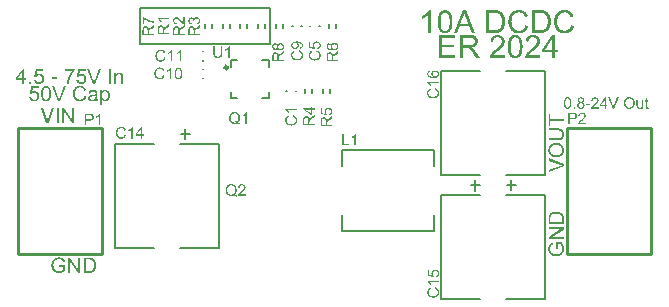
<source format=gto>
G04*
G04 #@! TF.GenerationSoftware,Altium Limited,Altium Designer,23.4.1 (23)*
G04*
G04 Layer_Color=65535*
%FSLAX44Y44*%
%MOMM*%
G71*
G04*
G04 #@! TF.SameCoordinates,784DB819-4BFE-4B82-8429-40DAF9DCB5A1*
G04*
G04*
G04 #@! TF.FilePolarity,Positive*
G04*
G01*
G75*
%ADD10C,0.2540*%
%ADD11C,0.1500*%
%ADD12C,0.1524*%
%ADD13C,0.2000*%
G36*
X491127Y152037D02*
X487494D01*
Y153223D01*
X491127D01*
Y152037D01*
D02*
G37*
G36*
X511527Y149159D02*
X510217D01*
X506500Y158756D01*
X507880D01*
X510369Y151781D01*
X510376Y151774D01*
X510383Y151746D01*
X510397Y151697D01*
X510418Y151635D01*
X510446Y151566D01*
X510474Y151475D01*
X510508Y151378D01*
X510550Y151267D01*
X510584Y151150D01*
X510626Y151025D01*
X510709Y150761D01*
X510799Y150484D01*
X510876Y150207D01*
Y150213D01*
X510883Y150241D01*
X510896Y150283D01*
X510917Y150338D01*
X510938Y150415D01*
X510959Y150498D01*
X510993Y150595D01*
X511021Y150699D01*
X511063Y150810D01*
X511097Y150935D01*
X511146Y151066D01*
X511188Y151198D01*
X511285Y151489D01*
X511396Y151781D01*
X513989Y158756D01*
X515286D01*
X511527Y149159D01*
D02*
G37*
G36*
X536033D02*
X534979D01*
Y150179D01*
X534972Y150165D01*
X534944Y150130D01*
X534896Y150068D01*
X534833Y149999D01*
X534750Y149908D01*
X534646Y149811D01*
X534535Y149700D01*
X534396Y149596D01*
X534251Y149485D01*
X534084Y149381D01*
X533904Y149277D01*
X533710Y149187D01*
X533495Y149118D01*
X533266Y149056D01*
X533030Y149021D01*
X532774Y149007D01*
X532711D01*
X532670Y149014D01*
X532614D01*
X532552Y149021D01*
X532476Y149028D01*
X532399Y149035D01*
X532219Y149062D01*
X532025Y149104D01*
X531824Y149159D01*
X531623Y149236D01*
X531616D01*
X531602Y149250D01*
X531574Y149263D01*
X531533Y149277D01*
X531491Y149298D01*
X531442Y149326D01*
X531325Y149395D01*
X531193Y149485D01*
X531061Y149583D01*
X530943Y149700D01*
X530832Y149825D01*
Y149832D01*
X530818Y149839D01*
X530812Y149860D01*
X530791Y149888D01*
X530770Y149922D01*
X530749Y149964D01*
X530694Y150068D01*
X530631Y150200D01*
X530569Y150352D01*
X530520Y150519D01*
X530472Y150706D01*
Y150713D01*
Y150720D01*
X530465Y150740D01*
X530458Y150775D01*
Y150810D01*
X530451Y150858D01*
X530444Y150907D01*
X530437Y150976D01*
X530430Y151046D01*
X530423Y151129D01*
X530416Y151219D01*
Y151316D01*
X530409Y151420D01*
X530402Y151538D01*
Y151663D01*
Y151801D01*
Y156115D01*
X531581D01*
Y152252D01*
Y152245D01*
Y152211D01*
Y152162D01*
Y152107D01*
Y152030D01*
X531588Y151947D01*
Y151850D01*
Y151753D01*
X531595Y151545D01*
X531609Y151337D01*
X531616Y151247D01*
X531630Y151157D01*
X531637Y151080D01*
X531651Y151011D01*
Y151004D01*
X531657Y150990D01*
X531664Y150969D01*
X531671Y150935D01*
X531685Y150893D01*
X531706Y150851D01*
X531754Y150747D01*
X531817Y150630D01*
X531893Y150505D01*
X531997Y150387D01*
X532122Y150283D01*
X532129D01*
X532136Y150269D01*
X532157Y150262D01*
X532184Y150241D01*
X532219Y150220D01*
X532261Y150200D01*
X532372Y150151D01*
X532496Y150103D01*
X532649Y150061D01*
X532822Y150033D01*
X533010Y150019D01*
X533058D01*
X533100Y150026D01*
X533148D01*
X533204Y150033D01*
X533266Y150040D01*
X533329Y150054D01*
X533481Y150089D01*
X533647Y150130D01*
X533828Y150200D01*
X534001Y150290D01*
X534008D01*
X534022Y150304D01*
X534043Y150317D01*
X534077Y150338D01*
X534161Y150401D01*
X534258Y150484D01*
X534369Y150588D01*
X534473Y150713D01*
X534577Y150858D01*
X534660Y151025D01*
Y151032D01*
X534667Y151046D01*
X534681Y151073D01*
X534688Y151115D01*
X534709Y151164D01*
X534722Y151219D01*
X534736Y151288D01*
X534757Y151371D01*
X534778Y151462D01*
X534792Y151566D01*
X534813Y151677D01*
X534826Y151795D01*
X534833Y151926D01*
X534847Y152072D01*
X534854Y152224D01*
Y152384D01*
Y156115D01*
X536033D01*
Y149159D01*
D02*
G37*
G36*
X504510Y152536D02*
X505807D01*
Y151455D01*
X504510D01*
Y149159D01*
X503331D01*
Y151455D01*
X499171D01*
Y152536D01*
X503546Y158756D01*
X504510D01*
Y152536D01*
D02*
G37*
G36*
X495412Y158784D02*
X495509Y158777D01*
X495627Y158770D01*
X495759Y158750D01*
X495912Y158729D01*
X496071Y158694D01*
X496245Y158652D01*
X496418Y158604D01*
X496605Y158541D01*
X496785Y158465D01*
X496966Y158375D01*
X497139Y158278D01*
X497305Y158160D01*
X497465Y158021D01*
X497472Y158014D01*
X497500Y157987D01*
X497541Y157945D01*
X497590Y157883D01*
X497652Y157813D01*
X497721Y157723D01*
X497798Y157619D01*
X497874Y157501D01*
X497943Y157370D01*
X498020Y157224D01*
X498089Y157065D01*
X498151Y156898D01*
X498200Y156718D01*
X498242Y156531D01*
X498269Y156329D01*
X498276Y156121D01*
Y156115D01*
Y156094D01*
Y156066D01*
Y156024D01*
X498269Y155969D01*
X498262Y155913D01*
X498255Y155844D01*
X498248Y155768D01*
X498221Y155594D01*
X498179Y155400D01*
X498117Y155199D01*
X498040Y154991D01*
Y154984D01*
X498027Y154963D01*
X498013Y154936D01*
X497992Y154894D01*
X497971Y154846D01*
X497936Y154783D01*
X497902Y154714D01*
X497853Y154637D01*
X497805Y154554D01*
X497749Y154464D01*
X497611Y154263D01*
X497534Y154159D01*
X497451Y154048D01*
X497354Y153937D01*
X497257Y153819D01*
X497250Y153812D01*
X497229Y153792D01*
X497201Y153757D01*
X497153Y153708D01*
X497090Y153646D01*
X497014Y153570D01*
X496931Y153479D01*
X496827Y153376D01*
X496709Y153265D01*
X496570Y153140D01*
X496425Y153001D01*
X496258Y152849D01*
X496078Y152689D01*
X495884Y152516D01*
X495669Y152328D01*
X495440Y152134D01*
X495426Y152127D01*
X495392Y152093D01*
X495343Y152051D01*
X495274Y151989D01*
X495183Y151919D01*
X495093Y151836D01*
X494989Y151746D01*
X494878Y151649D01*
X494643Y151448D01*
X494532Y151344D01*
X494421Y151247D01*
X494317Y151150D01*
X494227Y151066D01*
X494143Y150990D01*
X494081Y150921D01*
X494067Y150907D01*
X494033Y150865D01*
X493977Y150803D01*
X493908Y150727D01*
X493831Y150630D01*
X493748Y150526D01*
X493665Y150408D01*
X493589Y150290D01*
X498290D01*
Y149159D01*
X491952D01*
Y149166D01*
Y149180D01*
Y149201D01*
Y149229D01*
Y149270D01*
X491959Y149312D01*
X491966Y149423D01*
X491980Y149541D01*
X492001Y149680D01*
X492035Y149825D01*
X492084Y149971D01*
Y149978D01*
X492098Y149999D01*
X492112Y150033D01*
X492132Y150082D01*
X492153Y150144D01*
X492188Y150213D01*
X492230Y150290D01*
X492271Y150373D01*
X492320Y150470D01*
X492382Y150567D01*
X492514Y150782D01*
X492673Y151011D01*
X492861Y151247D01*
X492868Y151254D01*
X492888Y151274D01*
X492916Y151309D01*
X492958Y151358D01*
X493013Y151420D01*
X493083Y151489D01*
X493159Y151573D01*
X493256Y151663D01*
X493360Y151767D01*
X493471Y151878D01*
X493596Y151996D01*
X493734Y152127D01*
X493887Y152259D01*
X494046Y152398D01*
X494220Y152543D01*
X494400Y152696D01*
X494407Y152703D01*
X494421Y152710D01*
X494442Y152731D01*
X494469Y152751D01*
X494504Y152786D01*
X494546Y152821D01*
X494650Y152911D01*
X494781Y153015D01*
X494920Y153147D01*
X495079Y153285D01*
X495246Y153438D01*
X495426Y153597D01*
X495600Y153764D01*
X495780Y153930D01*
X495946Y154104D01*
X496113Y154270D01*
X496258Y154430D01*
X496397Y154589D01*
X496508Y154735D01*
X496515Y154741D01*
X496529Y154769D01*
X496557Y154811D01*
X496598Y154859D01*
X496640Y154929D01*
X496681Y155005D01*
X496737Y155095D01*
X496785Y155192D01*
X496834Y155296D01*
X496889Y155407D01*
X496979Y155650D01*
X497014Y155775D01*
X497042Y155899D01*
X497056Y156024D01*
X497063Y156149D01*
Y156156D01*
Y156184D01*
Y156219D01*
X497056Y156267D01*
X497049Y156329D01*
X497035Y156399D01*
X497021Y156475D01*
X497000Y156558D01*
X496973Y156648D01*
X496938Y156746D01*
X496896Y156843D01*
X496848Y156940D01*
X496792Y157044D01*
X496723Y157141D01*
X496647Y157238D01*
X496557Y157328D01*
X496550Y157335D01*
X496536Y157349D01*
X496508Y157370D01*
X496466Y157404D01*
X496418Y157439D01*
X496355Y157480D01*
X496286Y157529D01*
X496210Y157571D01*
X496120Y157619D01*
X496023Y157661D01*
X495912Y157702D01*
X495801Y157737D01*
X495676Y157772D01*
X495544Y157793D01*
X495405Y157806D01*
X495260Y157813D01*
X495177D01*
X495121Y157806D01*
X495045Y157800D01*
X494962Y157786D01*
X494871Y157772D01*
X494767Y157751D01*
X494664Y157723D01*
X494552Y157689D01*
X494442Y157647D01*
X494324Y157598D01*
X494213Y157536D01*
X494102Y157467D01*
X493991Y157390D01*
X493894Y157300D01*
X493887Y157293D01*
X493873Y157279D01*
X493845Y157245D01*
X493817Y157210D01*
X493776Y157155D01*
X493734Y157092D01*
X493686Y157016D01*
X493644Y156933D01*
X493596Y156843D01*
X493547Y156732D01*
X493506Y156621D01*
X493464Y156496D01*
X493436Y156357D01*
X493408Y156212D01*
X493395Y156059D01*
X493388Y155893D01*
X492174Y156017D01*
Y156024D01*
Y156031D01*
X492181Y156052D01*
Y156080D01*
X492188Y156149D01*
X492209Y156239D01*
X492230Y156350D01*
X492257Y156482D01*
X492292Y156628D01*
X492334Y156780D01*
X492389Y156947D01*
X492452Y157113D01*
X492528Y157286D01*
X492618Y157460D01*
X492715Y157626D01*
X492833Y157786D01*
X492958Y157938D01*
X493103Y158077D01*
X493110Y158084D01*
X493138Y158105D01*
X493186Y158146D01*
X493249Y158188D01*
X493332Y158243D01*
X493429Y158306D01*
X493547Y158368D01*
X493679Y158438D01*
X493831Y158500D01*
X493991Y158562D01*
X494171Y158625D01*
X494365Y158680D01*
X494573Y158729D01*
X494795Y158763D01*
X495031Y158784D01*
X495281Y158791D01*
X495343D01*
X495412Y158784D01*
D02*
G37*
G36*
X478458Y149159D02*
X477120D01*
Y150498D01*
X478458D01*
Y149159D01*
D02*
G37*
G36*
X539278Y156115D02*
X540450D01*
Y155199D01*
X539278D01*
Y151129D01*
Y151122D01*
Y151108D01*
Y151080D01*
Y151046D01*
Y150962D01*
X539285Y150858D01*
X539292Y150754D01*
X539299Y150643D01*
X539313Y150553D01*
X539327Y150519D01*
X539334Y150484D01*
Y150477D01*
X539347Y150463D01*
X539361Y150435D01*
X539382Y150401D01*
X539445Y150324D01*
X539486Y150290D01*
X539535Y150255D01*
X539542D01*
X539562Y150241D01*
X539590Y150227D01*
X539639Y150213D01*
X539694Y150200D01*
X539763Y150186D01*
X539847Y150179D01*
X539937Y150172D01*
X540013D01*
X540076Y150179D01*
X540145D01*
X540235Y150193D01*
X540339Y150200D01*
X540450Y150213D01*
X540623Y149173D01*
X540616D01*
X540603Y149166D01*
X540575D01*
X540540Y149159D01*
X540499Y149153D01*
X540443Y149139D01*
X540325Y149125D01*
X540187Y149104D01*
X540034Y149083D01*
X539881Y149076D01*
X539729Y149069D01*
X539625D01*
X539569Y149076D01*
X539507Y149083D01*
X539368Y149097D01*
X539209Y149118D01*
X539042Y149153D01*
X538883Y149201D01*
X538737Y149270D01*
X538730D01*
X538723Y149277D01*
X538682Y149305D01*
X538619Y149354D01*
X538543Y149409D01*
X538460Y149485D01*
X538377Y149576D01*
X538300Y149680D01*
X538238Y149797D01*
Y149804D01*
X538231Y149811D01*
X538224Y149832D01*
X538217Y149867D01*
X538203Y149908D01*
X538196Y149957D01*
X538182Y150019D01*
X538169Y150096D01*
X538155Y150186D01*
X538141Y150283D01*
X538134Y150401D01*
X538120Y150526D01*
X538113Y150671D01*
X538106Y150824D01*
X538099Y151004D01*
Y151191D01*
Y155199D01*
X537226D01*
Y156115D01*
X538099D01*
Y157834D01*
X539278Y158541D01*
Y156115D01*
D02*
G37*
G36*
X524481Y158916D02*
X524571D01*
X524689Y158902D01*
X524827Y158888D01*
X524980Y158867D01*
X525146Y158847D01*
X525326Y158812D01*
X525521Y158770D01*
X525722Y158715D01*
X525923Y158652D01*
X526131Y158583D01*
X526339Y158493D01*
X526547Y158396D01*
X526748Y158285D01*
X526762Y158278D01*
X526797Y158257D01*
X526852Y158223D01*
X526921Y158167D01*
X527011Y158105D01*
X527116Y158028D01*
X527226Y157931D01*
X527351Y157827D01*
X527483Y157709D01*
X527615Y157578D01*
X527753Y157432D01*
X527885Y157273D01*
X528017Y157099D01*
X528149Y156919D01*
X528267Y156725D01*
X528378Y156517D01*
X528385Y156503D01*
X528405Y156468D01*
X528433Y156406D01*
X528468Y156316D01*
X528509Y156212D01*
X528558Y156080D01*
X528606Y155934D01*
X528662Y155768D01*
X528710Y155588D01*
X528759Y155386D01*
X528807Y155178D01*
X528849Y154950D01*
X528891Y154714D01*
X528918Y154464D01*
X528932Y154208D01*
X528939Y153944D01*
Y153937D01*
Y153930D01*
Y153909D01*
Y153882D01*
Y153847D01*
X528932Y153799D01*
Y153694D01*
X528918Y153570D01*
X528912Y153424D01*
X528891Y153251D01*
X528863Y153070D01*
X528835Y152869D01*
X528794Y152661D01*
X528745Y152446D01*
X528690Y152224D01*
X528620Y151996D01*
X528544Y151774D01*
X528454Y151552D01*
X528350Y151330D01*
X528343Y151316D01*
X528322Y151281D01*
X528287Y151219D01*
X528239Y151143D01*
X528183Y151046D01*
X528107Y150935D01*
X528017Y150810D01*
X527920Y150678D01*
X527809Y150539D01*
X527684Y150401D01*
X527546Y150255D01*
X527400Y150110D01*
X527233Y149971D01*
X527060Y149832D01*
X526873Y149707D01*
X526679Y149589D01*
X526665Y149583D01*
X526630Y149562D01*
X526568Y149534D01*
X526492Y149499D01*
X526387Y149451D01*
X526270Y149402D01*
X526138Y149347D01*
X525985Y149298D01*
X525812Y149243D01*
X525632Y149187D01*
X525444Y149139D01*
X525236Y149090D01*
X525028Y149056D01*
X524806Y149028D01*
X524578Y149007D01*
X524349Y149000D01*
X524286D01*
X524217Y149007D01*
X524120Y149014D01*
X524002Y149021D01*
X523863Y149035D01*
X523704Y149056D01*
X523537Y149083D01*
X523350Y149118D01*
X523156Y149159D01*
X522955Y149215D01*
X522754Y149277D01*
X522546Y149347D01*
X522331Y149437D01*
X522123Y149534D01*
X521922Y149652D01*
X521908Y149659D01*
X521873Y149680D01*
X521818Y149721D01*
X521749Y149770D01*
X521658Y149839D01*
X521554Y149915D01*
X521443Y150012D01*
X521319Y150116D01*
X521194Y150241D01*
X521055Y150373D01*
X520923Y150519D01*
X520792Y150678D01*
X520660Y150851D01*
X520535Y151032D01*
X520417Y151226D01*
X520306Y151434D01*
X520299Y151448D01*
X520285Y151482D01*
X520258Y151545D01*
X520223Y151635D01*
X520181Y151739D01*
X520133Y151864D01*
X520084Y152002D01*
X520036Y152162D01*
X519980Y152335D01*
X519932Y152523D01*
X519883Y152717D01*
X519842Y152925D01*
X519807Y153147D01*
X519779Y153369D01*
X519765Y153597D01*
X519758Y153833D01*
Y153840D01*
Y153861D01*
Y153896D01*
Y153937D01*
X519765Y153993D01*
Y154062D01*
X519772Y154138D01*
X519779Y154228D01*
X519786Y154326D01*
X519800Y154430D01*
X519814Y154540D01*
X519828Y154658D01*
X519869Y154915D01*
X519918Y155192D01*
X519987Y155490D01*
X520070Y155795D01*
X520174Y156108D01*
X520299Y156420D01*
X520445Y156725D01*
X520618Y157023D01*
X520715Y157169D01*
X520812Y157307D01*
X520923Y157439D01*
X521041Y157571D01*
X521048Y157578D01*
X521055Y157584D01*
X521076Y157605D01*
X521104Y157626D01*
X521131Y157661D01*
X521173Y157696D01*
X521277Y157786D01*
X521402Y157883D01*
X521554Y158001D01*
X521735Y158118D01*
X521936Y158250D01*
X522164Y158375D01*
X522414Y158493D01*
X522685Y158611D01*
X522976Y158715D01*
X523295Y158798D01*
X523628Y158867D01*
X523801Y158888D01*
X523981Y158909D01*
X524162Y158916D01*
X524349Y158923D01*
X524411D01*
X524481Y158916D01*
D02*
G37*
G36*
X483423Y158784D02*
X483513Y158777D01*
X483617Y158770D01*
X483742Y158750D01*
X483881Y158729D01*
X484026Y158701D01*
X484186Y158659D01*
X484352Y158611D01*
X484519Y158555D01*
X484685Y158479D01*
X484852Y158396D01*
X485018Y158299D01*
X485177Y158188D01*
X485323Y158056D01*
X485330Y158049D01*
X485358Y158021D01*
X485392Y157980D01*
X485441Y157924D01*
X485503Y157855D01*
X485566Y157772D01*
X485635Y157675D01*
X485711Y157564D01*
X485781Y157439D01*
X485850Y157300D01*
X485913Y157155D01*
X485975Y157002D01*
X486023Y156836D01*
X486058Y156655D01*
X486086Y156475D01*
X486093Y156281D01*
Y156274D01*
Y156253D01*
Y156219D01*
X486086Y156170D01*
X486079Y156115D01*
X486072Y156045D01*
X486065Y155969D01*
X486051Y155886D01*
X486010Y155705D01*
X485947Y155511D01*
X485906Y155414D01*
X485857Y155317D01*
X485802Y155220D01*
X485739Y155123D01*
X485732Y155116D01*
X485725Y155102D01*
X485704Y155074D01*
X485670Y155040D01*
X485635Y154998D01*
X485587Y154957D01*
X485538Y154901D01*
X485476Y154846D01*
X485399Y154783D01*
X485323Y154721D01*
X485233Y154658D01*
X485143Y154596D01*
X485032Y154534D01*
X484921Y154471D01*
X484803Y154416D01*
X484671Y154360D01*
X484678D01*
X484713Y154346D01*
X484754Y154332D01*
X484817Y154305D01*
X484893Y154277D01*
X484976Y154235D01*
X485074Y154194D01*
X485171Y154138D01*
X485281Y154076D01*
X485392Y154007D01*
X485503Y153930D01*
X485614Y153847D01*
X485725Y153757D01*
X485829Y153653D01*
X485933Y153549D01*
X486023Y153431D01*
X486030Y153424D01*
X486044Y153403D01*
X486065Y153369D01*
X486100Y153320D01*
X486134Y153258D01*
X486169Y153181D01*
X486211Y153098D01*
X486259Y153001D01*
X486301Y152890D01*
X486342Y152779D01*
X486377Y152647D01*
X486419Y152516D01*
X486446Y152370D01*
X486467Y152224D01*
X486481Y152065D01*
X486488Y151898D01*
Y151885D01*
Y151843D01*
X486481Y151781D01*
X486474Y151691D01*
X486460Y151587D01*
X486440Y151469D01*
X486412Y151330D01*
X486377Y151177D01*
X486335Y151018D01*
X486273Y150851D01*
X486204Y150685D01*
X486120Y150512D01*
X486017Y150331D01*
X485906Y150165D01*
X485767Y149992D01*
X485614Y149832D01*
X485607Y149825D01*
X485573Y149797D01*
X485524Y149756D01*
X485455Y149700D01*
X485372Y149638D01*
X485261Y149569D01*
X485143Y149492D01*
X485004Y149416D01*
X484845Y149340D01*
X484671Y149263D01*
X484484Y149194D01*
X484283Y149132D01*
X484061Y149076D01*
X483832Y149035D01*
X483583Y149007D01*
X483326Y149000D01*
X483264D01*
X483187Y149007D01*
X483090Y149014D01*
X482972Y149028D01*
X482834Y149042D01*
X482674Y149069D01*
X482508Y149104D01*
X482327Y149153D01*
X482140Y149208D01*
X481953Y149270D01*
X481759Y149354D01*
X481565Y149451D01*
X481377Y149562D01*
X481204Y149693D01*
X481031Y149839D01*
X481024Y149846D01*
X480996Y149881D01*
X480948Y149922D01*
X480899Y149992D01*
X480830Y150075D01*
X480754Y150172D01*
X480677Y150283D01*
X480601Y150415D01*
X480518Y150560D01*
X480441Y150720D01*
X480365Y150893D01*
X480303Y151073D01*
X480247Y151274D01*
X480199Y151482D01*
X480171Y151704D01*
X480164Y151933D01*
Y151947D01*
Y151975D01*
Y152023D01*
X480171Y152093D01*
X480178Y152169D01*
X480192Y152266D01*
X480206Y152370D01*
X480227Y152481D01*
X480247Y152599D01*
X480282Y152731D01*
X480317Y152855D01*
X480365Y152987D01*
X480421Y153119D01*
X480483Y153251D01*
X480552Y153376D01*
X480636Y153500D01*
X480643Y153507D01*
X480656Y153528D01*
X480684Y153563D01*
X480726Y153604D01*
X480774Y153653D01*
X480837Y153715D01*
X480906Y153778D01*
X480982Y153847D01*
X481079Y153916D01*
X481176Y153986D01*
X481287Y154062D01*
X481412Y154131D01*
X481544Y154194D01*
X481683Y154256D01*
X481835Y154312D01*
X481995Y154360D01*
X481988D01*
X481960Y154374D01*
X481925Y154388D01*
X481877Y154409D01*
X481814Y154436D01*
X481745Y154471D01*
X481669Y154513D01*
X481586Y154554D01*
X481405Y154665D01*
X481225Y154797D01*
X481052Y154950D01*
X480975Y155033D01*
X480906Y155123D01*
X480899Y155130D01*
X480892Y155144D01*
X480871Y155171D01*
X480850Y155213D01*
X480823Y155262D01*
X480795Y155317D01*
X480760Y155386D01*
X480733Y155463D01*
X480698Y155546D01*
X480663Y155636D01*
X480636Y155733D01*
X480608Y155837D01*
X480566Y156066D01*
X480559Y156191D01*
X480552Y156316D01*
Y156329D01*
Y156364D01*
X480559Y156420D01*
X480566Y156489D01*
X480573Y156579D01*
X480594Y156683D01*
X480615Y156801D01*
X480649Y156926D01*
X480684Y157065D01*
X480733Y157203D01*
X480795Y157349D01*
X480871Y157501D01*
X480955Y157647D01*
X481052Y157800D01*
X481170Y157938D01*
X481301Y158077D01*
X481308Y158084D01*
X481336Y158105D01*
X481377Y158146D01*
X481440Y158188D01*
X481516Y158243D01*
X481606Y158306D01*
X481710Y158368D01*
X481835Y158438D01*
X481967Y158500D01*
X482119Y158562D01*
X482286Y158625D01*
X482466Y158680D01*
X482653Y158729D01*
X482862Y158763D01*
X483076Y158784D01*
X483305Y158791D01*
X483361D01*
X483423Y158784D01*
D02*
G37*
G36*
X472259D02*
X472322D01*
X472405Y158777D01*
X472488Y158763D01*
X472585Y158750D01*
X472793Y158715D01*
X473022Y158659D01*
X473258Y158583D01*
X473368Y158534D01*
X473479Y158479D01*
X473486D01*
X473507Y158465D01*
X473535Y158444D01*
X473577Y158424D01*
X473625Y158389D01*
X473681Y158347D01*
X473750Y158306D01*
X473819Y158250D01*
X473972Y158125D01*
X474131Y157966D01*
X474291Y157786D01*
X474436Y157578D01*
X474443Y157571D01*
X474450Y157550D01*
X474471Y157515D01*
X474499Y157474D01*
X474534Y157418D01*
X474568Y157349D01*
X474610Y157273D01*
X474651Y157182D01*
X474700Y157085D01*
X474748Y156974D01*
X474797Y156856D01*
X474852Y156732D01*
X474901Y156600D01*
X474943Y156461D01*
X474991Y156309D01*
X475033Y156156D01*
Y156149D01*
X475040Y156115D01*
X475054Y156073D01*
X475067Y156004D01*
X475081Y155920D01*
X475102Y155816D01*
X475123Y155698D01*
X475144Y155560D01*
X475164Y155407D01*
X475185Y155234D01*
X475206Y155047D01*
X475220Y154846D01*
X475234Y154631D01*
X475248Y154395D01*
X475255Y154152D01*
Y153889D01*
Y153882D01*
Y153868D01*
Y153847D01*
Y153812D01*
Y153778D01*
Y153729D01*
X475248Y153674D01*
Y153611D01*
X475241Y153466D01*
X475234Y153299D01*
X475227Y153119D01*
X475213Y152918D01*
X475192Y152703D01*
X475171Y152481D01*
X475109Y152030D01*
X475067Y151801D01*
X475019Y151580D01*
X474963Y151365D01*
X474901Y151164D01*
X474894Y151150D01*
X474887Y151115D01*
X474866Y151066D01*
X474839Y150990D01*
X474797Y150907D01*
X474755Y150803D01*
X474700Y150692D01*
X474644Y150574D01*
X474575Y150449D01*
X474492Y150317D01*
X474409Y150186D01*
X474319Y150047D01*
X474215Y149915D01*
X474104Y149790D01*
X473986Y149673D01*
X473861Y149562D01*
X473854Y149555D01*
X473826Y149541D01*
X473792Y149513D01*
X473736Y149472D01*
X473667Y149430D01*
X473590Y149381D01*
X473493Y149333D01*
X473389Y149284D01*
X473265Y149229D01*
X473133Y149180D01*
X472994Y149132D01*
X472841Y149090D01*
X472675Y149056D01*
X472502Y149028D01*
X472322Y149007D01*
X472127Y149000D01*
X472065D01*
X471996Y149007D01*
X471898Y149014D01*
X471781Y149028D01*
X471642Y149056D01*
X471496Y149083D01*
X471330Y149125D01*
X471157Y149173D01*
X470983Y149243D01*
X470803Y149319D01*
X470616Y149416D01*
X470435Y149527D01*
X470262Y149659D01*
X470096Y149811D01*
X469943Y149985D01*
Y149992D01*
X469936Y149999D01*
X469922Y150019D01*
X469901Y150040D01*
X469881Y150075D01*
X469853Y150116D01*
X469825Y150158D01*
X469797Y150213D01*
X469763Y150276D01*
X469721Y150345D01*
X469687Y150421D01*
X469645Y150505D01*
X469603Y150602D01*
X469562Y150699D01*
X469513Y150810D01*
X469472Y150921D01*
X469430Y151046D01*
X469381Y151177D01*
X469340Y151316D01*
X469298Y151469D01*
X469257Y151621D01*
X469222Y151788D01*
X469180Y151954D01*
X469146Y152141D01*
X469118Y152328D01*
X469090Y152523D01*
X469062Y152731D01*
X469042Y152946D01*
X469021Y153167D01*
X469014Y153396D01*
X469000Y153639D01*
Y153889D01*
Y153896D01*
Y153909D01*
Y153930D01*
Y153965D01*
Y154007D01*
Y154055D01*
X469007Y154110D01*
Y154173D01*
X469014Y154312D01*
X469021Y154478D01*
X469028Y154665D01*
X469042Y154866D01*
X469062Y155081D01*
X469083Y155303D01*
X469146Y155761D01*
X469187Y155990D01*
X469236Y156212D01*
X469284Y156426D01*
X469347Y156628D01*
X469354Y156642D01*
X469361Y156676D01*
X469381Y156725D01*
X469409Y156801D01*
X469451Y156884D01*
X469492Y156988D01*
X469548Y157099D01*
X469610Y157217D01*
X469673Y157342D01*
X469756Y157474D01*
X469839Y157612D01*
X469929Y157744D01*
X470033Y157876D01*
X470144Y158001D01*
X470262Y158118D01*
X470387Y158229D01*
X470394Y158236D01*
X470421Y158257D01*
X470456Y158285D01*
X470512Y158320D01*
X470581Y158361D01*
X470664Y158410D01*
X470754Y158458D01*
X470865Y158514D01*
X470983Y158562D01*
X471115Y158611D01*
X471261Y158659D01*
X471413Y158701D01*
X471580Y158743D01*
X471753Y158770D01*
X471933Y158784D01*
X472127Y158791D01*
X472204D01*
X472259Y158784D01*
D02*
G37*
G36*
X457498Y140250D02*
X468787D01*
Y138558D01*
X457498D01*
Y134342D01*
X455991D01*
Y144485D01*
X457498D01*
Y140250D01*
D02*
G37*
G36*
X463702Y132474D02*
X463869D01*
X464054Y132465D01*
X464266Y132447D01*
X464488Y132428D01*
X464729Y132401D01*
X464978Y132373D01*
X465487Y132299D01*
X465746Y132243D01*
X465986Y132188D01*
X466226Y132114D01*
X466448Y132040D01*
X466457Y132031D01*
X466494Y132022D01*
X466559Y131994D01*
X466633Y131957D01*
X466735Y131901D01*
X466846Y131846D01*
X466966Y131772D01*
X467105Y131679D01*
X467253Y131578D01*
X467401Y131467D01*
X467548Y131337D01*
X467706Y131189D01*
X467863Y131032D01*
X468011Y130866D01*
X468159Y130672D01*
X468297Y130468D01*
X468307Y130459D01*
X468325Y130413D01*
X468362Y130348D01*
X468408Y130265D01*
X468464Y130145D01*
X468519Y130015D01*
X468584Y129849D01*
X468649Y129673D01*
X468713Y129460D01*
X468778Y129239D01*
X468834Y128998D01*
X468889Y128730D01*
X468935Y128443D01*
X468972Y128138D01*
X468991Y127824D01*
X469000Y127482D01*
Y127306D01*
X468991Y127186D01*
X468982Y127029D01*
X468963Y126853D01*
X468945Y126650D01*
X468926Y126437D01*
X468889Y126206D01*
X468852Y125966D01*
X468797Y125725D01*
X468741Y125476D01*
X468667Y125235D01*
X468584Y124986D01*
X468492Y124754D01*
X468381Y124532D01*
X468371Y124523D01*
X468353Y124486D01*
X468316Y124422D01*
X468270Y124348D01*
X468205Y124255D01*
X468122Y124144D01*
X468029Y124033D01*
X467928Y123904D01*
X467807Y123774D01*
X467669Y123636D01*
X467530Y123497D01*
X467364Y123368D01*
X467197Y123238D01*
X467003Y123118D01*
X466809Y123007D01*
X466596Y122905D01*
X466578Y122896D01*
X466541Y122887D01*
X466476Y122859D01*
X466384Y122831D01*
X466263Y122794D01*
X466115Y122757D01*
X465949Y122711D01*
X465755Y122665D01*
X465533Y122619D01*
X465293Y122572D01*
X465034Y122535D01*
X464747Y122499D01*
X464442Y122471D01*
X464109Y122443D01*
X463758Y122434D01*
X463388Y122424D01*
X455991D01*
Y124116D01*
X463379D01*
X463397D01*
X463453D01*
X463536D01*
X463647Y124126D01*
X463786D01*
X463943Y124135D01*
X464118Y124144D01*
X464313Y124153D01*
X464507Y124172D01*
X464710Y124191D01*
X465117Y124246D01*
X465311Y124283D01*
X465505Y124320D01*
X465681Y124366D01*
X465838Y124422D01*
X465847D01*
X465875Y124440D01*
X465912Y124459D01*
X465967Y124486D01*
X466032Y124514D01*
X466106Y124560D01*
X466282Y124671D01*
X466476Y124819D01*
X466578Y124902D01*
X466679Y125004D01*
X466781Y125106D01*
X466874Y125226D01*
X466966Y125346D01*
X467049Y125485D01*
Y125494D01*
X467068Y125522D01*
X467086Y125559D01*
X467114Y125624D01*
X467151Y125697D01*
X467188Y125781D01*
X467225Y125882D01*
X467262Y126003D01*
X467299Y126132D01*
X467336Y126271D01*
X467373Y126419D01*
X467410Y126585D01*
X467438Y126761D01*
X467456Y126946D01*
X467465Y127131D01*
X467475Y127334D01*
Y127417D01*
X467465Y127510D01*
Y127639D01*
X467447Y127796D01*
X467428Y127963D01*
X467401Y128157D01*
X467373Y128370D01*
X467327Y128582D01*
X467271Y128804D01*
X467197Y129026D01*
X467123Y129248D01*
X467021Y129460D01*
X466911Y129655D01*
X466781Y129839D01*
X466633Y129997D01*
X466624Y130006D01*
X466596Y130034D01*
X466541Y130071D01*
X466467Y130117D01*
X466365Y130182D01*
X466236Y130246D01*
X466088Y130320D01*
X465903Y130394D01*
X465699Y130468D01*
X465468Y130542D01*
X465200Y130607D01*
X464904Y130672D01*
X464571Y130718D01*
X464211Y130755D01*
X463813Y130783D01*
X463379Y130792D01*
X455991D01*
Y132484D01*
X463388D01*
X463397D01*
X463406D01*
X463434D01*
X463471D01*
X463517D01*
X463573D01*
X463702Y132474D01*
D02*
G37*
G36*
X462602Y120206D02*
X462741D01*
X462907Y120187D01*
X463101Y120178D01*
X463332Y120150D01*
X463573Y120113D01*
X463841Y120076D01*
X464118Y120021D01*
X464405Y119956D01*
X464701Y119882D01*
X465006Y119789D01*
X465302Y119688D01*
X465598Y119568D01*
X465894Y119429D01*
X465912Y119420D01*
X465958Y119392D01*
X466041Y119346D01*
X466143Y119281D01*
X466273Y119207D01*
X466421Y119105D01*
X466587Y118985D01*
X466763Y118856D01*
X466948Y118708D01*
X467132Y118541D01*
X467327Y118357D01*
X467521Y118162D01*
X467706Y117940D01*
X467891Y117709D01*
X468057Y117460D01*
X468214Y117201D01*
X468223Y117182D01*
X468251Y117136D01*
X468288Y117053D01*
X468334Y116951D01*
X468399Y116812D01*
X468464Y116655D01*
X468538Y116480D01*
X468602Y116276D01*
X468676Y116045D01*
X468750Y115805D01*
X468815Y115555D01*
X468880Y115278D01*
X468926Y115000D01*
X468963Y114705D01*
X468991Y114399D01*
X469000Y114094D01*
Y114011D01*
X468991Y113919D01*
X468982Y113789D01*
X468972Y113632D01*
X468954Y113447D01*
X468926Y113234D01*
X468889Y113013D01*
X468843Y112763D01*
X468787Y112504D01*
X468713Y112236D01*
X468630Y111968D01*
X468538Y111690D01*
X468418Y111404D01*
X468288Y111126D01*
X468131Y110858D01*
X468122Y110840D01*
X468094Y110794D01*
X468038Y110720D01*
X467974Y110627D01*
X467881Y110507D01*
X467780Y110368D01*
X467650Y110220D01*
X467511Y110054D01*
X467345Y109888D01*
X467169Y109703D01*
X466975Y109527D01*
X466763Y109351D01*
X466531Y109176D01*
X466291Y109009D01*
X466032Y108852D01*
X465755Y108704D01*
X465736Y108695D01*
X465690Y108676D01*
X465607Y108639D01*
X465487Y108593D01*
X465348Y108538D01*
X465182Y108473D01*
X464997Y108408D01*
X464784Y108343D01*
X464553Y108270D01*
X464303Y108205D01*
X464044Y108140D01*
X463767Y108085D01*
X463471Y108038D01*
X463175Y108001D01*
X462870Y107983D01*
X462556Y107974D01*
X462547D01*
X462519D01*
X462473D01*
X462417D01*
X462343Y107983D01*
X462251D01*
X462149Y107992D01*
X462029Y108001D01*
X461899Y108011D01*
X461761Y108029D01*
X461613Y108048D01*
X461456Y108066D01*
X461114Y108122D01*
X460744Y108186D01*
X460346Y108279D01*
X459939Y108390D01*
X459523Y108528D01*
X459107Y108695D01*
X458700Y108889D01*
X458303Y109120D01*
X458109Y109250D01*
X457924Y109379D01*
X457748Y109527D01*
X457572Y109684D01*
X457563Y109693D01*
X457554Y109703D01*
X457526Y109730D01*
X457498Y109767D01*
X457452Y109804D01*
X457406Y109860D01*
X457286Y109999D01*
X457156Y110165D01*
X456999Y110368D01*
X456842Y110609D01*
X456666Y110877D01*
X456500Y111182D01*
X456343Y111515D01*
X456186Y111875D01*
X456047Y112264D01*
X455936Y112689D01*
X455844Y113133D01*
X455816Y113364D01*
X455788Y113604D01*
X455779Y113845D01*
X455770Y114094D01*
Y114178D01*
X455779Y114270D01*
Y114390D01*
X455797Y114547D01*
X455816Y114732D01*
X455844Y114936D01*
X455871Y115157D01*
X455918Y115398D01*
X455973Y115657D01*
X456047Y115925D01*
X456130Y116193D01*
X456223Y116470D01*
X456343Y116748D01*
X456472Y117025D01*
X456620Y117293D01*
X456629Y117312D01*
X456657Y117358D01*
X456703Y117432D01*
X456777Y117524D01*
X456861Y117645D01*
X456962Y117783D01*
X457092Y117931D01*
X457230Y118098D01*
X457388Y118273D01*
X457563Y118449D01*
X457757Y118634D01*
X457970Y118809D01*
X458201Y118985D01*
X458442Y119161D01*
X458700Y119318D01*
X458978Y119466D01*
X458996Y119475D01*
X459043Y119503D01*
X459126Y119540D01*
X459246Y119586D01*
X459385Y119642D01*
X459560Y119706D01*
X459754Y119771D01*
X459976Y119845D01*
X460217Y119910D01*
X460485Y119974D01*
X460762Y120039D01*
X461067Y120095D01*
X461382Y120150D01*
X461714Y120187D01*
X462057Y120206D01*
X462408Y120215D01*
X462417D01*
X462426D01*
X462454D01*
X462491D01*
X462537D01*
X462602Y120206D01*
D02*
G37*
G36*
X468787Y101964D02*
Y100217D01*
X455991Y95261D01*
Y97101D01*
X465293Y100420D01*
X465302Y100429D01*
X465339Y100438D01*
X465403Y100457D01*
X465487Y100485D01*
X465579Y100522D01*
X465699Y100559D01*
X465829Y100605D01*
X465977Y100660D01*
X466134Y100707D01*
X466300Y100762D01*
X466652Y100873D01*
X467021Y100993D01*
X467391Y101095D01*
X467382D01*
X467345Y101104D01*
X467290Y101123D01*
X467216Y101150D01*
X467114Y101178D01*
X467003Y101206D01*
X466874Y101252D01*
X466735Y101289D01*
X466587Y101345D01*
X466421Y101391D01*
X466245Y101455D01*
X466069Y101511D01*
X465681Y101640D01*
X465293Y101788D01*
X455991Y105246D01*
Y106975D01*
X468787Y101964D01*
D02*
G37*
G36*
X462574Y61991D02*
X462695D01*
X462842Y61982D01*
X463009Y61972D01*
X463194Y61954D01*
X463388Y61935D01*
X463601Y61917D01*
X464035Y61852D01*
X464479Y61769D01*
X464913Y61658D01*
X464923D01*
X464960Y61639D01*
X465024Y61621D01*
X465098Y61593D01*
X465191Y61565D01*
X465302Y61519D01*
X465431Y61473D01*
X465561Y61418D01*
X465857Y61297D01*
X466171Y61140D01*
X466476Y60974D01*
X466772Y60780D01*
X466781Y60770D01*
X466800Y60752D01*
X466846Y60724D01*
X466892Y60687D01*
X466957Y60641D01*
X467031Y60576D01*
X467197Y60437D01*
X467382Y60262D01*
X467576Y60068D01*
X467761Y59846D01*
X467937Y59615D01*
Y59605D01*
X467955Y59587D01*
X467974Y59550D01*
X468002Y59504D01*
X468038Y59439D01*
X468075Y59365D01*
X468122Y59282D01*
X468168Y59189D01*
X468223Y59078D01*
X468279Y58967D01*
X468325Y58838D01*
X468381Y58709D01*
X468482Y58413D01*
X468575Y58089D01*
Y58080D01*
X468584Y58052D01*
X468593Y57997D01*
X468612Y57932D01*
X468621Y57849D01*
X468639Y57747D01*
X468658Y57627D01*
X468676Y57497D01*
X468704Y57350D01*
X468723Y57192D01*
X468741Y57026D01*
X468750Y56841D01*
X468769Y56656D01*
X468778Y56453D01*
X468787Y56037D01*
Y51423D01*
X455991D01*
Y56074D01*
X456001Y56194D01*
Y56342D01*
X456010Y56499D01*
Y56675D01*
X456038Y57044D01*
X456065Y57424D01*
X456093Y57608D01*
X456112Y57784D01*
X456139Y57951D01*
X456176Y58108D01*
Y58117D01*
X456186Y58154D01*
X456204Y58209D01*
X456223Y58292D01*
X456259Y58385D01*
X456297Y58496D01*
X456334Y58616D01*
X456389Y58755D01*
X456509Y59041D01*
X456676Y59356D01*
X456861Y59670D01*
X456972Y59827D01*
X457092Y59975D01*
X457101Y59984D01*
X457129Y60022D01*
X457184Y60077D01*
X457249Y60142D01*
X457332Y60225D01*
X457434Y60327D01*
X457554Y60428D01*
X457683Y60549D01*
X457840Y60669D01*
X458007Y60789D01*
X458183Y60918D01*
X458377Y61048D01*
X458589Y61168D01*
X458802Y61279D01*
X459043Y61390D01*
X459283Y61491D01*
X459301Y61501D01*
X459348Y61510D01*
X459412Y61538D01*
X459514Y61575D01*
X459643Y61612D01*
X459791Y61649D01*
X459967Y61695D01*
X460161Y61750D01*
X460374Y61797D01*
X460614Y61843D01*
X460864Y61880D01*
X461132Y61917D01*
X461409Y61954D01*
X461705Y61982D01*
X462010Y61991D01*
X462325Y62000D01*
X462343D01*
X462389D01*
X462463D01*
X462574Y61991D01*
D02*
G37*
G36*
X468787Y46828D02*
X458747Y40125D01*
X468787D01*
Y38498D01*
X455991D01*
Y40236D01*
X466041Y46948D01*
X455991D01*
Y48575D01*
X468787D01*
Y46828D01*
D02*
G37*
G36*
X467021Y36001D02*
X467058Y35964D01*
X467105Y35900D01*
X467179Y35807D01*
X467253Y35687D01*
X467354Y35558D01*
X467456Y35400D01*
X467567Y35234D01*
X467687Y35040D01*
X467807Y34846D01*
X467937Y34633D01*
X468057Y34402D01*
X468297Y33930D01*
X468399Y33690D01*
X468501Y33440D01*
X468510Y33422D01*
X468519Y33385D01*
X468547Y33311D01*
X468575Y33209D01*
X468612Y33089D01*
X468658Y32950D01*
X468704Y32784D01*
X468750Y32608D01*
X468797Y32405D01*
X468843Y32192D01*
X468880Y31970D01*
X468926Y31739D01*
X468982Y31240D01*
X468991Y30981D01*
X469000Y30722D01*
Y30593D01*
X468991Y30537D01*
Y30408D01*
X468972Y30241D01*
X468954Y30047D01*
X468935Y29825D01*
X468898Y29585D01*
X468852Y29326D01*
X468806Y29058D01*
X468741Y28771D01*
X468658Y28475D01*
X468565Y28180D01*
X468464Y27884D01*
X468334Y27588D01*
X468196Y27292D01*
X468186Y27274D01*
X468159Y27227D01*
X468112Y27144D01*
X468048Y27042D01*
X467965Y26913D01*
X467863Y26765D01*
X467743Y26599D01*
X467604Y26423D01*
X467447Y26238D01*
X467271Y26044D01*
X467086Y25850D01*
X466874Y25656D01*
X466642Y25471D01*
X466402Y25286D01*
X466143Y25119D01*
X465866Y24962D01*
X465847Y24953D01*
X465792Y24925D01*
X465709Y24888D01*
X465598Y24842D01*
X465450Y24787D01*
X465283Y24713D01*
X465080Y24648D01*
X464867Y24574D01*
X464618Y24500D01*
X464359Y24435D01*
X464081Y24370D01*
X463776Y24306D01*
X463462Y24260D01*
X463138Y24223D01*
X462805Y24195D01*
X462454Y24186D01*
X462445D01*
X462436D01*
X462408D01*
X462371D01*
X462325D01*
X462269Y24195D01*
X462140D01*
X461973Y24213D01*
X461779Y24223D01*
X461557Y24250D01*
X461317Y24287D01*
X461058Y24324D01*
X460781Y24380D01*
X460494Y24435D01*
X460198Y24509D01*
X459893Y24602D01*
X459579Y24703D01*
X459274Y24824D01*
X458969Y24962D01*
X458959D01*
X458950Y24971D01*
X458895Y24999D01*
X458811Y25045D01*
X458700Y25110D01*
X458571Y25184D01*
X458414Y25286D01*
X458238Y25406D01*
X458053Y25535D01*
X457859Y25683D01*
X457665Y25850D01*
X457462Y26035D01*
X457267Y26238D01*
X457073Y26460D01*
X456888Y26691D01*
X456713Y26941D01*
X456555Y27209D01*
X456546Y27227D01*
X456518Y27274D01*
X456481Y27357D01*
X456435Y27468D01*
X456371Y27606D01*
X456306Y27773D01*
X456232Y27967D01*
X456158Y28180D01*
X456093Y28420D01*
X456019Y28679D01*
X455954Y28956D01*
X455890Y29252D01*
X455844Y29567D01*
X455807Y29890D01*
X455779Y30232D01*
X455770Y30584D01*
Y30722D01*
X455779Y30815D01*
Y30944D01*
X455797Y31083D01*
X455807Y31240D01*
X455825Y31416D01*
X455853Y31610D01*
X455881Y31804D01*
X455964Y32229D01*
X456010Y32442D01*
X456075Y32664D01*
X456139Y32876D01*
X456223Y33089D01*
X456232Y33098D01*
X456241Y33135D01*
X456269Y33200D01*
X456306Y33274D01*
X456352Y33366D01*
X456408Y33477D01*
X456472Y33598D01*
X456546Y33736D01*
X456639Y33875D01*
X456731Y34014D01*
X456944Y34309D01*
X457193Y34596D01*
X457332Y34735D01*
X457480Y34855D01*
X457489Y34864D01*
X457517Y34883D01*
X457563Y34920D01*
X457628Y34957D01*
X457702Y35012D01*
X457804Y35077D01*
X457915Y35142D01*
X458044Y35215D01*
X458183Y35289D01*
X458349Y35373D01*
X458516Y35456D01*
X458700Y35530D01*
X458904Y35613D01*
X459116Y35687D01*
X459338Y35761D01*
X459579Y35826D01*
X459995Y34300D01*
X459986D01*
X459949Y34291D01*
X459902Y34272D01*
X459828Y34245D01*
X459754Y34217D01*
X459653Y34189D01*
X459551Y34143D01*
X459431Y34106D01*
X459190Y33995D01*
X458932Y33875D01*
X458682Y33736D01*
X458571Y33662D01*
X458460Y33579D01*
X458451Y33570D01*
X458432Y33561D01*
X458405Y33533D01*
X458368Y33505D01*
X458321Y33459D01*
X458266Y33403D01*
X458201Y33339D01*
X458136Y33265D01*
X458062Y33182D01*
X457989Y33098D01*
X457840Y32886D01*
X457693Y32636D01*
X457563Y32359D01*
Y32349D01*
X457545Y32322D01*
X457535Y32275D01*
X457508Y32220D01*
X457480Y32146D01*
X457452Y32053D01*
X457425Y31952D01*
X457388Y31841D01*
X457360Y31721D01*
X457332Y31582D01*
X457304Y31434D01*
X457277Y31286D01*
X457240Y30953D01*
X457221Y30602D01*
Y30491D01*
X457230Y30408D01*
Y30306D01*
X457240Y30186D01*
X457249Y30057D01*
X457267Y29918D01*
X457286Y29761D01*
X457304Y29594D01*
X457369Y29261D01*
X457462Y28919D01*
X457582Y28586D01*
Y28577D01*
X457600Y28549D01*
X457619Y28503D01*
X457646Y28448D01*
X457683Y28374D01*
X457720Y28291D01*
X457776Y28198D01*
X457831Y28106D01*
X457961Y27884D01*
X458127Y27662D01*
X458312Y27431D01*
X458516Y27227D01*
X458525Y27218D01*
X458543Y27209D01*
X458571Y27181D01*
X458617Y27144D01*
X458673Y27098D01*
X458728Y27052D01*
X458802Y26996D01*
X458885Y26932D01*
X459070Y26802D01*
X459283Y26663D01*
X459523Y26534D01*
X459773Y26414D01*
X459782Y26405D01*
X459828Y26395D01*
X459893Y26367D01*
X459976Y26340D01*
X460087Y26303D01*
X460217Y26266D01*
X460374Y26220D01*
X460540Y26173D01*
X460725Y26127D01*
X460919Y26081D01*
X461132Y26044D01*
X461363Y26007D01*
X461594Y25979D01*
X461844Y25951D01*
X462094Y25942D01*
X462352Y25933D01*
X462362D01*
X462371D01*
X462426D01*
X462519D01*
X462639Y25942D01*
X462787Y25951D01*
X462953Y25961D01*
X463148Y25979D01*
X463351Y26007D01*
X463573Y26035D01*
X463804Y26072D01*
X464044Y26127D01*
X464285Y26183D01*
X464525Y26247D01*
X464766Y26321D01*
X464997Y26414D01*
X465219Y26515D01*
X465228Y26525D01*
X465265Y26543D01*
X465330Y26580D01*
X465403Y26626D01*
X465505Y26691D01*
X465607Y26765D01*
X465727Y26848D01*
X465857Y26950D01*
X465995Y27070D01*
X466134Y27200D01*
X466282Y27338D01*
X466421Y27495D01*
X466559Y27662D01*
X466689Y27838D01*
X466809Y28032D01*
X466920Y28235D01*
X466929Y28244D01*
X466948Y28291D01*
X466975Y28346D01*
X467003Y28429D01*
X467049Y28531D01*
X467095Y28660D01*
X467142Y28799D01*
X467197Y28956D01*
X467253Y29132D01*
X467299Y29317D01*
X467345Y29511D01*
X467391Y29714D01*
X467419Y29936D01*
X467447Y30158D01*
X467465Y30389D01*
X467475Y30621D01*
Y30731D01*
X467465Y30805D01*
Y30907D01*
X467456Y31027D01*
X467438Y31157D01*
X467419Y31305D01*
X467401Y31462D01*
X467373Y31628D01*
X467299Y31989D01*
X467197Y32377D01*
X467132Y32571D01*
X467058Y32765D01*
X467049Y32775D01*
X467040Y32812D01*
X467012Y32867D01*
X466984Y32941D01*
X466948Y33024D01*
X466901Y33126D01*
X466846Y33237D01*
X466781Y33357D01*
X466652Y33616D01*
X466494Y33884D01*
X466328Y34143D01*
X466245Y34254D01*
X466152Y34365D01*
X463767D01*
Y30602D01*
X462260D01*
Y36020D01*
X467012D01*
X467021Y36001D01*
D02*
G37*
G36*
X41629Y23221D02*
X41758D01*
X41897Y23203D01*
X42054Y23194D01*
X42230Y23175D01*
X42424Y23147D01*
X42618Y23119D01*
X43044Y23036D01*
X43256Y22990D01*
X43478Y22925D01*
X43691Y22861D01*
X43903Y22777D01*
X43913Y22768D01*
X43950Y22759D01*
X44015Y22731D01*
X44088Y22694D01*
X44181Y22648D01*
X44292Y22592D01*
X44412Y22528D01*
X44551Y22454D01*
X44689Y22361D01*
X44828Y22269D01*
X45124Y22056D01*
X45411Y21807D01*
X45549Y21668D01*
X45669Y21520D01*
X45679Y21511D01*
X45697Y21483D01*
X45734Y21437D01*
X45771Y21372D01*
X45827Y21298D01*
X45891Y21196D01*
X45956Y21086D01*
X46030Y20956D01*
X46104Y20817D01*
X46187Y20651D01*
X46270Y20484D01*
X46344Y20300D01*
X46428Y20096D01*
X46501Y19884D01*
X46575Y19662D01*
X46640Y19421D01*
X45115Y19005D01*
Y19015D01*
X45105Y19051D01*
X45087Y19098D01*
X45059Y19172D01*
X45031Y19246D01*
X45004Y19347D01*
X44957Y19449D01*
X44921Y19569D01*
X44810Y19810D01*
X44689Y20069D01*
X44551Y20318D01*
X44477Y20429D01*
X44394Y20540D01*
X44384Y20549D01*
X44375Y20568D01*
X44347Y20596D01*
X44320Y20632D01*
X44273Y20679D01*
X44218Y20734D01*
X44153Y20799D01*
X44079Y20864D01*
X43996Y20938D01*
X43913Y21012D01*
X43700Y21159D01*
X43450Y21307D01*
X43173Y21437D01*
X43164D01*
X43136Y21455D01*
X43090Y21465D01*
X43034Y21492D01*
X42961Y21520D01*
X42868Y21548D01*
X42766Y21576D01*
X42655Y21613D01*
X42535Y21640D01*
X42396Y21668D01*
X42249Y21696D01*
X42101Y21723D01*
X41768Y21760D01*
X41417Y21779D01*
X41305D01*
X41222Y21770D01*
X41121D01*
X41000Y21760D01*
X40871Y21751D01*
X40732Y21733D01*
X40575Y21714D01*
X40409Y21696D01*
X40076Y21631D01*
X39734Y21539D01*
X39401Y21418D01*
X39392D01*
X39364Y21400D01*
X39318Y21381D01*
X39262Y21354D01*
X39188Y21317D01*
X39105Y21280D01*
X39013Y21224D01*
X38920Y21169D01*
X38698Y21039D01*
X38476Y20873D01*
X38245Y20688D01*
X38042Y20484D01*
X38033Y20475D01*
X38023Y20457D01*
X37996Y20429D01*
X37959Y20383D01*
X37912Y20327D01*
X37866Y20272D01*
X37811Y20198D01*
X37746Y20115D01*
X37617Y19930D01*
X37478Y19717D01*
X37348Y19477D01*
X37228Y19227D01*
X37219Y19218D01*
X37210Y19172D01*
X37182Y19107D01*
X37154Y19024D01*
X37117Y18913D01*
X37080Y18783D01*
X37034Y18626D01*
X36988Y18460D01*
X36942Y18275D01*
X36895Y18081D01*
X36858Y17868D01*
X36821Y17637D01*
X36794Y17406D01*
X36766Y17156D01*
X36757Y16906D01*
X36747Y16648D01*
Y16638D01*
Y16629D01*
Y16574D01*
Y16481D01*
X36757Y16361D01*
X36766Y16213D01*
X36775Y16047D01*
X36794Y15853D01*
X36821Y15649D01*
X36849Y15427D01*
X36886Y15196D01*
X36942Y14956D01*
X36997Y14715D01*
X37062Y14475D01*
X37136Y14234D01*
X37228Y14003D01*
X37330Y13781D01*
X37339Y13772D01*
X37358Y13735D01*
X37395Y13671D01*
X37441Y13597D01*
X37506Y13495D01*
X37580Y13393D01*
X37663Y13273D01*
X37764Y13144D01*
X37885Y13005D01*
X38014Y12866D01*
X38153Y12718D01*
X38310Y12579D01*
X38476Y12441D01*
X38652Y12311D01*
X38846Y12191D01*
X39050Y12080D01*
X39059Y12071D01*
X39105Y12053D01*
X39160Y12025D01*
X39244Y11997D01*
X39345Y11951D01*
X39475Y11905D01*
X39614Y11858D01*
X39771Y11803D01*
X39946Y11747D01*
X40131Y11701D01*
X40325Y11655D01*
X40529Y11609D01*
X40751Y11581D01*
X40973Y11553D01*
X41204Y11535D01*
X41435Y11525D01*
X41546D01*
X41620Y11535D01*
X41722D01*
X41842Y11544D01*
X41971Y11562D01*
X42119Y11581D01*
X42276Y11600D01*
X42443Y11627D01*
X42803Y11701D01*
X43192Y11803D01*
X43386Y11868D01*
X43580Y11942D01*
X43589Y11951D01*
X43626Y11960D01*
X43682Y11988D01*
X43756Y12016D01*
X43839Y12053D01*
X43941Y12099D01*
X44051Y12154D01*
X44172Y12219D01*
X44430Y12348D01*
X44699Y12506D01*
X44957Y12672D01*
X45068Y12755D01*
X45179Y12848D01*
Y15233D01*
X41417D01*
Y16740D01*
X46834D01*
Y11988D01*
X46816Y11979D01*
X46779Y11942D01*
X46714Y11895D01*
X46622Y11821D01*
X46501Y11747D01*
X46372Y11646D01*
X46215Y11544D01*
X46048Y11433D01*
X45854Y11313D01*
X45660Y11193D01*
X45448Y11063D01*
X45216Y10943D01*
X44745Y10703D01*
X44504Y10601D01*
X44255Y10499D01*
X44236Y10490D01*
X44199Y10481D01*
X44125Y10453D01*
X44024Y10425D01*
X43903Y10388D01*
X43765Y10342D01*
X43598Y10296D01*
X43423Y10250D01*
X43219Y10203D01*
X43007Y10157D01*
X42785Y10120D01*
X42554Y10074D01*
X42054Y10019D01*
X41796Y10009D01*
X41537Y10000D01*
X41407D01*
X41352Y10009D01*
X41222D01*
X41056Y10028D01*
X40862Y10046D01*
X40640Y10065D01*
X40399Y10102D01*
X40141Y10148D01*
X39872Y10194D01*
X39586Y10259D01*
X39290Y10342D01*
X38994Y10434D01*
X38698Y10536D01*
X38402Y10666D01*
X38107Y10804D01*
X38088Y10814D01*
X38042Y10841D01*
X37959Y10888D01*
X37857Y10952D01*
X37727Y11035D01*
X37580Y11137D01*
X37413Y11257D01*
X37237Y11396D01*
X37053Y11553D01*
X36858Y11729D01*
X36664Y11914D01*
X36470Y12126D01*
X36285Y12358D01*
X36100Y12598D01*
X35934Y12857D01*
X35777Y13134D01*
X35767Y13153D01*
X35740Y13208D01*
X35703Y13291D01*
X35656Y13402D01*
X35601Y13550D01*
X35527Y13717D01*
X35462Y13920D01*
X35388Y14133D01*
X35314Y14382D01*
X35250Y14641D01*
X35185Y14919D01*
X35120Y15224D01*
X35074Y15538D01*
X35037Y15862D01*
X35009Y16195D01*
X35000Y16546D01*
Y16555D01*
Y16564D01*
Y16592D01*
Y16629D01*
Y16675D01*
X35009Y16731D01*
Y16860D01*
X35028Y17027D01*
X35037Y17221D01*
X35065Y17443D01*
X35102Y17683D01*
X35139Y17942D01*
X35194Y18219D01*
X35250Y18506D01*
X35324Y18802D01*
X35416Y19107D01*
X35518Y19421D01*
X35638Y19726D01*
X35777Y20031D01*
Y20041D01*
X35786Y20050D01*
X35814Y20105D01*
X35860Y20189D01*
X35925Y20300D01*
X35998Y20429D01*
X36100Y20586D01*
X36220Y20762D01*
X36350Y20947D01*
X36498Y21141D01*
X36664Y21335D01*
X36849Y21539D01*
X37053Y21733D01*
X37274Y21927D01*
X37506Y22112D01*
X37755Y22287D01*
X38023Y22445D01*
X38042Y22454D01*
X38088Y22482D01*
X38171Y22518D01*
X38282Y22565D01*
X38421Y22629D01*
X38587Y22694D01*
X38781Y22768D01*
X38994Y22842D01*
X39234Y22907D01*
X39493Y22981D01*
X39771Y23045D01*
X40067Y23110D01*
X40381Y23156D01*
X40704Y23194D01*
X41047Y23221D01*
X41398Y23231D01*
X41537D01*
X41629Y23221D01*
D02*
G37*
G36*
X59390Y10213D02*
X57642D01*
X50939Y20253D01*
Y10213D01*
X49312D01*
Y23009D01*
X51050D01*
X57763Y12959D01*
Y23009D01*
X59390D01*
Y10213D01*
D02*
G37*
G36*
X67008Y22999D02*
X67156D01*
X67313Y22990D01*
X67489D01*
X67859Y22962D01*
X68238Y22935D01*
X68423Y22907D01*
X68598Y22888D01*
X68765Y22861D01*
X68922Y22824D01*
X68931D01*
X68968Y22814D01*
X69024Y22796D01*
X69107Y22777D01*
X69200Y22740D01*
X69310Y22703D01*
X69431Y22666D01*
X69569Y22611D01*
X69856Y22491D01*
X70170Y22324D01*
X70485Y22139D01*
X70642Y22029D01*
X70790Y21908D01*
X70799Y21899D01*
X70836Y21871D01*
X70891Y21816D01*
X70956Y21751D01*
X71039Y21668D01*
X71141Y21566D01*
X71243Y21446D01*
X71363Y21317D01*
X71483Y21159D01*
X71603Y20993D01*
X71733Y20817D01*
X71862Y20623D01*
X71982Y20411D01*
X72093Y20198D01*
X72204Y19957D01*
X72306Y19717D01*
X72315Y19699D01*
X72325Y19652D01*
X72352Y19588D01*
X72389Y19486D01*
X72426Y19357D01*
X72463Y19209D01*
X72509Y19033D01*
X72565Y18839D01*
X72611Y18626D01*
X72657Y18386D01*
X72694Y18136D01*
X72731Y17868D01*
X72768Y17591D01*
X72796Y17295D01*
X72805Y16990D01*
X72814Y16675D01*
Y16657D01*
Y16611D01*
Y16537D01*
X72805Y16426D01*
Y16306D01*
X72796Y16158D01*
X72787Y15991D01*
X72768Y15806D01*
X72750Y15612D01*
X72731Y15399D01*
X72667Y14965D01*
X72583Y14521D01*
X72472Y14087D01*
Y14077D01*
X72454Y14040D01*
X72435Y13976D01*
X72408Y13902D01*
X72380Y13809D01*
X72334Y13698D01*
X72288Y13569D01*
X72232Y13439D01*
X72112Y13144D01*
X71955Y12829D01*
X71788Y12524D01*
X71594Y12228D01*
X71585Y12219D01*
X71566Y12200D01*
X71539Y12154D01*
X71502Y12108D01*
X71455Y12043D01*
X71391Y11969D01*
X71252Y11803D01*
X71076Y11618D01*
X70882Y11424D01*
X70660Y11239D01*
X70429Y11063D01*
X70420D01*
X70401Y11045D01*
X70364Y11026D01*
X70318Y10999D01*
X70254Y10962D01*
X70180Y10925D01*
X70096Y10878D01*
X70004Y10832D01*
X69893Y10777D01*
X69782Y10721D01*
X69653Y10675D01*
X69523Y10619D01*
X69227Y10518D01*
X68904Y10425D01*
X68894D01*
X68867Y10416D01*
X68811Y10407D01*
X68746Y10388D01*
X68663Y10379D01*
X68562Y10361D01*
X68441Y10342D01*
X68312Y10324D01*
X68164Y10296D01*
X68007Y10277D01*
X67840Y10259D01*
X67656Y10250D01*
X67471Y10231D01*
X67267Y10222D01*
X66851Y10213D01*
X62238D01*
Y23009D01*
X66888D01*
X67008Y22999D01*
D02*
G37*
G36*
X54127Y136719D02*
X52380D01*
X45677Y146760D01*
Y136719D01*
X44050D01*
Y149515D01*
X45788D01*
X52500Y139465D01*
Y149515D01*
X54127D01*
Y136719D01*
D02*
G37*
G36*
X32576D02*
X30828D01*
X25873Y149515D01*
X27713D01*
X31032Y140214D01*
X31041Y140205D01*
X31050Y140168D01*
X31069Y140103D01*
X31096Y140020D01*
X31133Y139928D01*
X31170Y139807D01*
X31217Y139678D01*
X31272Y139530D01*
X31318Y139373D01*
X31374Y139206D01*
X31485Y138855D01*
X31605Y138485D01*
X31707Y138116D01*
Y138125D01*
X31716Y138162D01*
X31734Y138217D01*
X31762Y138291D01*
X31790Y138393D01*
X31818Y138504D01*
X31864Y138633D01*
X31901Y138772D01*
X31956Y138920D01*
X32003Y139086D01*
X32067Y139262D01*
X32123Y139438D01*
X32252Y139826D01*
X32400Y140214D01*
X35858Y149515D01*
X37587D01*
X32576Y136719D01*
D02*
G37*
G36*
X41082D02*
X39390D01*
Y149515D01*
X41082D01*
Y136719D01*
D02*
G37*
G36*
X59554Y168559D02*
X59692Y168550D01*
X59859Y168540D01*
X60044Y168513D01*
X60256Y168485D01*
X60497Y168448D01*
X60746Y168392D01*
X61005Y168328D01*
X61273Y168254D01*
X61542Y168152D01*
X61810Y168041D01*
X62087Y167912D01*
X62346Y167764D01*
X62596Y167588D01*
X62614Y167579D01*
X62651Y167542D01*
X62725Y167486D01*
X62808Y167403D01*
X62919Y167311D01*
X63039Y167181D01*
X63169Y167043D01*
X63317Y166876D01*
X63464Y166691D01*
X63622Y166488D01*
X63770Y166257D01*
X63918Y166016D01*
X64065Y165748D01*
X64195Y165462D01*
X64324Y165156D01*
X64426Y164833D01*
X62762Y164445D01*
X62753Y164463D01*
X62743Y164509D01*
X62716Y164574D01*
X62679Y164676D01*
X62632Y164787D01*
X62577Y164916D01*
X62503Y165064D01*
X62429Y165221D01*
X62346Y165388D01*
X62244Y165554D01*
X62142Y165721D01*
X62022Y165896D01*
X61893Y166053D01*
X61763Y166210D01*
X61615Y166349D01*
X61458Y166479D01*
X61449Y166488D01*
X61421Y166506D01*
X61375Y166534D01*
X61310Y166580D01*
X61227Y166626D01*
X61125Y166682D01*
X61005Y166737D01*
X60876Y166802D01*
X60728Y166858D01*
X60571Y166913D01*
X60395Y166969D01*
X60210Y167015D01*
X60007Y167061D01*
X59794Y167089D01*
X59572Y167107D01*
X59332Y167117D01*
X59193D01*
X59091Y167107D01*
X58962Y167098D01*
X58814Y167080D01*
X58648Y167061D01*
X58472Y167024D01*
X58278Y166987D01*
X58084Y166941D01*
X57880Y166885D01*
X57668Y166821D01*
X57464Y166737D01*
X57261Y166636D01*
X57057Y166534D01*
X56863Y166405D01*
X56854Y166395D01*
X56817Y166377D01*
X56771Y166331D01*
X56706Y166275D01*
X56623Y166201D01*
X56530Y166118D01*
X56429Y166016D01*
X56318Y165905D01*
X56207Y165776D01*
X56087Y165637D01*
X55976Y165480D01*
X55865Y165304D01*
X55754Y165129D01*
X55652Y164935D01*
X55560Y164731D01*
X55476Y164509D01*
Y164500D01*
X55458Y164454D01*
X55439Y164389D01*
X55412Y164306D01*
X55384Y164195D01*
X55347Y164065D01*
X55319Y163918D01*
X55282Y163751D01*
X55245Y163575D01*
X55208Y163381D01*
X55171Y163178D01*
X55143Y162965D01*
X55097Y162521D01*
X55088Y162290D01*
X55079Y162050D01*
Y162031D01*
Y161976D01*
Y161893D01*
X55088Y161773D01*
X55097Y161634D01*
X55107Y161467D01*
X55116Y161283D01*
X55134Y161088D01*
X55162Y160867D01*
X55190Y160635D01*
X55282Y160164D01*
X55328Y159914D01*
X55393Y159674D01*
X55467Y159433D01*
X55550Y159202D01*
X55560Y159193D01*
X55569Y159147D01*
X55596Y159091D01*
X55643Y159008D01*
X55689Y158906D01*
X55754Y158786D01*
X55828Y158657D01*
X55911Y158518D01*
X56013Y158379D01*
X56123Y158231D01*
X56244Y158074D01*
X56373Y157926D01*
X56521Y157779D01*
X56678Y157640D01*
X56845Y157510D01*
X57030Y157390D01*
X57039Y157381D01*
X57076Y157362D01*
X57131Y157335D01*
X57205Y157298D01*
X57298Y157252D01*
X57409Y157196D01*
X57538Y157150D01*
X57677Y157094D01*
X57834Y157030D01*
X58000Y156983D01*
X58185Y156928D01*
X58370Y156882D01*
X58574Y156845D01*
X58777Y156817D01*
X58990Y156798D01*
X59202Y156789D01*
X59267D01*
X59341Y156798D01*
X59443D01*
X59563Y156817D01*
X59702Y156835D01*
X59868Y156854D01*
X60034Y156891D01*
X60219Y156937D01*
X60413Y156993D01*
X60617Y157057D01*
X60820Y157131D01*
X61024Y157224D01*
X61227Y157335D01*
X61421Y157464D01*
X61615Y157603D01*
X61625Y157612D01*
X61662Y157640D01*
X61708Y157686D01*
X61773Y157760D01*
X61856Y157843D01*
X61948Y157945D01*
X62050Y158074D01*
X62152Y158213D01*
X62263Y158379D01*
X62374Y158555D01*
X62494Y158758D01*
X62596Y158980D01*
X62706Y159212D01*
X62799Y159470D01*
X62882Y159739D01*
X62956Y160034D01*
X64648Y159609D01*
Y159600D01*
X64639Y159581D01*
X64630Y159554D01*
X64620Y159517D01*
X64611Y159470D01*
X64592Y159406D01*
X64546Y159267D01*
X64482Y159091D01*
X64408Y158897D01*
X64315Y158675D01*
X64204Y158435D01*
X64084Y158176D01*
X63945Y157917D01*
X63788Y157658D01*
X63612Y157390D01*
X63418Y157131D01*
X63206Y156882D01*
X62975Y156650D01*
X62725Y156429D01*
X62706Y156419D01*
X62660Y156382D01*
X62586Y156327D01*
X62475Y156262D01*
X62346Y156179D01*
X62179Y156087D01*
X61995Y155985D01*
X61782Y155883D01*
X61551Y155781D01*
X61292Y155680D01*
X61014Y155587D01*
X60719Y155504D01*
X60395Y155439D01*
X60062Y155384D01*
X59711Y155347D01*
X59341Y155338D01*
X59202D01*
X59138Y155347D01*
X58999D01*
X58823Y155365D01*
X58620Y155384D01*
X58389Y155412D01*
X58148Y155439D01*
X57880Y155486D01*
X57612Y155541D01*
X57326Y155615D01*
X57048Y155689D01*
X56771Y155791D01*
X56493Y155902D01*
X56225Y156031D01*
X55976Y156179D01*
X55957Y156188D01*
X55920Y156216D01*
X55855Y156271D01*
X55763Y156336D01*
X55652Y156419D01*
X55532Y156530D01*
X55393Y156650D01*
X55245Y156798D01*
X55088Y156965D01*
X54931Y157141D01*
X54764Y157344D01*
X54598Y157557D01*
X54441Y157797D01*
X54284Y158047D01*
X54136Y158324D01*
X54006Y158611D01*
Y158620D01*
X53997Y158629D01*
X53979Y158685D01*
X53942Y158768D01*
X53905Y158888D01*
X53849Y159036D01*
X53794Y159212D01*
X53729Y159415D01*
X53674Y159637D01*
X53609Y159887D01*
X53544Y160155D01*
X53488Y160432D01*
X53433Y160737D01*
X53396Y161042D01*
X53359Y161366D01*
X53341Y161699D01*
X53331Y162041D01*
Y162050D01*
Y162069D01*
Y162096D01*
Y162133D01*
Y162179D01*
X53341Y162235D01*
Y162374D01*
X53359Y162549D01*
X53368Y162753D01*
X53396Y162984D01*
X53424Y163233D01*
X53470Y163492D01*
X53516Y163770D01*
X53581Y164065D01*
X53655Y164361D01*
X53738Y164657D01*
X53840Y164953D01*
X53960Y165240D01*
X54089Y165526D01*
X54099Y165545D01*
X54127Y165591D01*
X54173Y165665D01*
X54228Y165776D01*
X54311Y165896D01*
X54404Y166035D01*
X54524Y166201D01*
X54654Y166368D01*
X54792Y166543D01*
X54959Y166737D01*
X55134Y166922D01*
X55328Y167107D01*
X55541Y167292D01*
X55763Y167468D01*
X56003Y167634D01*
X56262Y167792D01*
X56281Y167801D01*
X56327Y167829D01*
X56401Y167866D01*
X56512Y167912D01*
X56641Y167976D01*
X56799Y168041D01*
X56983Y168106D01*
X57178Y168180D01*
X57399Y168254D01*
X57640Y168319D01*
X57899Y168392D01*
X58167Y168448D01*
X58453Y168494D01*
X58749Y168531D01*
X59054Y168559D01*
X59369Y168568D01*
X59498D01*
X59554Y168559D01*
D02*
G37*
G36*
X80782Y165018D02*
X80883Y165009D01*
X81003Y164990D01*
X81133Y164972D01*
X81281Y164953D01*
X81438Y164916D01*
X81604Y164879D01*
X81780Y164824D01*
X81956Y164768D01*
X82141Y164694D01*
X82316Y164611D01*
X82492Y164519D01*
X82668Y164408D01*
X82677Y164398D01*
X82705Y164380D01*
X82751Y164343D01*
X82816Y164297D01*
X82899Y164232D01*
X82982Y164158D01*
X83075Y164065D01*
X83185Y163964D01*
X83296Y163853D01*
X83407Y163723D01*
X83518Y163575D01*
X83638Y163428D01*
X83749Y163261D01*
X83851Y163076D01*
X83953Y162891D01*
X84045Y162688D01*
X84054Y162679D01*
X84064Y162642D01*
X84092Y162577D01*
X84119Y162494D01*
X84156Y162392D01*
X84193Y162272D01*
X84230Y162124D01*
X84276Y161967D01*
X84323Y161791D01*
X84360Y161606D01*
X84397Y161403D01*
X84434Y161190D01*
X84461Y160968D01*
X84489Y160737D01*
X84498Y160506D01*
X84508Y160256D01*
Y160238D01*
Y160192D01*
Y160118D01*
X84498Y160016D01*
X84489Y159896D01*
X84480Y159748D01*
X84461Y159581D01*
X84443Y159406D01*
X84415Y159212D01*
X84378Y159008D01*
X84286Y158574D01*
X84230Y158352D01*
X84165Y158130D01*
X84082Y157908D01*
X83990Y157695D01*
X83981Y157686D01*
X83962Y157649D01*
X83934Y157584D01*
X83897Y157510D01*
X83842Y157409D01*
X83777Y157307D01*
X83703Y157177D01*
X83611Y157048D01*
X83518Y156909D01*
X83407Y156771D01*
X83287Y156623D01*
X83148Y156475D01*
X83010Y156336D01*
X82853Y156198D01*
X82686Y156068D01*
X82510Y155948D01*
X82501Y155939D01*
X82464Y155920D01*
X82418Y155892D01*
X82344Y155855D01*
X82252Y155809D01*
X82150Y155754D01*
X82030Y155708D01*
X81891Y155652D01*
X81743Y155587D01*
X81586Y155541D01*
X81419Y155486D01*
X81244Y155439D01*
X81059Y155402D01*
X80865Y155375D01*
X80671Y155356D01*
X80467Y155347D01*
X80393D01*
X80338Y155356D01*
X80264D01*
X80190Y155365D01*
X80097Y155375D01*
X79996Y155384D01*
X79774Y155430D01*
X79543Y155486D01*
X79293Y155560D01*
X79053Y155670D01*
X79043D01*
X79025Y155689D01*
X78997Y155708D01*
X78951Y155735D01*
X78895Y155763D01*
X78840Y155800D01*
X78692Y155902D01*
X78535Y156022D01*
X78359Y156170D01*
X78193Y156327D01*
X78036Y156512D01*
Y152000D01*
X76464D01*
Y164824D01*
X77897D01*
Y163612D01*
X77906Y163622D01*
X77915Y163640D01*
X77943Y163677D01*
X77989Y163733D01*
X78036Y163788D01*
X78091Y163853D01*
X78230Y164010D01*
X78396Y164177D01*
X78590Y164352D01*
X78803Y164519D01*
X79034Y164667D01*
X79043D01*
X79062Y164685D01*
X79099Y164704D01*
X79145Y164722D01*
X79210Y164750D01*
X79284Y164777D01*
X79367Y164814D01*
X79469Y164851D01*
X79570Y164879D01*
X79691Y164916D01*
X79820Y164944D01*
X79959Y164972D01*
X80255Y165009D01*
X80578Y165027D01*
X80689D01*
X80782Y165018D01*
D02*
G37*
G36*
X42329Y155550D02*
X40582D01*
X35626Y168346D01*
X37466D01*
X40785Y159045D01*
X40794Y159036D01*
X40804Y158999D01*
X40822Y158934D01*
X40850Y158851D01*
X40887Y158758D01*
X40924Y158638D01*
X40970Y158509D01*
X41026Y158361D01*
X41072Y158204D01*
X41127Y158037D01*
X41238Y157686D01*
X41358Y157316D01*
X41460Y156946D01*
Y156956D01*
X41469Y156993D01*
X41488Y157048D01*
X41515Y157122D01*
X41543Y157224D01*
X41571Y157335D01*
X41617Y157464D01*
X41654Y157603D01*
X41710Y157751D01*
X41756Y157917D01*
X41821Y158093D01*
X41876Y158268D01*
X42006Y158657D01*
X42153Y159045D01*
X45611Y168346D01*
X47340D01*
X42329Y155550D01*
D02*
G37*
G36*
X24309Y166682D02*
X19187D01*
X18503Y163233D01*
X18512Y163243D01*
X18559Y163270D01*
X18614Y163307D01*
X18707Y163363D01*
X18808Y163418D01*
X18929Y163492D01*
X19076Y163557D01*
X19234Y163640D01*
X19409Y163714D01*
X19594Y163788D01*
X19798Y163853D01*
X20001Y163908D01*
X20223Y163964D01*
X20445Y164001D01*
X20685Y164028D01*
X20916Y164038D01*
X20990D01*
X21083Y164028D01*
X21194Y164019D01*
X21342Y164001D01*
X21508Y163973D01*
X21702Y163936D01*
X21906Y163890D01*
X22118Y163834D01*
X22349Y163751D01*
X22580Y163659D01*
X22821Y163548D01*
X23061Y163409D01*
X23302Y163261D01*
X23533Y163076D01*
X23755Y162873D01*
X23764Y162864D01*
X23801Y162817D01*
X23866Y162753D01*
X23940Y162660D01*
X24023Y162549D01*
X24125Y162411D01*
X24226Y162244D01*
X24337Y162059D01*
X24439Y161856D01*
X24541Y161634D01*
X24642Y161384D01*
X24735Y161125D01*
X24799Y160839D01*
X24864Y160534D01*
X24901Y160219D01*
X24910Y159887D01*
Y159877D01*
Y159868D01*
Y159840D01*
Y159812D01*
X24901Y159720D01*
X24892Y159600D01*
X24883Y159443D01*
X24855Y159267D01*
X24827Y159073D01*
X24781Y158860D01*
X24725Y158629D01*
X24661Y158389D01*
X24578Y158139D01*
X24485Y157889D01*
X24365Y157631D01*
X24226Y157381D01*
X24069Y157131D01*
X23893Y156891D01*
X23875Y156872D01*
X23838Y156826D01*
X23764Y156752D01*
X23672Y156650D01*
X23542Y156530D01*
X23394Y156401D01*
X23218Y156262D01*
X23015Y156114D01*
X22784Y155966D01*
X22534Y155828D01*
X22257Y155698D01*
X21952Y155578D01*
X21628Y155486D01*
X21286Y155402D01*
X20916Y155356D01*
X20528Y155338D01*
X20454D01*
X20362Y155347D01*
X20241Y155356D01*
X20093Y155365D01*
X19918Y155393D01*
X19724Y155421D01*
X19520Y155458D01*
X19298Y155513D01*
X19067Y155578D01*
X18827Y155652D01*
X18586Y155744D01*
X18355Y155855D01*
X18115Y155985D01*
X17893Y156142D01*
X17680Y156308D01*
X17671Y156318D01*
X17634Y156355D01*
X17579Y156410D01*
X17505Y156484D01*
X17421Y156586D01*
X17320Y156706D01*
X17218Y156845D01*
X17107Y157002D01*
X16996Y157177D01*
X16895Y157372D01*
X16783Y157584D01*
X16682Y157816D01*
X16599Y158065D01*
X16525Y158333D01*
X16460Y158611D01*
X16423Y158906D01*
X18069Y159045D01*
Y159036D01*
X18078Y158990D01*
X18087Y158934D01*
X18106Y158851D01*
X18133Y158749D01*
X18161Y158629D01*
X18198Y158500D01*
X18244Y158361D01*
X18355Y158074D01*
X18420Y157917D01*
X18494Y157769D01*
X18586Y157621D01*
X18679Y157483D01*
X18790Y157353D01*
X18910Y157233D01*
X18919Y157224D01*
X18938Y157205D01*
X18975Y157177D01*
X19030Y157141D01*
X19095Y157094D01*
X19178Y157039D01*
X19261Y156993D01*
X19363Y156937D01*
X19474Y156872D01*
X19603Y156826D01*
X19733Y156771D01*
X19881Y156725D01*
X20029Y156687D01*
X20186Y156660D01*
X20352Y156641D01*
X20528Y156632D01*
X20583D01*
X20639Y156641D01*
X20722D01*
X20815Y156660D01*
X20935Y156678D01*
X21064Y156706D01*
X21203Y156743D01*
X21351Y156780D01*
X21508Y156835D01*
X21665Y156909D01*
X21832Y156993D01*
X21989Y157085D01*
X22155Y157205D01*
X22312Y157335D01*
X22460Y157483D01*
X22470Y157492D01*
X22497Y157520D01*
X22534Y157575D01*
X22580Y157640D01*
X22645Y157723D01*
X22710Y157825D01*
X22784Y157945D01*
X22858Y158084D01*
X22923Y158241D01*
X22997Y158407D01*
X23061Y158592D01*
X23126Y158795D01*
X23172Y159017D01*
X23209Y159249D01*
X23237Y159489D01*
X23246Y159748D01*
Y159766D01*
Y159803D01*
X23237Y159877D01*
Y159970D01*
X23228Y160081D01*
X23209Y160219D01*
X23182Y160358D01*
X23154Y160524D01*
X23108Y160691D01*
X23061Y160857D01*
X22997Y161033D01*
X22923Y161218D01*
X22839Y161394D01*
X22738Y161560D01*
X22617Y161726D01*
X22488Y161874D01*
X22479Y161884D01*
X22451Y161911D01*
X22414Y161948D01*
X22349Y161994D01*
X22275Y162059D01*
X22183Y162124D01*
X22081Y162189D01*
X21961Y162263D01*
X21822Y162337D01*
X21674Y162401D01*
X21517Y162475D01*
X21342Y162531D01*
X21147Y162577D01*
X20944Y162614D01*
X20731Y162642D01*
X20510Y162651D01*
X20436D01*
X20380Y162642D01*
X20315D01*
X20232Y162632D01*
X20149Y162623D01*
X20047Y162605D01*
X19835Y162568D01*
X19603Y162503D01*
X19363Y162420D01*
X19132Y162300D01*
X19123D01*
X19104Y162281D01*
X19076Y162263D01*
X19030Y162235D01*
X18919Y162161D01*
X18781Y162059D01*
X18633Y161930D01*
X18476Y161782D01*
X18318Y161606D01*
X18180Y161412D01*
X16700Y161606D01*
X17939Y168180D01*
X24309D01*
Y166682D01*
D02*
G37*
G36*
X70741Y165018D02*
X70861Y165009D01*
X70991Y164999D01*
X71129Y164990D01*
X71434Y164953D01*
X71758Y164907D01*
X72072Y164833D01*
X72229Y164787D01*
X72368Y164740D01*
X72377D01*
X72405Y164731D01*
X72442Y164713D01*
X72488Y164694D01*
X72553Y164667D01*
X72618Y164629D01*
X72784Y164546D01*
X72960Y164445D01*
X73145Y164324D01*
X73311Y164195D01*
X73459Y164038D01*
Y164028D01*
X73478Y164019D01*
X73496Y163992D01*
X73514Y163964D01*
X73579Y163871D01*
X73653Y163742D01*
X73736Y163585D01*
X73810Y163409D01*
X73884Y163196D01*
X73949Y162965D01*
Y162947D01*
X73958Y162919D01*
Y162891D01*
X73967Y162845D01*
X73977Y162780D01*
X73986Y162716D01*
X73995Y162632D01*
Y162540D01*
X74005Y162438D01*
X74014Y162318D01*
X74023Y162189D01*
Y162041D01*
X74032Y161884D01*
Y161708D01*
Y161523D01*
Y159433D01*
Y159424D01*
Y159406D01*
Y159378D01*
Y159341D01*
Y159285D01*
Y159230D01*
Y159082D01*
Y158906D01*
X74042Y158712D01*
Y158490D01*
Y158268D01*
X74051Y157797D01*
X74060Y157566D01*
X74069Y157335D01*
X74078Y157131D01*
X74097Y156946D01*
X74106Y156789D01*
X74116Y156715D01*
X74125Y156660D01*
Y156650D01*
X74134Y156632D01*
Y156604D01*
X74143Y156558D01*
X74162Y156512D01*
X74171Y156447D01*
X74217Y156299D01*
X74273Y156133D01*
X74337Y155948D01*
X74430Y155754D01*
X74531Y155550D01*
X72895D01*
Y155560D01*
X72886Y155569D01*
X72867Y155597D01*
X72858Y155633D01*
X72830Y155680D01*
X72812Y155744D01*
X72756Y155874D01*
X72701Y156050D01*
X72645Y156244D01*
X72608Y156456D01*
X72572Y156697D01*
X72562Y156687D01*
X72534Y156660D01*
X72488Y156623D01*
X72424Y156577D01*
X72340Y156512D01*
X72248Y156447D01*
X72146Y156364D01*
X72035Y156281D01*
X71906Y156198D01*
X71776Y156114D01*
X71490Y155939D01*
X71194Y155772D01*
X71037Y155708D01*
X70889Y155643D01*
X70880D01*
X70852Y155633D01*
X70806Y155615D01*
X70750Y155597D01*
X70676Y155578D01*
X70584Y155550D01*
X70482Y155523D01*
X70371Y155495D01*
X70251Y155467D01*
X70112Y155439D01*
X69816Y155393D01*
X69502Y155356D01*
X69160Y155347D01*
X69095D01*
X69012Y155356D01*
X68910D01*
X68781Y155365D01*
X68633Y155384D01*
X68466Y155412D01*
X68291Y155439D01*
X68106Y155476D01*
X67921Y155532D01*
X67717Y155587D01*
X67523Y155661D01*
X67338Y155744D01*
X67144Y155846D01*
X66978Y155957D01*
X66811Y156087D01*
X66802Y156096D01*
X66775Y156124D01*
X66737Y156160D01*
X66682Y156225D01*
X66627Y156299D01*
X66553Y156382D01*
X66479Y156484D01*
X66405Y156604D01*
X66331Y156734D01*
X66257Y156882D01*
X66183Y157039D01*
X66127Y157205D01*
X66072Y157390D01*
X66035Y157575D01*
X66007Y157779D01*
X65998Y157991D01*
Y158000D01*
Y158019D01*
Y158056D01*
X66007Y158111D01*
Y158167D01*
X66016Y158241D01*
X66035Y158407D01*
X66072Y158592D01*
X66127Y158805D01*
X66201Y159017D01*
X66303Y159230D01*
Y159239D01*
X66321Y159258D01*
X66331Y159285D01*
X66358Y159323D01*
X66423Y159424D01*
X66516Y159554D01*
X66636Y159702D01*
X66775Y159850D01*
X66932Y159997D01*
X67107Y160136D01*
X67117D01*
X67135Y160155D01*
X67163Y160173D01*
X67200Y160192D01*
X67246Y160219D01*
X67302Y160256D01*
X67440Y160330D01*
X67607Y160413D01*
X67801Y160497D01*
X68013Y160580D01*
X68245Y160654D01*
X68254D01*
X68263Y160663D01*
X68291D01*
X68328Y160672D01*
X68383Y160682D01*
X68439Y160700D01*
X68513Y160709D01*
X68596Y160728D01*
X68688Y160746D01*
X68790Y160765D01*
X68901Y160783D01*
X69030Y160802D01*
X69169Y160820D01*
X69317Y160848D01*
X69474Y160867D01*
X69641Y160885D01*
X69659D01*
X69687Y160894D01*
X69724D01*
X69826Y160913D01*
X69955Y160922D01*
X70112Y160950D01*
X70288Y160977D01*
X70491Y161005D01*
X70704Y161042D01*
X70926Y161079D01*
X71157Y161116D01*
X71619Y161209D01*
X71850Y161264D01*
X72063Y161320D01*
X72257Y161375D01*
X72442Y161430D01*
Y161449D01*
Y161486D01*
Y161532D01*
X72451Y161597D01*
Y161736D01*
Y161791D01*
Y161837D01*
Y161847D01*
Y161884D01*
Y161930D01*
X72442Y161994D01*
Y162069D01*
X72424Y162161D01*
X72396Y162364D01*
X72340Y162586D01*
X72257Y162817D01*
X72211Y162919D01*
X72146Y163021D01*
X72081Y163104D01*
X71998Y163187D01*
X71989Y163196D01*
X71971Y163215D01*
X71933Y163233D01*
X71887Y163270D01*
X71823Y163307D01*
X71749Y163354D01*
X71656Y163409D01*
X71554Y163455D01*
X71434Y163501D01*
X71296Y163557D01*
X71157Y163603D01*
X70991Y163640D01*
X70815Y163677D01*
X70630Y163705D01*
X70427Y163714D01*
X70214Y163723D01*
X70112D01*
X70029Y163714D01*
X69936D01*
X69835Y163705D01*
X69715Y163686D01*
X69594Y163677D01*
X69326Y163631D01*
X69058Y163557D01*
X68799Y163455D01*
X68679Y163400D01*
X68577Y163326D01*
X68568D01*
X68559Y163307D01*
X68531Y163280D01*
X68494Y163252D01*
X68448Y163206D01*
X68402Y163150D01*
X68346Y163085D01*
X68281Y163011D01*
X68217Y162919D01*
X68152Y162817D01*
X68087Y162706D01*
X68032Y162586D01*
X67967Y162447D01*
X67902Y162300D01*
X67847Y162133D01*
X67801Y161957D01*
X66266Y162170D01*
Y162179D01*
X66275Y162216D01*
X66284Y162263D01*
X66303Y162337D01*
X66331Y162420D01*
X66358Y162512D01*
X66386Y162623D01*
X66432Y162734D01*
X66525Y162993D01*
X66645Y163252D01*
X66784Y163520D01*
X66950Y163760D01*
X66959Y163770D01*
X66969Y163788D01*
X66996Y163816D01*
X67043Y163862D01*
X67089Y163908D01*
X67154Y163973D01*
X67218Y164038D01*
X67302Y164102D01*
X67394Y164177D01*
X67505Y164260D01*
X67616Y164334D01*
X67736Y164408D01*
X67875Y164491D01*
X68013Y164565D01*
X68171Y164629D01*
X68337Y164694D01*
X68346D01*
X68374Y164713D01*
X68429Y164722D01*
X68494Y164750D01*
X68587Y164768D01*
X68688Y164796D01*
X68808Y164833D01*
X68938Y164861D01*
X69086Y164888D01*
X69252Y164925D01*
X69428Y164953D01*
X69613Y164972D01*
X69807Y164999D01*
X70010Y165009D01*
X70445Y165027D01*
X70639D01*
X70741Y165018D01*
D02*
G37*
G36*
X30707Y168383D02*
X30791D01*
X30902Y168374D01*
X31012Y168356D01*
X31142Y168337D01*
X31419Y168291D01*
X31724Y168217D01*
X32039Y168115D01*
X32187Y168050D01*
X32335Y167976D01*
X32344D01*
X32372Y167958D01*
X32409Y167930D01*
X32464Y167902D01*
X32529Y167856D01*
X32603Y167801D01*
X32695Y167745D01*
X32788Y167671D01*
X32991Y167505D01*
X33204Y167292D01*
X33416Y167052D01*
X33610Y166775D01*
X33620Y166765D01*
X33629Y166737D01*
X33657Y166691D01*
X33694Y166636D01*
X33740Y166562D01*
X33786Y166469D01*
X33842Y166368D01*
X33897Y166248D01*
X33962Y166118D01*
X34027Y165970D01*
X34091Y165813D01*
X34165Y165646D01*
X34230Y165471D01*
X34285Y165286D01*
X34350Y165082D01*
X34406Y164879D01*
Y164870D01*
X34415Y164824D01*
X34433Y164768D01*
X34452Y164676D01*
X34470Y164565D01*
X34498Y164426D01*
X34526Y164269D01*
X34554Y164084D01*
X34581Y163881D01*
X34609Y163650D01*
X34637Y163400D01*
X34655Y163132D01*
X34674Y162845D01*
X34692Y162531D01*
X34701Y162207D01*
Y161856D01*
Y161847D01*
Y161828D01*
Y161800D01*
Y161754D01*
Y161708D01*
Y161643D01*
X34692Y161569D01*
Y161486D01*
X34683Y161292D01*
X34674Y161070D01*
X34664Y160830D01*
X34646Y160561D01*
X34618Y160275D01*
X34590Y159979D01*
X34507Y159378D01*
X34452Y159073D01*
X34387Y158777D01*
X34313Y158490D01*
X34230Y158222D01*
X34221Y158204D01*
X34211Y158158D01*
X34184Y158093D01*
X34147Y157991D01*
X34091Y157880D01*
X34036Y157741D01*
X33962Y157594D01*
X33888Y157436D01*
X33795Y157270D01*
X33684Y157094D01*
X33574Y156919D01*
X33453Y156734D01*
X33315Y156558D01*
X33167Y156392D01*
X33010Y156235D01*
X32843Y156087D01*
X32834Y156077D01*
X32797Y156059D01*
X32751Y156022D01*
X32677Y155966D01*
X32584Y155911D01*
X32483Y155846D01*
X32353Y155781D01*
X32214Y155717D01*
X32048Y155643D01*
X31872Y155578D01*
X31687Y155513D01*
X31484Y155458D01*
X31262Y155412D01*
X31031Y155375D01*
X30791Y155347D01*
X30532Y155338D01*
X30449D01*
X30356Y155347D01*
X30227Y155356D01*
X30069Y155375D01*
X29885Y155412D01*
X29690Y155449D01*
X29469Y155504D01*
X29237Y155569D01*
X29006Y155661D01*
X28766Y155763D01*
X28516Y155892D01*
X28276Y156040D01*
X28045Y156216D01*
X27823Y156419D01*
X27619Y156650D01*
Y156660D01*
X27610Y156669D01*
X27592Y156697D01*
X27564Y156725D01*
X27536Y156771D01*
X27499Y156826D01*
X27462Y156882D01*
X27425Y156956D01*
X27379Y157039D01*
X27324Y157131D01*
X27277Y157233D01*
X27222Y157344D01*
X27166Y157473D01*
X27111Y157603D01*
X27046Y157751D01*
X26991Y157899D01*
X26935Y158065D01*
X26871Y158241D01*
X26815Y158426D01*
X26760Y158629D01*
X26704Y158833D01*
X26658Y159054D01*
X26602Y159276D01*
X26556Y159526D01*
X26519Y159776D01*
X26482Y160034D01*
X26445Y160312D01*
X26417Y160598D01*
X26390Y160894D01*
X26380Y161199D01*
X26362Y161523D01*
Y161856D01*
Y161865D01*
Y161884D01*
Y161911D01*
Y161957D01*
Y162013D01*
Y162078D01*
X26371Y162152D01*
Y162235D01*
X26380Y162420D01*
X26390Y162642D01*
X26399Y162891D01*
X26417Y163159D01*
X26445Y163446D01*
X26473Y163742D01*
X26556Y164352D01*
X26612Y164657D01*
X26676Y164953D01*
X26741Y165240D01*
X26824Y165508D01*
X26834Y165526D01*
X26843Y165572D01*
X26871Y165637D01*
X26907Y165739D01*
X26963Y165850D01*
X27018Y165989D01*
X27092Y166136D01*
X27176Y166294D01*
X27259Y166460D01*
X27370Y166636D01*
X27481Y166821D01*
X27601Y166996D01*
X27740Y167172D01*
X27887Y167339D01*
X28045Y167496D01*
X28211Y167644D01*
X28220Y167653D01*
X28257Y167680D01*
X28303Y167717D01*
X28377Y167764D01*
X28470Y167819D01*
X28581Y167884D01*
X28701Y167949D01*
X28849Y168023D01*
X29006Y168087D01*
X29182Y168152D01*
X29376Y168217D01*
X29579Y168272D01*
X29801Y168328D01*
X30032Y168365D01*
X30273Y168383D01*
X30532Y168392D01*
X30633D01*
X30707Y168383D01*
D02*
G37*
G36*
X92972Y179680D02*
X93064Y179671D01*
X93157Y179662D01*
X93268Y179652D01*
X93499Y179615D01*
X93758Y179560D01*
X94026Y179486D01*
X94294Y179384D01*
X94303D01*
X94322Y179375D01*
X94359Y179356D01*
X94414Y179329D01*
X94470Y179301D01*
X94534Y179264D01*
X94692Y179172D01*
X94858Y179061D01*
X95034Y178922D01*
X95200Y178765D01*
X95348Y178589D01*
Y178580D01*
X95366Y178571D01*
X95385Y178543D01*
X95403Y178506D01*
X95431Y178460D01*
X95468Y178404D01*
X95542Y178266D01*
X95625Y178099D01*
X95699Y177896D01*
X95773Y177674D01*
X95838Y177433D01*
Y177424D01*
Y177415D01*
X95847Y177387D01*
X95857Y177350D01*
Y177304D01*
X95866Y177239D01*
X95875Y177165D01*
X95884Y177082D01*
X95893Y176980D01*
X95903Y176870D01*
X95912Y176749D01*
Y176611D01*
X95921Y176453D01*
X95931Y176287D01*
Y176102D01*
Y175908D01*
Y170213D01*
X94359D01*
Y175843D01*
Y175853D01*
Y175889D01*
Y175936D01*
Y176000D01*
X94349Y176084D01*
Y176176D01*
X94340Y176278D01*
Y176380D01*
X94312Y176620D01*
X94285Y176851D01*
X94239Y177082D01*
X94211Y177184D01*
X94174Y177276D01*
Y177285D01*
X94165Y177295D01*
X94155Y177323D01*
X94137Y177360D01*
X94091Y177443D01*
X94026Y177554D01*
X93933Y177674D01*
X93822Y177803D01*
X93684Y177933D01*
X93517Y178044D01*
X93508D01*
X93499Y178053D01*
X93471Y178071D01*
X93434Y178090D01*
X93342Y178136D01*
X93212Y178192D01*
X93046Y178238D01*
X92861Y178284D01*
X92657Y178321D01*
X92426Y178330D01*
X92325D01*
X92260Y178321D01*
X92168Y178312D01*
X92066Y178293D01*
X91955Y178275D01*
X91835Y178247D01*
X91696Y178219D01*
X91557Y178173D01*
X91419Y178127D01*
X91271Y178062D01*
X91123Y177988D01*
X90975Y177905D01*
X90827Y177803D01*
X90688Y177692D01*
X90679Y177683D01*
X90660Y177665D01*
X90624Y177618D01*
X90577Y177563D01*
X90522Y177489D01*
X90457Y177397D01*
X90392Y177285D01*
X90328Y177147D01*
X90263Y176999D01*
X90198Y176823D01*
X90133Y176620D01*
X90078Y176398D01*
X90032Y176158D01*
X89995Y175889D01*
X89976Y175594D01*
X89967Y175270D01*
Y170213D01*
X88395D01*
Y179486D01*
X89810D01*
Y178164D01*
X89819Y178182D01*
X89856Y178229D01*
X89921Y178302D01*
X89995Y178404D01*
X90106Y178515D01*
X90235Y178645D01*
X90383Y178783D01*
X90559Y178931D01*
X90753Y179070D01*
X90975Y179209D01*
X91215Y179338D01*
X91483Y179449D01*
X91770Y179551D01*
X92075Y179625D01*
X92408Y179671D01*
X92759Y179689D01*
X92898D01*
X92972Y179680D01*
D02*
G37*
G36*
X39976Y174050D02*
X35131D01*
Y175631D01*
X39976D01*
Y174050D01*
D02*
G37*
G36*
X72141Y170213D02*
X70394D01*
X65438Y183008D01*
X67278D01*
X70598Y173708D01*
X70607Y173698D01*
X70616Y173661D01*
X70634Y173596D01*
X70662Y173513D01*
X70699Y173421D01*
X70736Y173301D01*
X70782Y173171D01*
X70838Y173023D01*
X70884Y172866D01*
X70940Y172700D01*
X71051Y172348D01*
X71171Y171978D01*
X71273Y171609D01*
Y171618D01*
X71282Y171655D01*
X71300Y171710D01*
X71328Y171784D01*
X71356Y171886D01*
X71383Y171997D01*
X71430Y172127D01*
X71467Y172265D01*
X71522Y172413D01*
X71568Y172579D01*
X71633Y172755D01*
X71688Y172931D01*
X71818Y173319D01*
X71966Y173708D01*
X75424Y183008D01*
X77153D01*
X72141Y170213D01*
D02*
G37*
G36*
X64061Y181344D02*
X58939D01*
X58255Y177896D01*
X58264Y177905D01*
X58310Y177933D01*
X58366Y177970D01*
X58458Y178025D01*
X58560Y178081D01*
X58680Y178155D01*
X58828Y178219D01*
X58985Y178302D01*
X59161Y178377D01*
X59346Y178451D01*
X59549Y178515D01*
X59752Y178571D01*
X59974Y178626D01*
X60196Y178663D01*
X60437Y178691D01*
X60668Y178700D01*
X60742D01*
X60834Y178691D01*
X60945Y178682D01*
X61093Y178663D01*
X61259Y178635D01*
X61454Y178598D01*
X61657Y178552D01*
X61870Y178497D01*
X62101Y178414D01*
X62332Y178321D01*
X62572Y178210D01*
X62813Y178071D01*
X63053Y177924D01*
X63284Y177739D01*
X63506Y177535D01*
X63515Y177526D01*
X63552Y177480D01*
X63617Y177415D01*
X63691Y177323D01*
X63774Y177212D01*
X63876Y177073D01*
X63978Y176907D01*
X64089Y176721D01*
X64190Y176518D01*
X64292Y176296D01*
X64394Y176047D01*
X64486Y175788D01*
X64551Y175501D01*
X64616Y175196D01*
X64653Y174882D01*
X64662Y174549D01*
Y174540D01*
Y174530D01*
Y174503D01*
Y174475D01*
X64653Y174382D01*
X64643Y174262D01*
X64634Y174105D01*
X64606Y173929D01*
X64579Y173735D01*
X64532Y173523D01*
X64477Y173291D01*
X64412Y173051D01*
X64329Y172801D01*
X64236Y172552D01*
X64116Y172293D01*
X63978Y172043D01*
X63821Y171794D01*
X63645Y171553D01*
X63626Y171535D01*
X63589Y171488D01*
X63515Y171415D01*
X63423Y171313D01*
X63293Y171193D01*
X63146Y171063D01*
X62970Y170925D01*
X62766Y170777D01*
X62535Y170629D01*
X62286Y170490D01*
X62008Y170361D01*
X61703Y170240D01*
X61380Y170148D01*
X61038Y170065D01*
X60668Y170019D01*
X60279Y170000D01*
X60205D01*
X60113Y170009D01*
X59993Y170019D01*
X59845Y170028D01*
X59669Y170056D01*
X59475Y170083D01*
X59272Y170120D01*
X59050Y170176D01*
X58819Y170240D01*
X58578Y170314D01*
X58338Y170407D01*
X58107Y170518D01*
X57866Y170647D01*
X57644Y170804D01*
X57432Y170971D01*
X57422Y170980D01*
X57386Y171017D01*
X57330Y171073D01*
X57256Y171146D01*
X57173Y171248D01*
X57071Y171368D01*
X56969Y171507D01*
X56859Y171664D01*
X56748Y171840D01*
X56646Y172034D01*
X56535Y172247D01*
X56433Y172478D01*
X56350Y172727D01*
X56276Y172996D01*
X56211Y173273D01*
X56174Y173569D01*
X57820Y173708D01*
Y173698D01*
X57829Y173652D01*
X57839Y173596D01*
X57857Y173513D01*
X57885Y173412D01*
X57913Y173291D01*
X57950Y173162D01*
X57996Y173023D01*
X58107Y172737D01*
X58171Y172579D01*
X58245Y172432D01*
X58338Y172284D01*
X58430Y172145D01*
X58541Y172015D01*
X58661Y171895D01*
X58671Y171886D01*
X58689Y171868D01*
X58726Y171840D01*
X58782Y171803D01*
X58846Y171757D01*
X58930Y171701D01*
X59013Y171655D01*
X59114Y171600D01*
X59225Y171535D01*
X59355Y171488D01*
X59484Y171433D01*
X59632Y171387D01*
X59780Y171350D01*
X59937Y171322D01*
X60104Y171304D01*
X60279Y171294D01*
X60335D01*
X60390Y171304D01*
X60474D01*
X60566Y171322D01*
X60686Y171341D01*
X60816Y171368D01*
X60954Y171405D01*
X61102Y171442D01*
X61259Y171498D01*
X61417Y171572D01*
X61583Y171655D01*
X61740Y171747D01*
X61907Y171868D01*
X62064Y171997D01*
X62212Y172145D01*
X62221Y172154D01*
X62249Y172182D01*
X62286Y172237D01*
X62332Y172302D01*
X62397Y172385D01*
X62461Y172487D01*
X62535Y172607D01*
X62609Y172746D01*
X62674Y172903D01*
X62748Y173069D01*
X62813Y173254D01*
X62877Y173458D01*
X62924Y173680D01*
X62961Y173911D01*
X62988Y174151D01*
X62998Y174410D01*
Y174429D01*
Y174466D01*
X62988Y174540D01*
Y174632D01*
X62979Y174743D01*
X62961Y174882D01*
X62933Y175020D01*
X62905Y175187D01*
X62859Y175353D01*
X62813Y175520D01*
X62748Y175695D01*
X62674Y175880D01*
X62591Y176056D01*
X62489Y176222D01*
X62369Y176389D01*
X62239Y176537D01*
X62230Y176546D01*
X62203Y176574D01*
X62165Y176611D01*
X62101Y176657D01*
X62027Y176721D01*
X61934Y176786D01*
X61833Y176851D01*
X61712Y176925D01*
X61574Y176999D01*
X61426Y177064D01*
X61269Y177138D01*
X61093Y177193D01*
X60899Y177239D01*
X60696Y177276D01*
X60483Y177304D01*
X60261Y177313D01*
X60187D01*
X60132Y177304D01*
X60067D01*
X59984Y177295D01*
X59900Y177285D01*
X59799Y177267D01*
X59586Y177230D01*
X59355Y177165D01*
X59114Y177082D01*
X58883Y176962D01*
X58874D01*
X58856Y176943D01*
X58828Y176925D01*
X58782Y176897D01*
X58671Y176823D01*
X58532Y176721D01*
X58384Y176592D01*
X58227Y176444D01*
X58070Y176269D01*
X57931Y176074D01*
X56452Y176269D01*
X57691Y182842D01*
X64061D01*
Y181344D01*
D02*
G37*
G36*
X28299D02*
X23177D01*
X22493Y177896D01*
X22502Y177905D01*
X22548Y177933D01*
X22604Y177970D01*
X22696Y178025D01*
X22798Y178081D01*
X22918Y178155D01*
X23066Y178219D01*
X23223Y178302D01*
X23399Y178377D01*
X23584Y178451D01*
X23787Y178515D01*
X23990Y178571D01*
X24212Y178626D01*
X24434Y178663D01*
X24675Y178691D01*
X24906Y178700D01*
X24980D01*
X25072Y178691D01*
X25183Y178682D01*
X25331Y178663D01*
X25498Y178635D01*
X25692Y178598D01*
X25895Y178552D01*
X26108Y178497D01*
X26339Y178414D01*
X26570Y178321D01*
X26810Y178210D01*
X27051Y178071D01*
X27291Y177924D01*
X27522Y177739D01*
X27744Y177535D01*
X27753Y177526D01*
X27790Y177480D01*
X27855Y177415D01*
X27929Y177323D01*
X28012Y177212D01*
X28114Y177073D01*
X28216Y176907D01*
X28327Y176721D01*
X28428Y176518D01*
X28530Y176296D01*
X28632Y176047D01*
X28724Y175788D01*
X28789Y175501D01*
X28854Y175196D01*
X28891Y174882D01*
X28900Y174549D01*
Y174540D01*
Y174530D01*
Y174503D01*
Y174475D01*
X28891Y174382D01*
X28881Y174262D01*
X28872Y174105D01*
X28844Y173929D01*
X28817Y173735D01*
X28770Y173523D01*
X28715Y173291D01*
X28650Y173051D01*
X28567Y172801D01*
X28475Y172552D01*
X28354Y172293D01*
X28216Y172043D01*
X28059Y171794D01*
X27883Y171553D01*
X27864Y171535D01*
X27827Y171488D01*
X27753Y171415D01*
X27661Y171313D01*
X27531Y171193D01*
X27384Y171063D01*
X27208Y170925D01*
X27004Y170777D01*
X26773Y170629D01*
X26524Y170490D01*
X26246Y170361D01*
X25941Y170240D01*
X25618Y170148D01*
X25276Y170065D01*
X24906Y170019D01*
X24518Y170000D01*
X24444D01*
X24351Y170009D01*
X24231Y170019D01*
X24083Y170028D01*
X23907Y170056D01*
X23713Y170083D01*
X23510Y170120D01*
X23288Y170176D01*
X23057Y170240D01*
X22816Y170314D01*
X22576Y170407D01*
X22345Y170518D01*
X22104Y170647D01*
X21883Y170804D01*
X21670Y170971D01*
X21661Y170980D01*
X21624Y171017D01*
X21568Y171073D01*
X21494Y171146D01*
X21411Y171248D01*
X21309Y171368D01*
X21207Y171507D01*
X21097Y171664D01*
X20986Y171840D01*
X20884Y172034D01*
X20773Y172247D01*
X20671Y172478D01*
X20588Y172727D01*
X20514Y172996D01*
X20449Y173273D01*
X20412Y173569D01*
X22058Y173708D01*
Y173698D01*
X22067Y173652D01*
X22077Y173596D01*
X22095Y173513D01*
X22123Y173412D01*
X22151Y173291D01*
X22188Y173162D01*
X22234Y173023D01*
X22345Y172737D01*
X22410Y172579D01*
X22483Y172432D01*
X22576Y172284D01*
X22668Y172145D01*
X22779Y172015D01*
X22899Y171895D01*
X22909Y171886D01*
X22927Y171868D01*
X22964Y171840D01*
X23020Y171803D01*
X23084Y171757D01*
X23168Y171701D01*
X23251Y171655D01*
X23352Y171600D01*
X23463Y171535D01*
X23593Y171488D01*
X23722Y171433D01*
X23870Y171387D01*
X24018Y171350D01*
X24175Y171322D01*
X24342Y171304D01*
X24518Y171294D01*
X24573D01*
X24628Y171304D01*
X24712D01*
X24804Y171322D01*
X24924Y171341D01*
X25054Y171368D01*
X25192Y171405D01*
X25340Y171442D01*
X25498Y171498D01*
X25655Y171572D01*
X25821Y171655D01*
X25978Y171747D01*
X26145Y171868D01*
X26302Y171997D01*
X26450Y172145D01*
X26459Y172154D01*
X26487Y172182D01*
X26524Y172237D01*
X26570Y172302D01*
X26635Y172385D01*
X26699Y172487D01*
X26773Y172607D01*
X26847Y172746D01*
X26912Y172903D01*
X26986Y173069D01*
X27051Y173254D01*
X27115Y173458D01*
X27162Y173680D01*
X27199Y173911D01*
X27226Y174151D01*
X27236Y174410D01*
Y174429D01*
Y174466D01*
X27226Y174540D01*
Y174632D01*
X27217Y174743D01*
X27199Y174882D01*
X27171Y175020D01*
X27143Y175187D01*
X27097Y175353D01*
X27051Y175520D01*
X26986Y175695D01*
X26912Y175880D01*
X26829Y176056D01*
X26727Y176222D01*
X26607Y176389D01*
X26477Y176537D01*
X26468Y176546D01*
X26440Y176574D01*
X26404Y176611D01*
X26339Y176657D01*
X26265Y176721D01*
X26172Y176786D01*
X26071Y176851D01*
X25951Y176925D01*
X25812Y176999D01*
X25664Y177064D01*
X25507Y177138D01*
X25331Y177193D01*
X25137Y177239D01*
X24934Y177276D01*
X24721Y177304D01*
X24499Y177313D01*
X24425D01*
X24369Y177304D01*
X24305D01*
X24222Y177295D01*
X24138Y177285D01*
X24037Y177267D01*
X23824Y177230D01*
X23593Y177165D01*
X23352Y177082D01*
X23121Y176962D01*
X23112D01*
X23094Y176943D01*
X23066Y176925D01*
X23020Y176897D01*
X22909Y176823D01*
X22770Y176721D01*
X22622Y176592D01*
X22465Y176444D01*
X22308Y176269D01*
X22169Y176074D01*
X20690Y176269D01*
X21929Y182842D01*
X28299D01*
Y181344D01*
D02*
G37*
G36*
X85612Y170213D02*
X83920D01*
Y183008D01*
X85612D01*
Y170213D01*
D02*
G37*
G36*
X54621Y181622D02*
X54612Y181603D01*
X54566Y181566D01*
X54501Y181483D01*
X54408Y181381D01*
X54297Y181252D01*
X54168Y181095D01*
X54020Y180910D01*
X53863Y180697D01*
X53687Y180466D01*
X53493Y180207D01*
X53290Y179921D01*
X53086Y179615D01*
X52864Y179283D01*
X52652Y178931D01*
X52421Y178561D01*
X52199Y178164D01*
Y178155D01*
X52189Y178136D01*
X52171Y178108D01*
X52143Y178071D01*
X52116Y178016D01*
X52088Y177951D01*
X52042Y177877D01*
X52005Y177794D01*
X51949Y177702D01*
X51903Y177591D01*
X51783Y177360D01*
X51653Y177101D01*
X51515Y176805D01*
X51367Y176481D01*
X51219Y176130D01*
X51062Y175769D01*
X50914Y175381D01*
X50757Y174983D01*
X50618Y174577D01*
X50479Y174151D01*
X50350Y173726D01*
X50340Y173708D01*
X50331Y173652D01*
X50303Y173569D01*
X50276Y173449D01*
X50239Y173291D01*
X50192Y173116D01*
X50146Y172912D01*
X50100Y172681D01*
X50045Y172432D01*
X49998Y172164D01*
X49943Y171868D01*
X49897Y171562D01*
X49850Y171248D01*
X49813Y170915D01*
X49776Y170564D01*
X49749Y170213D01*
X48131D01*
Y170231D01*
Y170277D01*
X48140Y170370D01*
Y170481D01*
X48149Y170629D01*
X48168Y170804D01*
X48186Y171008D01*
X48214Y171230D01*
X48242Y171488D01*
X48279Y171766D01*
X48325Y172062D01*
X48380Y172385D01*
X48454Y172727D01*
X48528Y173088D01*
X48611Y173467D01*
X48713Y173855D01*
Y173865D01*
X48722Y173883D01*
X48732Y173911D01*
X48741Y173948D01*
X48759Y174003D01*
X48778Y174068D01*
X48796Y174142D01*
X48824Y174225D01*
X48880Y174410D01*
X48954Y174641D01*
X49037Y174891D01*
X49129Y175177D01*
X49240Y175483D01*
X49360Y175806D01*
X49499Y176148D01*
X49638Y176500D01*
X49795Y176860D01*
X49971Y177230D01*
X50146Y177609D01*
X50340Y177979D01*
Y177988D01*
X50350Y177997D01*
X50368Y178025D01*
X50387Y178071D01*
X50414Y178118D01*
X50451Y178173D01*
X50525Y178312D01*
X50627Y178478D01*
X50738Y178682D01*
X50877Y178904D01*
X51025Y179144D01*
X51182Y179403D01*
X51357Y179671D01*
X51552Y179948D01*
X51746Y180235D01*
X52162Y180799D01*
X52384Y181076D01*
X52606Y181335D01*
X46337D01*
Y182842D01*
X54621D01*
Y181622D01*
D02*
G37*
G36*
X18119Y170213D02*
X16335D01*
Y171997D01*
X18119D01*
Y170213D01*
D02*
G37*
G36*
X12119Y174715D02*
X13848D01*
Y173273D01*
X12119D01*
Y170213D01*
X10547D01*
Y173273D01*
X5000D01*
Y174715D01*
X10834Y183008D01*
X12119D01*
Y174715D01*
D02*
G37*
G36*
X469974Y232832D02*
X470182Y232818D01*
X470432Y232804D01*
X470709Y232763D01*
X471028Y232721D01*
X471389Y232665D01*
X471763Y232582D01*
X472151Y232485D01*
X472554Y232374D01*
X472956Y232222D01*
X473358Y232055D01*
X473774Y231861D01*
X474162Y231639D01*
X474537Y231376D01*
X474565Y231362D01*
X474620Y231306D01*
X474731Y231223D01*
X474856Y231098D01*
X475022Y230960D01*
X475202Y230765D01*
X475397Y230557D01*
X475619Y230308D01*
X475840Y230030D01*
X476076Y229725D01*
X476298Y229379D01*
X476520Y229018D01*
X476742Y228616D01*
X476936Y228186D01*
X477130Y227728D01*
X477283Y227243D01*
X474786Y226660D01*
X474772Y226688D01*
X474759Y226758D01*
X474717Y226854D01*
X474662Y227007D01*
X474592Y227174D01*
X474509Y227368D01*
X474398Y227590D01*
X474287Y227825D01*
X474162Y228075D01*
X474010Y228325D01*
X473857Y228574D01*
X473677Y228838D01*
X473483Y229074D01*
X473289Y229309D01*
X473067Y229517D01*
X472831Y229711D01*
X472817Y229725D01*
X472775Y229753D01*
X472706Y229795D01*
X472609Y229864D01*
X472484Y229933D01*
X472332Y230016D01*
X472151Y230100D01*
X471957Y230197D01*
X471735Y230280D01*
X471500Y230363D01*
X471236Y230446D01*
X470959Y230516D01*
X470654Y230585D01*
X470335Y230627D01*
X470002Y230655D01*
X469641Y230668D01*
X469433D01*
X469281Y230655D01*
X469086Y230641D01*
X468865Y230613D01*
X468615Y230585D01*
X468351Y230530D01*
X468060Y230474D01*
X467769Y230405D01*
X467464Y230322D01*
X467145Y230225D01*
X466840Y230100D01*
X466535Y229947D01*
X466230Y229795D01*
X465938Y229601D01*
X465924Y229587D01*
X465869Y229559D01*
X465800Y229489D01*
X465703Y229406D01*
X465578Y229295D01*
X465439Y229171D01*
X465286Y229018D01*
X465120Y228852D01*
X464954Y228657D01*
X464773Y228449D01*
X464607Y228214D01*
X464440Y227950D01*
X464274Y227687D01*
X464122Y227395D01*
X463983Y227090D01*
X463858Y226758D01*
Y226744D01*
X463830Y226674D01*
X463803Y226577D01*
X463761Y226452D01*
X463719Y226286D01*
X463664Y226092D01*
X463622Y225870D01*
X463567Y225620D01*
X463511Y225357D01*
X463456Y225065D01*
X463400Y224760D01*
X463359Y224441D01*
X463289Y223776D01*
X463276Y223429D01*
X463262Y223069D01*
Y223041D01*
Y222957D01*
Y222833D01*
X463276Y222652D01*
X463289Y222444D01*
X463303Y222195D01*
X463317Y221917D01*
X463345Y221626D01*
X463387Y221293D01*
X463428Y220947D01*
X463567Y220239D01*
X463636Y219865D01*
X463733Y219504D01*
X463844Y219144D01*
X463969Y218797D01*
X463983Y218783D01*
X463997Y218714D01*
X464038Y218631D01*
X464108Y218506D01*
X464177Y218353D01*
X464274Y218173D01*
X464385Y217979D01*
X464510Y217771D01*
X464662Y217563D01*
X464829Y217341D01*
X465009Y217105D01*
X465203Y216883D01*
X465425Y216661D01*
X465661Y216453D01*
X465911Y216259D01*
X466188Y216079D01*
X466202Y216065D01*
X466257Y216037D01*
X466340Y215996D01*
X466451Y215940D01*
X466590Y215871D01*
X466757Y215788D01*
X466951Y215718D01*
X467159Y215635D01*
X467394Y215538D01*
X467644Y215469D01*
X467921Y215385D01*
X468199Y215316D01*
X468504Y215261D01*
X468809Y215219D01*
X469128Y215191D01*
X469447Y215177D01*
X469544D01*
X469655Y215191D01*
X469808D01*
X469988Y215219D01*
X470196Y215247D01*
X470446Y215274D01*
X470695Y215330D01*
X470973Y215399D01*
X471264Y215482D01*
X471569Y215579D01*
X471874Y215690D01*
X472179Y215829D01*
X472484Y215996D01*
X472775Y216190D01*
X473067Y216398D01*
X473081Y216412D01*
X473136Y216453D01*
X473205Y216523D01*
X473302Y216633D01*
X473427Y216758D01*
X473566Y216911D01*
X473718Y217105D01*
X473871Y217313D01*
X474038Y217563D01*
X474204Y217826D01*
X474384Y218131D01*
X474537Y218464D01*
X474703Y218811D01*
X474842Y219199D01*
X474967Y219601D01*
X475078Y220045D01*
X477616Y219407D01*
Y219393D01*
X477602Y219366D01*
X477588Y219324D01*
X477574Y219268D01*
X477560Y219199D01*
X477532Y219102D01*
X477463Y218894D01*
X477366Y218631D01*
X477255Y218339D01*
X477116Y218006D01*
X476950Y217646D01*
X476770Y217258D01*
X476562Y216869D01*
X476326Y216481D01*
X476062Y216079D01*
X475771Y215690D01*
X475452Y215316D01*
X475105Y214969D01*
X474731Y214636D01*
X474703Y214623D01*
X474634Y214567D01*
X474523Y214484D01*
X474356Y214387D01*
X474162Y214262D01*
X473913Y214123D01*
X473635Y213971D01*
X473316Y213818D01*
X472970Y213666D01*
X472581Y213513D01*
X472165Y213375D01*
X471721Y213250D01*
X471236Y213153D01*
X470737Y213069D01*
X470210Y213014D01*
X469655Y213000D01*
X469447D01*
X469350Y213014D01*
X469142D01*
X468878Y213042D01*
X468573Y213069D01*
X468227Y213111D01*
X467866Y213153D01*
X467464Y213222D01*
X467062Y213305D01*
X466632Y213416D01*
X466216Y213527D01*
X465800Y213680D01*
X465384Y213846D01*
X464981Y214040D01*
X464607Y214262D01*
X464579Y214276D01*
X464524Y214317D01*
X464427Y214401D01*
X464288Y214498D01*
X464122Y214623D01*
X463941Y214789D01*
X463733Y214969D01*
X463511Y215191D01*
X463276Y215441D01*
X463040Y215704D01*
X462790Y216009D01*
X462541Y216328D01*
X462305Y216689D01*
X462069Y217063D01*
X461847Y217479D01*
X461653Y217909D01*
Y217923D01*
X461639Y217937D01*
X461611Y218020D01*
X461556Y218145D01*
X461500Y218326D01*
X461417Y218547D01*
X461334Y218811D01*
X461237Y219116D01*
X461154Y219449D01*
X461057Y219823D01*
X460960Y220225D01*
X460876Y220641D01*
X460793Y221099D01*
X460738Y221557D01*
X460682Y222042D01*
X460654Y222542D01*
X460641Y223055D01*
Y223069D01*
Y223096D01*
Y223138D01*
Y223193D01*
Y223263D01*
X460654Y223346D01*
Y223554D01*
X460682Y223817D01*
X460696Y224123D01*
X460738Y224469D01*
X460779Y224844D01*
X460849Y225232D01*
X460918Y225648D01*
X461015Y226092D01*
X461126Y226536D01*
X461251Y226979D01*
X461403Y227423D01*
X461584Y227853D01*
X461778Y228283D01*
X461792Y228311D01*
X461833Y228380D01*
X461903Y228491D01*
X461986Y228657D01*
X462111Y228838D01*
X462249Y229046D01*
X462430Y229295D01*
X462624Y229545D01*
X462832Y229809D01*
X463081Y230100D01*
X463345Y230377D01*
X463636Y230655D01*
X463955Y230932D01*
X464288Y231195D01*
X464649Y231445D01*
X465037Y231681D01*
X465065Y231695D01*
X465134Y231736D01*
X465245Y231792D01*
X465411Y231861D01*
X465606Y231958D01*
X465841Y232055D01*
X466119Y232152D01*
X466410Y232263D01*
X466743Y232374D01*
X467103Y232471D01*
X467492Y232582D01*
X467894Y232665D01*
X468324Y232735D01*
X468768Y232790D01*
X469225Y232832D01*
X469697Y232846D01*
X469891D01*
X469974Y232832D01*
D02*
G37*
G36*
X431254D02*
X431461Y232818D01*
X431711Y232804D01*
X431988Y232763D01*
X432308Y232721D01*
X432668Y232665D01*
X433042Y232582D01*
X433431Y232485D01*
X433833Y232374D01*
X434235Y232222D01*
X434637Y232055D01*
X435053Y231861D01*
X435442Y231639D01*
X435816Y231376D01*
X435844Y231362D01*
X435899Y231306D01*
X436010Y231223D01*
X436135Y231098D01*
X436302Y230960D01*
X436482Y230765D01*
X436676Y230557D01*
X436898Y230308D01*
X437120Y230030D01*
X437356Y229725D01*
X437578Y229379D01*
X437799Y229018D01*
X438021Y228616D01*
X438215Y228186D01*
X438410Y227728D01*
X438562Y227243D01*
X436066Y226660D01*
X436052Y226688D01*
X436038Y226758D01*
X435997Y226854D01*
X435941Y227007D01*
X435872Y227174D01*
X435788Y227368D01*
X435677Y227590D01*
X435566Y227825D01*
X435442Y228075D01*
X435289Y228325D01*
X435137Y228574D01*
X434956Y228838D01*
X434762Y229074D01*
X434568Y229309D01*
X434346Y229517D01*
X434110Y229711D01*
X434096Y229725D01*
X434055Y229753D01*
X433985Y229795D01*
X433889Y229864D01*
X433764Y229933D01*
X433611Y230016D01*
X433431Y230100D01*
X433237Y230197D01*
X433015Y230280D01*
X432779Y230363D01*
X432515Y230446D01*
X432238Y230516D01*
X431933Y230585D01*
X431614Y230627D01*
X431281Y230655D01*
X430921Y230668D01*
X430713D01*
X430560Y230655D01*
X430366Y230641D01*
X430144Y230613D01*
X429894Y230585D01*
X429631Y230530D01*
X429340Y230474D01*
X429048Y230405D01*
X428743Y230322D01*
X428424Y230225D01*
X428119Y230100D01*
X427814Y229947D01*
X427509Y229795D01*
X427218Y229601D01*
X427204Y229587D01*
X427148Y229559D01*
X427079Y229489D01*
X426982Y229406D01*
X426857Y229295D01*
X426718Y229171D01*
X426566Y229018D01*
X426399Y228852D01*
X426233Y228657D01*
X426053Y228449D01*
X425886Y228214D01*
X425720Y227950D01*
X425554Y227687D01*
X425401Y227395D01*
X425262Y227090D01*
X425137Y226758D01*
Y226744D01*
X425110Y226674D01*
X425082Y226577D01*
X425040Y226452D01*
X424999Y226286D01*
X424943Y226092D01*
X424902Y225870D01*
X424846Y225620D01*
X424791Y225357D01*
X424735Y225065D01*
X424680Y224760D01*
X424638Y224441D01*
X424569Y223776D01*
X424555Y223429D01*
X424541Y223069D01*
Y223041D01*
Y222957D01*
Y222833D01*
X424555Y222652D01*
X424569Y222444D01*
X424583Y222195D01*
X424597Y221917D01*
X424624Y221626D01*
X424666Y221293D01*
X424708Y220947D01*
X424846Y220239D01*
X424916Y219865D01*
X425013Y219504D01*
X425124Y219144D01*
X425248Y218797D01*
X425262Y218783D01*
X425276Y218714D01*
X425318Y218631D01*
X425387Y218506D01*
X425457Y218353D01*
X425554Y218173D01*
X425664Y217979D01*
X425789Y217771D01*
X425942Y217563D01*
X426108Y217341D01*
X426289Y217105D01*
X426483Y216883D01*
X426705Y216661D01*
X426940Y216453D01*
X427190Y216259D01*
X427467Y216079D01*
X427481Y216065D01*
X427537Y216037D01*
X427620Y215996D01*
X427731Y215940D01*
X427870Y215871D01*
X428036Y215788D01*
X428230Y215718D01*
X428438Y215635D01*
X428674Y215538D01*
X428924Y215469D01*
X429201Y215385D01*
X429478Y215316D01*
X429783Y215261D01*
X430089Y215219D01*
X430407Y215191D01*
X430727Y215177D01*
X430824D01*
X430934Y215191D01*
X431087D01*
X431267Y215219D01*
X431475Y215247D01*
X431725Y215274D01*
X431975Y215330D01*
X432252Y215399D01*
X432543Y215482D01*
X432848Y215579D01*
X433153Y215690D01*
X433459Y215829D01*
X433764Y215996D01*
X434055Y216190D01*
X434346Y216398D01*
X434360Y216412D01*
X434416Y216453D01*
X434485Y216523D01*
X434582Y216633D01*
X434707Y216758D01*
X434845Y216911D01*
X434998Y217105D01*
X435150Y217313D01*
X435317Y217563D01*
X435483Y217826D01*
X435664Y218131D01*
X435816Y218464D01*
X435983Y218811D01*
X436121Y219199D01*
X436246Y219601D01*
X436357Y220045D01*
X438895Y219407D01*
Y219393D01*
X438881Y219366D01*
X438867Y219324D01*
X438853Y219268D01*
X438839Y219199D01*
X438812Y219102D01*
X438742Y218894D01*
X438645Y218631D01*
X438534Y218339D01*
X438396Y218006D01*
X438229Y217646D01*
X438049Y217258D01*
X437841Y216869D01*
X437605Y216481D01*
X437342Y216079D01*
X437051Y215690D01*
X436731Y215316D01*
X436385Y214969D01*
X436010Y214636D01*
X435983Y214623D01*
X435913Y214567D01*
X435802Y214484D01*
X435636Y214387D01*
X435442Y214262D01*
X435192Y214123D01*
X434915Y213971D01*
X434596Y213818D01*
X434249Y213666D01*
X433861Y213513D01*
X433445Y213375D01*
X433001Y213250D01*
X432515Y213153D01*
X432016Y213069D01*
X431489Y213014D01*
X430934Y213000D01*
X430727D01*
X430629Y213014D01*
X430421D01*
X430158Y213042D01*
X429853Y213069D01*
X429506Y213111D01*
X429146Y213153D01*
X428743Y213222D01*
X428341Y213305D01*
X427911Y213416D01*
X427495Y213527D01*
X427079Y213680D01*
X426663Y213846D01*
X426261Y214040D01*
X425886Y214262D01*
X425859Y214276D01*
X425803Y214317D01*
X425706Y214401D01*
X425567Y214498D01*
X425401Y214623D01*
X425221Y214789D01*
X425013Y214969D01*
X424791Y215191D01*
X424555Y215441D01*
X424319Y215704D01*
X424070Y216009D01*
X423820Y216328D01*
X423584Y216689D01*
X423349Y217063D01*
X423127Y217479D01*
X422932Y217909D01*
Y217923D01*
X422919Y217937D01*
X422891Y218020D01*
X422835Y218145D01*
X422780Y218326D01*
X422697Y218547D01*
X422613Y218811D01*
X422516Y219116D01*
X422433Y219449D01*
X422336Y219823D01*
X422239Y220225D01*
X422156Y220641D01*
X422073Y221099D01*
X422017Y221557D01*
X421962Y222042D01*
X421934Y222542D01*
X421920Y223055D01*
Y223069D01*
Y223096D01*
Y223138D01*
Y223193D01*
Y223263D01*
X421934Y223346D01*
Y223554D01*
X421962Y223817D01*
X421976Y224123D01*
X422017Y224469D01*
X422059Y224844D01*
X422128Y225232D01*
X422197Y225648D01*
X422295Y226092D01*
X422405Y226536D01*
X422530Y226979D01*
X422683Y227423D01*
X422863Y227853D01*
X423057Y228283D01*
X423071Y228311D01*
X423113Y228380D01*
X423182Y228491D01*
X423265Y228657D01*
X423390Y228838D01*
X423529Y229046D01*
X423709Y229295D01*
X423903Y229545D01*
X424111Y229809D01*
X424361Y230100D01*
X424624Y230377D01*
X424916Y230655D01*
X425235Y230932D01*
X425567Y231195D01*
X425928Y231445D01*
X426316Y231681D01*
X426344Y231695D01*
X426413Y231736D01*
X426524Y231792D01*
X426691Y231861D01*
X426885Y231958D01*
X427121Y232055D01*
X427398Y232152D01*
X427689Y232263D01*
X428022Y232374D01*
X428383Y232471D01*
X428771Y232582D01*
X429173Y232665D01*
X429603Y232735D01*
X430047Y232790D01*
X430505Y232832D01*
X430976Y232846D01*
X431170D01*
X431254Y232832D01*
D02*
G37*
G36*
X449171Y232499D02*
X449393D01*
X449629Y232485D01*
X449893D01*
X450447Y232444D01*
X451016Y232402D01*
X451293Y232360D01*
X451557Y232333D01*
X451806Y232291D01*
X452042Y232236D01*
X452056D01*
X452112Y232222D01*
X452195Y232194D01*
X452320Y232166D01*
X452458Y232111D01*
X452625Y232055D01*
X452805Y232000D01*
X453013Y231917D01*
X453443Y231736D01*
X453914Y231487D01*
X454386Y231209D01*
X454622Y231043D01*
X454844Y230863D01*
X454857Y230849D01*
X454913Y230807D01*
X454996Y230724D01*
X455093Y230627D01*
X455218Y230502D01*
X455371Y230349D01*
X455523Y230169D01*
X455704Y229975D01*
X455884Y229739D01*
X456064Y229489D01*
X456258Y229226D01*
X456452Y228935D01*
X456633Y228616D01*
X456799Y228297D01*
X456965Y227936D01*
X457118Y227576D01*
X457132Y227548D01*
X457146Y227479D01*
X457187Y227381D01*
X457243Y227229D01*
X457298Y227035D01*
X457354Y226813D01*
X457423Y226549D01*
X457506Y226258D01*
X457576Y225939D01*
X457645Y225579D01*
X457701Y225204D01*
X457756Y224802D01*
X457812Y224386D01*
X457853Y223942D01*
X457867Y223484D01*
X457881Y223013D01*
Y222985D01*
Y222916D01*
Y222805D01*
X457867Y222638D01*
Y222458D01*
X457853Y222236D01*
X457839Y221987D01*
X457812Y221709D01*
X457784Y221418D01*
X457756Y221099D01*
X457659Y220447D01*
X457534Y219782D01*
X457368Y219130D01*
Y219116D01*
X457340Y219060D01*
X457312Y218963D01*
X457271Y218853D01*
X457229Y218714D01*
X457160Y218547D01*
X457090Y218353D01*
X457007Y218159D01*
X456827Y217715D01*
X456591Y217244D01*
X456341Y216786D01*
X456050Y216342D01*
X456036Y216328D01*
X456009Y216301D01*
X455967Y216231D01*
X455911Y216162D01*
X455842Y216065D01*
X455745Y215954D01*
X455537Y215704D01*
X455274Y215427D01*
X454982Y215136D01*
X454650Y214858D01*
X454303Y214595D01*
X454289D01*
X454261Y214567D01*
X454206Y214539D01*
X454136Y214498D01*
X454039Y214442D01*
X453928Y214387D01*
X453803Y214317D01*
X453665Y214248D01*
X453498Y214165D01*
X453332Y214082D01*
X453138Y214012D01*
X452944Y213929D01*
X452500Y213777D01*
X452015Y213638D01*
X452001D01*
X451959Y213624D01*
X451876Y213610D01*
X451779Y213582D01*
X451654Y213569D01*
X451501Y213541D01*
X451321Y213513D01*
X451127Y213485D01*
X450905Y213444D01*
X450669Y213416D01*
X450420Y213388D01*
X450142Y213375D01*
X449865Y213347D01*
X449560Y213333D01*
X448936Y213319D01*
X442015D01*
Y232513D01*
X448991D01*
X449171Y232499D01*
D02*
G37*
G36*
X410451D02*
X410673D01*
X410909Y232485D01*
X411172D01*
X411727Y232444D01*
X412295Y232402D01*
X412573Y232360D01*
X412836Y232333D01*
X413086Y232291D01*
X413322Y232236D01*
X413335D01*
X413391Y232222D01*
X413474Y232194D01*
X413599Y232166D01*
X413738Y232111D01*
X413904Y232055D01*
X414084Y232000D01*
X414292Y231917D01*
X414722Y231736D01*
X415194Y231487D01*
X415665Y231209D01*
X415901Y231043D01*
X416123Y230863D01*
X416137Y230849D01*
X416192Y230807D01*
X416276Y230724D01*
X416373Y230627D01*
X416497Y230502D01*
X416650Y230349D01*
X416803Y230169D01*
X416983Y229975D01*
X417163Y229739D01*
X417343Y229489D01*
X417538Y229226D01*
X417732Y228935D01*
X417912Y228616D01*
X418078Y228297D01*
X418245Y227936D01*
X418397Y227576D01*
X418411Y227548D01*
X418425Y227479D01*
X418467Y227381D01*
X418522Y227229D01*
X418578Y227035D01*
X418633Y226813D01*
X418703Y226549D01*
X418786Y226258D01*
X418855Y225939D01*
X418924Y225579D01*
X418980Y225204D01*
X419035Y224802D01*
X419091Y224386D01*
X419132Y223942D01*
X419146Y223484D01*
X419160Y223013D01*
Y222985D01*
Y222916D01*
Y222805D01*
X419146Y222638D01*
Y222458D01*
X419132Y222236D01*
X419119Y221987D01*
X419091Y221709D01*
X419063Y221418D01*
X419035Y221099D01*
X418938Y220447D01*
X418814Y219782D01*
X418647Y219130D01*
Y219116D01*
X418619Y219060D01*
X418592Y218963D01*
X418550Y218853D01*
X418508Y218714D01*
X418439Y218547D01*
X418370Y218353D01*
X418287Y218159D01*
X418106Y217715D01*
X417870Y217244D01*
X417621Y216786D01*
X417330Y216342D01*
X417316Y216328D01*
X417288Y216301D01*
X417246Y216231D01*
X417191Y216162D01*
X417122Y216065D01*
X417024Y215954D01*
X416816Y215704D01*
X416553Y215427D01*
X416262Y215136D01*
X415929Y214858D01*
X415582Y214595D01*
X415568D01*
X415541Y214567D01*
X415485Y214539D01*
X415416Y214498D01*
X415319Y214442D01*
X415208Y214387D01*
X415083Y214317D01*
X414944Y214248D01*
X414778Y214165D01*
X414611Y214082D01*
X414417Y214012D01*
X414223Y213929D01*
X413779Y213777D01*
X413294Y213638D01*
X413280D01*
X413238Y213624D01*
X413155Y213610D01*
X413058Y213582D01*
X412933Y213569D01*
X412781Y213541D01*
X412601Y213513D01*
X412406Y213485D01*
X412184Y213444D01*
X411949Y213416D01*
X411699Y213388D01*
X411422Y213375D01*
X411144Y213347D01*
X410839Y213333D01*
X410215Y213319D01*
X403295D01*
Y232513D01*
X410271D01*
X410451Y232499D01*
D02*
G37*
G36*
X393823Y213319D02*
X390938D01*
X388719Y219130D01*
X380662D01*
X378567Y213319D01*
X375891D01*
X383255Y232513D01*
X385973D01*
X393823Y213319D01*
D02*
G37*
G36*
X356073D02*
X353715D01*
Y228325D01*
X353701Y228311D01*
X353674Y228283D01*
X353632Y228241D01*
X353563Y228186D01*
X353479Y228117D01*
X353368Y228020D01*
X353244Y227922D01*
X353119Y227812D01*
X352952Y227701D01*
X352786Y227562D01*
X352606Y227437D01*
X352412Y227285D01*
X352190Y227146D01*
X351968Y226993D01*
X351469Y226688D01*
X351455Y226674D01*
X351413Y226646D01*
X351330Y226605D01*
X351233Y226563D01*
X351122Y226494D01*
X350983Y226411D01*
X350817Y226327D01*
X350650Y226231D01*
X350262Y226036D01*
X349846Y225842D01*
X349416Y225648D01*
X349000Y225482D01*
Y227756D01*
X349028Y227770D01*
X349083Y227798D01*
X349194Y227853D01*
X349333Y227922D01*
X349499Y228006D01*
X349707Y228117D01*
X349929Y228241D01*
X350165Y228380D01*
X350428Y228547D01*
X350706Y228713D01*
X351288Y229101D01*
X351885Y229531D01*
X352453Y230003D01*
X352467Y230016D01*
X352523Y230058D01*
X352592Y230128D01*
X352689Y230225D01*
X352814Y230349D01*
X352952Y230488D01*
X353105Y230655D01*
X353271Y230821D01*
X353438Y231015D01*
X353618Y231223D01*
X353965Y231653D01*
X354284Y232111D01*
X354422Y232346D01*
X354547Y232582D01*
X356073D01*
Y213319D01*
D02*
G37*
G36*
X368624Y232568D02*
X368749D01*
X368915Y232554D01*
X369081Y232527D01*
X369276Y232499D01*
X369692Y232430D01*
X370149Y232319D01*
X370621Y232166D01*
X370843Y232069D01*
X371065Y231958D01*
X371078D01*
X371120Y231930D01*
X371176Y231889D01*
X371259Y231847D01*
X371356Y231778D01*
X371467Y231695D01*
X371605Y231611D01*
X371744Y231500D01*
X372049Y231251D01*
X372368Y230932D01*
X372687Y230571D01*
X372979Y230155D01*
X372992Y230141D01*
X373006Y230100D01*
X373048Y230030D01*
X373103Y229947D01*
X373173Y229836D01*
X373242Y229698D01*
X373325Y229545D01*
X373408Y229365D01*
X373506Y229171D01*
X373602Y228949D01*
X373700Y228713D01*
X373811Y228463D01*
X373908Y228200D01*
X373991Y227922D01*
X374088Y227617D01*
X374171Y227312D01*
Y227298D01*
X374185Y227229D01*
X374213Y227146D01*
X374240Y227007D01*
X374268Y226841D01*
X374310Y226633D01*
X374351Y226397D01*
X374393Y226119D01*
X374435Y225814D01*
X374476Y225468D01*
X374518Y225093D01*
X374546Y224691D01*
X374573Y224261D01*
X374601Y223790D01*
X374615Y223304D01*
Y222777D01*
Y222763D01*
Y222736D01*
Y222694D01*
Y222625D01*
Y222555D01*
Y222458D01*
X374601Y222347D01*
Y222222D01*
X374587Y221931D01*
X374573Y221598D01*
X374559Y221238D01*
X374532Y220836D01*
X374490Y220406D01*
X374449Y219962D01*
X374324Y219060D01*
X374240Y218603D01*
X374143Y218159D01*
X374032Y217729D01*
X373908Y217327D01*
X373894Y217299D01*
X373880Y217230D01*
X373838Y217133D01*
X373783Y216980D01*
X373700Y216814D01*
X373616Y216606D01*
X373506Y216384D01*
X373395Y216148D01*
X373256Y215898D01*
X373089Y215635D01*
X372923Y215371D01*
X372743Y215094D01*
X372535Y214831D01*
X372313Y214581D01*
X372077Y214345D01*
X371827Y214123D01*
X371814Y214109D01*
X371758Y214082D01*
X371689Y214026D01*
X371578Y213943D01*
X371439Y213860D01*
X371287Y213763D01*
X371092Y213666D01*
X370884Y213569D01*
X370635Y213458D01*
X370371Y213361D01*
X370094Y213263D01*
X369789Y213180D01*
X369456Y213111D01*
X369109Y213055D01*
X368749Y213014D01*
X368360Y213000D01*
X368236D01*
X368097Y213014D01*
X367903Y213028D01*
X367667Y213055D01*
X367389Y213111D01*
X367098Y213166D01*
X366765Y213250D01*
X366419Y213347D01*
X366072Y213485D01*
X365711Y213638D01*
X365337Y213832D01*
X364976Y214054D01*
X364630Y214317D01*
X364297Y214623D01*
X363992Y214969D01*
Y214983D01*
X363978Y214997D01*
X363950Y215039D01*
X363909Y215080D01*
X363867Y215150D01*
X363811Y215233D01*
X363756Y215316D01*
X363700Y215427D01*
X363631Y215552D01*
X363548Y215690D01*
X363479Y215843D01*
X363395Y216009D01*
X363312Y216204D01*
X363229Y216398D01*
X363132Y216620D01*
X363049Y216842D01*
X362966Y217091D01*
X362868Y217355D01*
X362785Y217632D01*
X362702Y217937D01*
X362619Y218242D01*
X362549Y218575D01*
X362466Y218908D01*
X362397Y219282D01*
X362341Y219657D01*
X362286Y220045D01*
X362230Y220461D01*
X362189Y220891D01*
X362147Y221335D01*
X362133Y221793D01*
X362106Y222278D01*
Y222777D01*
Y222791D01*
Y222819D01*
Y222860D01*
Y222930D01*
Y223013D01*
Y223110D01*
X362119Y223221D01*
Y223346D01*
X362133Y223623D01*
X362147Y223956D01*
X362161Y224331D01*
X362189Y224733D01*
X362230Y225163D01*
X362272Y225606D01*
X362397Y226522D01*
X362480Y226979D01*
X362577Y227423D01*
X362674Y227853D01*
X362799Y228255D01*
X362813Y228283D01*
X362827Y228352D01*
X362868Y228449D01*
X362924Y228602D01*
X363007Y228768D01*
X363090Y228976D01*
X363201Y229198D01*
X363326Y229434D01*
X363451Y229684D01*
X363617Y229947D01*
X363784Y230225D01*
X363964Y230488D01*
X364172Y230752D01*
X364394Y231001D01*
X364630Y231237D01*
X364879Y231459D01*
X364893Y231473D01*
X364949Y231514D01*
X365018Y231570D01*
X365129Y231639D01*
X365268Y231722D01*
X365434Y231819D01*
X365614Y231917D01*
X365836Y232027D01*
X366072Y232125D01*
X366335Y232222D01*
X366627Y232319D01*
X366932Y232402D01*
X367265Y232485D01*
X367611Y232541D01*
X367972Y232568D01*
X368360Y232582D01*
X368513D01*
X368624Y232568D01*
D02*
G37*
G36*
X461168Y199073D02*
X463761D01*
Y196909D01*
X461168D01*
Y192319D01*
X458810D01*
Y196909D01*
X450489D01*
Y199073D01*
X459240Y211513D01*
X461168D01*
Y199073D01*
D02*
G37*
G36*
X442972Y211568D02*
X443166Y211554D01*
X443402Y211541D01*
X443666Y211499D01*
X443971Y211457D01*
X444290Y211388D01*
X444636Y211305D01*
X444983Y211208D01*
X445358Y211083D01*
X445718Y210930D01*
X446079Y210750D01*
X446426Y210556D01*
X446758Y210320D01*
X447077Y210043D01*
X447091Y210029D01*
X447147Y209973D01*
X447230Y209890D01*
X447327Y209765D01*
X447452Y209627D01*
X447590Y209446D01*
X447743Y209238D01*
X447896Y209003D01*
X448034Y208739D01*
X448187Y208448D01*
X448326Y208129D01*
X448450Y207796D01*
X448547Y207435D01*
X448631Y207061D01*
X448686Y206659D01*
X448700Y206243D01*
Y206229D01*
Y206187D01*
Y206132D01*
Y206049D01*
X448686Y205938D01*
X448672Y205827D01*
X448658Y205688D01*
X448644Y205536D01*
X448589Y205189D01*
X448506Y204800D01*
X448381Y204398D01*
X448228Y203982D01*
Y203968D01*
X448201Y203927D01*
X448173Y203871D01*
X448131Y203788D01*
X448090Y203691D01*
X448020Y203566D01*
X447951Y203428D01*
X447854Y203275D01*
X447757Y203109D01*
X447646Y202928D01*
X447369Y202526D01*
X447216Y202318D01*
X447050Y202096D01*
X446855Y201874D01*
X446661Y201639D01*
X446647Y201625D01*
X446606Y201583D01*
X446550Y201514D01*
X446453Y201417D01*
X446328Y201292D01*
X446176Y201139D01*
X446009Y200959D01*
X445801Y200751D01*
X445566Y200529D01*
X445288Y200279D01*
X444997Y200002D01*
X444664Y199697D01*
X444304Y199378D01*
X443915Y199031D01*
X443485Y198657D01*
X443028Y198269D01*
X443000Y198255D01*
X442931Y198185D01*
X442834Y198102D01*
X442695Y197977D01*
X442515Y197839D01*
X442334Y197672D01*
X442126Y197492D01*
X441904Y197298D01*
X441433Y196896D01*
X441211Y196688D01*
X440989Y196493D01*
X440781Y196299D01*
X440601Y196133D01*
X440434Y195980D01*
X440309Y195842D01*
X440282Y195814D01*
X440213Y195731D01*
X440102Y195606D01*
X439963Y195453D01*
X439810Y195259D01*
X439644Y195051D01*
X439477Y194815D01*
X439325Y194580D01*
X448728D01*
Y192319D01*
X436052D01*
Y192333D01*
Y192361D01*
Y192402D01*
Y192458D01*
Y192541D01*
X436066Y192624D01*
X436080Y192846D01*
X436107Y193082D01*
X436149Y193359D01*
X436218Y193650D01*
X436315Y193942D01*
Y193955D01*
X436343Y193997D01*
X436371Y194066D01*
X436413Y194163D01*
X436454Y194288D01*
X436524Y194427D01*
X436607Y194580D01*
X436690Y194746D01*
X436787Y194940D01*
X436912Y195134D01*
X437175Y195564D01*
X437494Y196022D01*
X437869Y196493D01*
X437883Y196507D01*
X437924Y196549D01*
X437980Y196618D01*
X438063Y196715D01*
X438174Y196840D01*
X438312Y196979D01*
X438465Y197145D01*
X438659Y197325D01*
X438867Y197533D01*
X439089Y197755D01*
X439339Y197991D01*
X439616Y198255D01*
X439921Y198518D01*
X440240Y198796D01*
X440587Y199087D01*
X440947Y199392D01*
X440961Y199406D01*
X440989Y199420D01*
X441031Y199461D01*
X441086Y199503D01*
X441156Y199572D01*
X441239Y199641D01*
X441447Y199822D01*
X441710Y200030D01*
X441988Y200293D01*
X442307Y200571D01*
X442639Y200876D01*
X443000Y201195D01*
X443347Y201528D01*
X443707Y201860D01*
X444040Y202207D01*
X444373Y202540D01*
X444664Y202859D01*
X444942Y203178D01*
X445163Y203469D01*
X445177Y203483D01*
X445205Y203538D01*
X445261Y203622D01*
X445344Y203719D01*
X445427Y203857D01*
X445510Y204010D01*
X445621Y204190D01*
X445718Y204384D01*
X445815Y204592D01*
X445926Y204814D01*
X446106Y205300D01*
X446176Y205549D01*
X446231Y205799D01*
X446259Y206049D01*
X446273Y206298D01*
Y206312D01*
Y206368D01*
Y206437D01*
X446259Y206534D01*
X446245Y206659D01*
X446217Y206798D01*
X446190Y206950D01*
X446148Y207117D01*
X446093Y207297D01*
X446023Y207491D01*
X445940Y207685D01*
X445843Y207879D01*
X445732Y208087D01*
X445593Y208281D01*
X445441Y208476D01*
X445261Y208656D01*
X445247Y208670D01*
X445219Y208698D01*
X445163Y208739D01*
X445080Y208808D01*
X444983Y208878D01*
X444858Y208961D01*
X444720Y209058D01*
X444567Y209141D01*
X444387Y209238D01*
X444193Y209322D01*
X443971Y209405D01*
X443749Y209474D01*
X443499Y209543D01*
X443236Y209585D01*
X442958Y209613D01*
X442667Y209627D01*
X442501D01*
X442390Y209613D01*
X442237Y209599D01*
X442071Y209571D01*
X441890Y209543D01*
X441683Y209502D01*
X441474Y209446D01*
X441253Y209377D01*
X441031Y209294D01*
X440795Y209197D01*
X440573Y209072D01*
X440351Y208933D01*
X440129Y208781D01*
X439935Y208601D01*
X439921Y208587D01*
X439893Y208559D01*
X439838Y208489D01*
X439782Y208420D01*
X439699Y208309D01*
X439616Y208184D01*
X439519Y208032D01*
X439436Y207865D01*
X439339Y207685D01*
X439242Y207463D01*
X439159Y207241D01*
X439075Y206992D01*
X439020Y206714D01*
X438964Y206423D01*
X438937Y206118D01*
X438923Y205785D01*
X436496Y206035D01*
Y206049D01*
Y206063D01*
X436510Y206104D01*
Y206160D01*
X436524Y206298D01*
X436565Y206479D01*
X436607Y206700D01*
X436662Y206964D01*
X436731Y207255D01*
X436815Y207560D01*
X436926Y207893D01*
X437051Y208226D01*
X437203Y208573D01*
X437383Y208919D01*
X437578Y209252D01*
X437813Y209571D01*
X438063Y209876D01*
X438354Y210154D01*
X438368Y210168D01*
X438423Y210209D01*
X438521Y210292D01*
X438645Y210376D01*
X438812Y210487D01*
X439006Y210611D01*
X439242Y210736D01*
X439505Y210875D01*
X439810Y211000D01*
X440129Y211124D01*
X440490Y211249D01*
X440878Y211360D01*
X441294Y211457D01*
X441738Y211527D01*
X442210Y211568D01*
X442709Y211582D01*
X442834D01*
X442972Y211568D01*
D02*
G37*
G36*
X413155D02*
X413349Y211554D01*
X413585Y211541D01*
X413849Y211499D01*
X414154Y211457D01*
X414473Y211388D01*
X414819Y211305D01*
X415166Y211208D01*
X415541Y211083D01*
X415901Y210930D01*
X416262Y210750D01*
X416608Y210556D01*
X416941Y210320D01*
X417260Y210043D01*
X417274Y210029D01*
X417330Y209973D01*
X417413Y209890D01*
X417510Y209765D01*
X417635Y209627D01*
X417773Y209446D01*
X417926Y209238D01*
X418078Y209003D01*
X418217Y208739D01*
X418370Y208448D01*
X418508Y208129D01*
X418633Y207796D01*
X418730Y207435D01*
X418814Y207061D01*
X418869Y206659D01*
X418883Y206243D01*
Y206229D01*
Y206187D01*
Y206132D01*
Y206049D01*
X418869Y205938D01*
X418855Y205827D01*
X418841Y205688D01*
X418827Y205536D01*
X418772Y205189D01*
X418689Y204800D01*
X418564Y204398D01*
X418411Y203982D01*
Y203968D01*
X418384Y203927D01*
X418356Y203871D01*
X418314Y203788D01*
X418273Y203691D01*
X418203Y203566D01*
X418134Y203428D01*
X418037Y203275D01*
X417940Y203109D01*
X417829Y202928D01*
X417551Y202526D01*
X417399Y202318D01*
X417233Y202096D01*
X417038Y201874D01*
X416844Y201639D01*
X416830Y201625D01*
X416789Y201583D01*
X416733Y201514D01*
X416636Y201417D01*
X416511Y201292D01*
X416359Y201139D01*
X416192Y200959D01*
X415984Y200751D01*
X415749Y200529D01*
X415471Y200279D01*
X415180Y200002D01*
X414847Y199697D01*
X414487Y199378D01*
X414098Y199031D01*
X413668Y198657D01*
X413211Y198269D01*
X413183Y198255D01*
X413114Y198185D01*
X413017Y198102D01*
X412878Y197977D01*
X412697Y197839D01*
X412517Y197672D01*
X412309Y197492D01*
X412087Y197298D01*
X411616Y196896D01*
X411394Y196688D01*
X411172Y196493D01*
X410964Y196299D01*
X410784Y196133D01*
X410617Y195980D01*
X410493Y195842D01*
X410465Y195814D01*
X410395Y195731D01*
X410284Y195606D01*
X410146Y195453D01*
X409993Y195259D01*
X409827Y195051D01*
X409660Y194815D01*
X409508Y194580D01*
X418911D01*
Y192319D01*
X406235D01*
Y192333D01*
Y192361D01*
Y192402D01*
Y192458D01*
Y192541D01*
X406249Y192624D01*
X406263Y192846D01*
X406290Y193082D01*
X406332Y193359D01*
X406401Y193650D01*
X406498Y193942D01*
Y193955D01*
X406526Y193997D01*
X406554Y194066D01*
X406595Y194163D01*
X406637Y194288D01*
X406706Y194427D01*
X406790Y194580D01*
X406873Y194746D01*
X406970Y194940D01*
X407095Y195134D01*
X407358Y195564D01*
X407677Y196022D01*
X408052Y196493D01*
X408065Y196507D01*
X408107Y196549D01*
X408163Y196618D01*
X408246Y196715D01*
X408357Y196840D01*
X408495Y196979D01*
X408648Y197145D01*
X408842Y197325D01*
X409050Y197533D01*
X409272Y197755D01*
X409522Y197991D01*
X409799Y198255D01*
X410104Y198518D01*
X410423Y198796D01*
X410770Y199087D01*
X411130Y199392D01*
X411144Y199406D01*
X411172Y199420D01*
X411214Y199461D01*
X411269Y199503D01*
X411338Y199572D01*
X411422Y199641D01*
X411630Y199822D01*
X411893Y200030D01*
X412170Y200293D01*
X412490Y200571D01*
X412822Y200876D01*
X413183Y201195D01*
X413530Y201528D01*
X413890Y201860D01*
X414223Y202207D01*
X414556Y202540D01*
X414847Y202859D01*
X415125Y203178D01*
X415346Y203469D01*
X415360Y203483D01*
X415388Y203538D01*
X415443Y203622D01*
X415527Y203719D01*
X415610Y203857D01*
X415693Y204010D01*
X415804Y204190D01*
X415901Y204384D01*
X415998Y204592D01*
X416109Y204814D01*
X416289Y205300D01*
X416359Y205549D01*
X416414Y205799D01*
X416442Y206049D01*
X416456Y206298D01*
Y206312D01*
Y206368D01*
Y206437D01*
X416442Y206534D01*
X416428Y206659D01*
X416400Y206798D01*
X416373Y206950D01*
X416331Y207117D01*
X416276Y207297D01*
X416206Y207491D01*
X416123Y207685D01*
X416026Y207879D01*
X415915Y208087D01*
X415776Y208281D01*
X415624Y208476D01*
X415443Y208656D01*
X415430Y208670D01*
X415402Y208698D01*
X415346Y208739D01*
X415263Y208808D01*
X415166Y208878D01*
X415041Y208961D01*
X414903Y209058D01*
X414750Y209141D01*
X414570Y209238D01*
X414376Y209322D01*
X414154Y209405D01*
X413932Y209474D01*
X413682Y209543D01*
X413419Y209585D01*
X413141Y209613D01*
X412850Y209627D01*
X412684D01*
X412573Y209613D01*
X412420Y209599D01*
X412254Y209571D01*
X412074Y209543D01*
X411865Y209502D01*
X411657Y209446D01*
X411436Y209377D01*
X411214Y209294D01*
X410978Y209197D01*
X410756Y209072D01*
X410534Y208933D01*
X410312Y208781D01*
X410118Y208601D01*
X410104Y208587D01*
X410076Y208559D01*
X410021Y208489D01*
X409966Y208420D01*
X409882Y208309D01*
X409799Y208184D01*
X409702Y208032D01*
X409619Y207865D01*
X409522Y207685D01*
X409425Y207463D01*
X409341Y207241D01*
X409258Y206992D01*
X409203Y206714D01*
X409147Y206423D01*
X409119Y206118D01*
X409106Y205785D01*
X406679Y206035D01*
Y206049D01*
Y206063D01*
X406693Y206104D01*
Y206160D01*
X406706Y206298D01*
X406748Y206479D01*
X406790Y206700D01*
X406845Y206964D01*
X406914Y207255D01*
X406998Y207560D01*
X407109Y207893D01*
X407233Y208226D01*
X407386Y208573D01*
X407566Y208919D01*
X407760Y209252D01*
X407996Y209571D01*
X408246Y209876D01*
X408537Y210154D01*
X408551Y210168D01*
X408606Y210209D01*
X408703Y210292D01*
X408828Y210376D01*
X408995Y210487D01*
X409189Y210611D01*
X409425Y210736D01*
X409688Y210875D01*
X409993Y211000D01*
X410312Y211124D01*
X410673Y211249D01*
X411061Y211360D01*
X411477Y211457D01*
X411921Y211527D01*
X412392Y211568D01*
X412892Y211582D01*
X413017D01*
X413155Y211568D01*
D02*
G37*
G36*
X389634Y211499D02*
X389856D01*
X390106Y211485D01*
X390369Y211471D01*
X390675Y211444D01*
X390980Y211416D01*
X391299Y211388D01*
X391950Y211291D01*
X392256Y211236D01*
X392561Y211166D01*
X392852Y211083D01*
X393115Y210986D01*
X393129D01*
X393171Y210958D01*
X393240Y210930D01*
X393337Y210889D01*
X393448Y210833D01*
X393573Y210750D01*
X393726Y210667D01*
X393878Y210570D01*
X394045Y210445D01*
X394225Y210320D01*
X394405Y210168D01*
X394585Y210001D01*
X394752Y209807D01*
X394932Y209613D01*
X395098Y209391D01*
X395251Y209155D01*
X395265Y209141D01*
X395293Y209100D01*
X395320Y209030D01*
X395376Y208933D01*
X395431Y208808D01*
X395501Y208656D01*
X395584Y208489D01*
X395653Y208309D01*
X395723Y208101D01*
X395806Y207879D01*
X395875Y207644D01*
X395931Y207394D01*
X395986Y207130D01*
X396028Y206853D01*
X396042Y206562D01*
X396055Y206271D01*
Y206243D01*
Y206187D01*
X396042Y206076D01*
Y205924D01*
X396014Y205757D01*
X395986Y205549D01*
X395945Y205327D01*
X395889Y205078D01*
X395820Y204814D01*
X395737Y204537D01*
X395625Y204246D01*
X395501Y203955D01*
X395348Y203663D01*
X395168Y203386D01*
X394960Y203095D01*
X394724Y202831D01*
X394710Y202817D01*
X394669Y202776D01*
X394585Y202706D01*
X394474Y202609D01*
X394336Y202498D01*
X394156Y202374D01*
X393961Y202235D01*
X393726Y202082D01*
X393448Y201930D01*
X393157Y201777D01*
X392810Y201639D01*
X392450Y201486D01*
X392048Y201361D01*
X391618Y201236D01*
X391146Y201139D01*
X390647Y201056D01*
X390661D01*
X390688Y201028D01*
X390744Y201014D01*
X390813Y200973D01*
X390896Y200931D01*
X390993Y200876D01*
X391215Y200751D01*
X391465Y200612D01*
X391715Y200446D01*
X391950Y200279D01*
X392172Y200099D01*
X392186Y200085D01*
X392228Y200058D01*
X392283Y199988D01*
X392366Y199919D01*
X392464Y199808D01*
X392575Y199697D01*
X392713Y199558D01*
X392852Y199392D01*
X393004Y199212D01*
X393171Y199017D01*
X393351Y198809D01*
X393531Y198587D01*
X393712Y198338D01*
X393906Y198088D01*
X394280Y197533D01*
X397595Y192319D01*
X394419D01*
X391881Y196313D01*
X391867Y196327D01*
X391826Y196382D01*
X391770Y196479D01*
X391701Y196590D01*
X391604Y196743D01*
X391493Y196909D01*
X391368Y197090D01*
X391243Y197284D01*
X390952Y197714D01*
X390647Y198158D01*
X390342Y198574D01*
X390189Y198768D01*
X390051Y198948D01*
X390037Y198962D01*
X390023Y198990D01*
X389981Y199031D01*
X389926Y199101D01*
X389787Y199267D01*
X389621Y199461D01*
X389412Y199669D01*
X389204Y199891D01*
X388983Y200085D01*
X388761Y200238D01*
X388733Y200252D01*
X388664Y200293D01*
X388553Y200363D01*
X388400Y200432D01*
X388234Y200515D01*
X388040Y200612D01*
X387831Y200682D01*
X387610Y200751D01*
X387596D01*
X387526Y200765D01*
X387416Y200779D01*
X387277Y200806D01*
X387083Y200820D01*
X386833Y200834D01*
X386542Y200848D01*
X383255D01*
Y192319D01*
X380717D01*
Y211513D01*
X389468D01*
X389634Y211499D01*
D02*
G37*
G36*
X376723Y209252D02*
X365392D01*
Y203372D01*
X376002D01*
Y201112D01*
X365392D01*
Y194580D01*
X377167D01*
Y192319D01*
X362854D01*
Y211513D01*
X376723D01*
Y209252D01*
D02*
G37*
G36*
X427953Y211568D02*
X428078D01*
X428244Y211554D01*
X428410Y211527D01*
X428605Y211499D01*
X429021Y211430D01*
X429478Y211319D01*
X429950Y211166D01*
X430172Y211069D01*
X430394Y210958D01*
X430407D01*
X430449Y210930D01*
X430505Y210889D01*
X430588Y210847D01*
X430685Y210778D01*
X430796Y210695D01*
X430934Y210611D01*
X431073Y210500D01*
X431378Y210251D01*
X431697Y209932D01*
X432016Y209571D01*
X432308Y209155D01*
X432321Y209141D01*
X432335Y209100D01*
X432377Y209030D01*
X432432Y208947D01*
X432502Y208836D01*
X432571Y208698D01*
X432654Y208545D01*
X432737Y208365D01*
X432835Y208171D01*
X432932Y207949D01*
X433029Y207713D01*
X433140Y207463D01*
X433237Y207200D01*
X433320Y206922D01*
X433417Y206617D01*
X433500Y206312D01*
Y206298D01*
X433514Y206229D01*
X433542Y206146D01*
X433569Y206007D01*
X433597Y205841D01*
X433639Y205633D01*
X433680Y205397D01*
X433722Y205119D01*
X433764Y204814D01*
X433805Y204468D01*
X433847Y204093D01*
X433875Y203691D01*
X433902Y203261D01*
X433930Y202790D01*
X433944Y202304D01*
Y201777D01*
Y201763D01*
Y201736D01*
Y201694D01*
Y201625D01*
Y201555D01*
Y201458D01*
X433930Y201347D01*
Y201222D01*
X433916Y200931D01*
X433902Y200598D01*
X433889Y200238D01*
X433861Y199836D01*
X433819Y199406D01*
X433778Y198962D01*
X433653Y198060D01*
X433569Y197603D01*
X433472Y197159D01*
X433362Y196729D01*
X433237Y196327D01*
X433223Y196299D01*
X433209Y196230D01*
X433167Y196133D01*
X433112Y195980D01*
X433029Y195814D01*
X432945Y195606D01*
X432835Y195384D01*
X432724Y195148D01*
X432585Y194898D01*
X432418Y194635D01*
X432252Y194371D01*
X432072Y194094D01*
X431864Y193831D01*
X431642Y193581D01*
X431406Y193345D01*
X431156Y193123D01*
X431143Y193109D01*
X431087Y193082D01*
X431018Y193026D01*
X430907Y192943D01*
X430768Y192860D01*
X430616Y192763D01*
X430421Y192666D01*
X430213Y192569D01*
X429964Y192458D01*
X429700Y192361D01*
X429423Y192264D01*
X429118Y192180D01*
X428785Y192111D01*
X428438Y192055D01*
X428078Y192014D01*
X427689Y192000D01*
X427565D01*
X427426Y192014D01*
X427232Y192028D01*
X426996Y192055D01*
X426718Y192111D01*
X426427Y192166D01*
X426094Y192250D01*
X425748Y192347D01*
X425401Y192485D01*
X425040Y192638D01*
X424666Y192832D01*
X424305Y193054D01*
X423959Y193318D01*
X423626Y193623D01*
X423321Y193969D01*
Y193983D01*
X423307Y193997D01*
X423279Y194039D01*
X423237Y194080D01*
X423196Y194150D01*
X423140Y194233D01*
X423085Y194316D01*
X423030Y194427D01*
X422960Y194552D01*
X422877Y194690D01*
X422808Y194843D01*
X422724Y195009D01*
X422641Y195204D01*
X422558Y195398D01*
X422461Y195620D01*
X422378Y195842D01*
X422295Y196091D01*
X422197Y196355D01*
X422114Y196632D01*
X422031Y196937D01*
X421948Y197242D01*
X421878Y197575D01*
X421795Y197908D01*
X421726Y198282D01*
X421670Y198657D01*
X421615Y199045D01*
X421559Y199461D01*
X421518Y199891D01*
X421476Y200335D01*
X421462Y200793D01*
X421435Y201278D01*
Y201777D01*
Y201791D01*
Y201819D01*
Y201860D01*
Y201930D01*
Y202013D01*
Y202110D01*
X421449Y202221D01*
Y202346D01*
X421462Y202623D01*
X421476Y202956D01*
X421490Y203330D01*
X421518Y203733D01*
X421559Y204163D01*
X421601Y204606D01*
X421726Y205522D01*
X421809Y205979D01*
X421906Y206423D01*
X422003Y206853D01*
X422128Y207255D01*
X422142Y207283D01*
X422156Y207352D01*
X422197Y207449D01*
X422253Y207602D01*
X422336Y207768D01*
X422419Y207976D01*
X422530Y208198D01*
X422655Y208434D01*
X422780Y208684D01*
X422946Y208947D01*
X423113Y209224D01*
X423293Y209488D01*
X423501Y209751D01*
X423723Y210001D01*
X423959Y210237D01*
X424208Y210459D01*
X424222Y210473D01*
X424278Y210514D01*
X424347Y210570D01*
X424458Y210639D01*
X424597Y210722D01*
X424763Y210819D01*
X424943Y210917D01*
X425165Y211027D01*
X425401Y211124D01*
X425664Y211222D01*
X425956Y211319D01*
X426261Y211402D01*
X426594Y211485D01*
X426940Y211541D01*
X427301Y211568D01*
X427689Y211582D01*
X427842D01*
X427953Y211568D01*
D02*
G37*
G36*
X359974Y181496D02*
X360058Y181489D01*
X360150Y181482D01*
X360255Y181468D01*
X360375Y181454D01*
X360502Y181433D01*
X360635Y181405D01*
X360776Y181376D01*
X360924Y181334D01*
X361071Y181285D01*
X361219Y181236D01*
X361374Y181173D01*
X361522Y181102D01*
X361529Y181095D01*
X361557Y181081D01*
X361599Y181060D01*
X361648Y181032D01*
X361719Y180990D01*
X361796Y180940D01*
X361874Y180884D01*
X361965Y180821D01*
X362063Y180743D01*
X362162Y180666D01*
X362260Y180574D01*
X362359Y180476D01*
X362457Y180377D01*
X362556Y180265D01*
X362640Y180145D01*
X362725Y180019D01*
X362732Y180012D01*
X362746Y179991D01*
X362760Y179948D01*
X362788Y179899D01*
X362823Y179829D01*
X362859Y179751D01*
X362894Y179667D01*
X362929Y179561D01*
X362971Y179456D01*
X363006Y179336D01*
X363041Y179202D01*
X363077Y179069D01*
X363105Y178921D01*
X363119Y178773D01*
X363133Y178612D01*
X363140Y178450D01*
Y178386D01*
X363133Y178351D01*
Y178309D01*
X363126Y178203D01*
X363105Y178077D01*
X363084Y177929D01*
X363048Y177767D01*
X362999Y177584D01*
X362943Y177394D01*
X362873Y177197D01*
X362781Y177000D01*
X362676Y176796D01*
X362549Y176592D01*
X362401Y176388D01*
X362232Y176198D01*
X362042Y176015D01*
X362028Y176008D01*
X361993Y175973D01*
X361923Y175931D01*
X361831Y175868D01*
X361712Y175797D01*
X361641Y175755D01*
X361564Y175720D01*
X361479Y175678D01*
X361388Y175635D01*
X361283Y175586D01*
X361177Y175544D01*
X361064Y175502D01*
X360945Y175459D01*
X360811Y175410D01*
X360677Y175368D01*
X360530Y175333D01*
X360382Y175291D01*
X360220Y175255D01*
X360051Y175220D01*
X359875Y175185D01*
X359692Y175157D01*
X359502Y175136D01*
X359305Y175115D01*
X359094Y175094D01*
X358883Y175086D01*
X358658Y175072D01*
X358426D01*
X358419D01*
X358391D01*
X358356D01*
X358299D01*
X358236Y175079D01*
X358159D01*
X358067Y175086D01*
X357962D01*
X357856Y175094D01*
X357729Y175108D01*
X357603Y175115D01*
X357462Y175129D01*
X357174Y175157D01*
X356857Y175206D01*
X356526Y175255D01*
X356181Y175326D01*
X355844Y175410D01*
X355506Y175509D01*
X355175Y175628D01*
X354866Y175769D01*
X354718Y175846D01*
X354584Y175931D01*
X354451Y176022D01*
X354324Y176114D01*
X354310Y176128D01*
X354275Y176156D01*
X354218Y176205D01*
X354148Y176283D01*
X354064Y176374D01*
X353972Y176480D01*
X353867Y176613D01*
X353761Y176761D01*
X353663Y176930D01*
X353557Y177113D01*
X353466Y177310D01*
X353381Y177528D01*
X353311Y177767D01*
X353255Y178013D01*
X353219Y178281D01*
X353205Y178562D01*
Y178612D01*
X353212Y178675D01*
Y178752D01*
X353227Y178851D01*
X353241Y178963D01*
X353262Y179090D01*
X353283Y179231D01*
X353318Y179371D01*
X353360Y179526D01*
X353416Y179681D01*
X353480Y179836D01*
X353550Y179998D01*
X353642Y180152D01*
X353740Y180300D01*
X353853Y180441D01*
X353860Y180448D01*
X353881Y180476D01*
X353923Y180511D01*
X353972Y180560D01*
X354036Y180617D01*
X354120Y180680D01*
X354212Y180750D01*
X354317Y180828D01*
X354437Y180905D01*
X354570Y180982D01*
X354718Y181060D01*
X354880Y181123D01*
X355049Y181194D01*
X355232Y181250D01*
X355429Y181292D01*
X355633Y181327D01*
X355724Y180138D01*
X355717D01*
X355696Y180131D01*
X355654Y180124D01*
X355612Y180110D01*
X355548Y180089D01*
X355485Y180075D01*
X355330Y180019D01*
X355168Y179955D01*
X355000Y179878D01*
X354838Y179786D01*
X354767Y179737D01*
X354704Y179681D01*
X354697Y179674D01*
X354683Y179660D01*
X354655Y179632D01*
X354627Y179597D01*
X354584Y179547D01*
X354542Y179491D01*
X354493Y179428D01*
X354444Y179350D01*
X354402Y179266D01*
X354352Y179174D01*
X354310Y179083D01*
X354268Y178977D01*
X354240Y178865D01*
X354212Y178745D01*
X354197Y178619D01*
X354190Y178492D01*
Y178436D01*
X354197Y178393D01*
Y178344D01*
X354204Y178288D01*
X354218Y178225D01*
X354233Y178147D01*
X354268Y177992D01*
X354324Y177823D01*
X354408Y177655D01*
X354458Y177570D01*
X354514Y177486D01*
X354521Y177479D01*
X354535Y177465D01*
X354556Y177429D01*
X354591Y177394D01*
X354634Y177345D01*
X354683Y177289D01*
X354746Y177232D01*
X354817Y177162D01*
X354894Y177092D01*
X354985Y177021D01*
X355084Y176944D01*
X355190Y176874D01*
X355309Y176796D01*
X355436Y176726D01*
X355569Y176656D01*
X355710Y176592D01*
X355717D01*
X355745Y176578D01*
X355794Y176564D01*
X355858Y176543D01*
X355935Y176515D01*
X356034Y176487D01*
X356153Y176458D01*
X356287Y176430D01*
X356435Y176402D01*
X356604Y176367D01*
X356794Y176339D01*
X356991Y176318D01*
X357209Y176297D01*
X357441Y176276D01*
X357694Y176269D01*
X357962Y176262D01*
X357954Y176269D01*
X357933Y176283D01*
X357898Y176304D01*
X357856Y176339D01*
X357800Y176381D01*
X357736Y176430D01*
X357666Y176487D01*
X357589Y176557D01*
X357511Y176627D01*
X357434Y176705D01*
X357272Y176888D01*
X357117Y177085D01*
X357047Y177197D01*
X356984Y177310D01*
X356977Y177317D01*
X356969Y177338D01*
X356955Y177373D01*
X356934Y177415D01*
X356906Y177479D01*
X356878Y177542D01*
X356850Y177619D01*
X356822Y177711D01*
X356794Y177802D01*
X356766Y177908D01*
X356709Y178126D01*
X356674Y178372D01*
X356660Y178499D01*
Y178682D01*
X356667Y178745D01*
X356674Y178822D01*
X356688Y178928D01*
X356709Y179048D01*
X356737Y179181D01*
X356772Y179329D01*
X356815Y179484D01*
X356878Y179646D01*
X356948Y179815D01*
X357033Y179991D01*
X357138Y180159D01*
X357251Y180328D01*
X357392Y180497D01*
X357547Y180659D01*
X357553Y180666D01*
X357589Y180694D01*
X357638Y180736D01*
X357708Y180793D01*
X357793Y180856D01*
X357898Y180926D01*
X358018Y181004D01*
X358159Y181081D01*
X358313Y181158D01*
X358489Y181236D01*
X358672Y181306D01*
X358876Y181369D01*
X359094Y181426D01*
X359319Y181468D01*
X359566Y181496D01*
X359819Y181503D01*
X359826D01*
X359861D01*
X359911D01*
X359974Y181496D01*
D02*
G37*
G36*
X362978Y170865D02*
X355365D01*
X355372Y170858D01*
X355387Y170844D01*
X355408Y170823D01*
X355436Y170788D01*
X355471Y170745D01*
X355520Y170689D01*
X355569Y170626D01*
X355626Y170562D01*
X355682Y170478D01*
X355752Y170394D01*
X355816Y170302D01*
X355893Y170204D01*
X355963Y170091D01*
X356041Y169979D01*
X356196Y169725D01*
X356203Y169718D01*
X356217Y169697D01*
X356238Y169655D01*
X356259Y169606D01*
X356294Y169549D01*
X356336Y169479D01*
X356379Y169395D01*
X356428Y169310D01*
X356526Y169113D01*
X356625Y168902D01*
X356723Y168684D01*
X356808Y168473D01*
X355654D01*
X355647Y168487D01*
X355633Y168515D01*
X355605Y168571D01*
X355569Y168642D01*
X355527Y168726D01*
X355471Y168832D01*
X355408Y168944D01*
X355337Y169064D01*
X355253Y169198D01*
X355168Y169338D01*
X354971Y169634D01*
X354753Y169936D01*
X354514Y170225D01*
X354507Y170232D01*
X354486Y170260D01*
X354451Y170295D01*
X354402Y170344D01*
X354338Y170408D01*
X354268Y170478D01*
X354183Y170555D01*
X354099Y170640D01*
X354000Y170724D01*
X353895Y170816D01*
X353677Y170992D01*
X353445Y171154D01*
X353325Y171224D01*
X353205Y171287D01*
Y172061D01*
X362978D01*
Y170865D01*
D02*
G37*
G36*
X359911Y166454D02*
X359932Y166447D01*
X359960Y166439D01*
X359995Y166432D01*
X360044Y166418D01*
X360150Y166383D01*
X360283Y166334D01*
X360431Y166278D01*
X360600Y166207D01*
X360783Y166123D01*
X360980Y166031D01*
X361177Y165926D01*
X361374Y165806D01*
X361578Y165673D01*
X361775Y165525D01*
X361965Y165363D01*
X362141Y165187D01*
X362310Y164997D01*
X362317Y164983D01*
X362345Y164948D01*
X362387Y164892D01*
X362436Y164807D01*
X362500Y164709D01*
X362570Y164582D01*
X362647Y164441D01*
X362725Y164279D01*
X362802Y164104D01*
X362880Y163907D01*
X362950Y163696D01*
X363013Y163470D01*
X363063Y163224D01*
X363105Y162971D01*
X363133Y162703D01*
X363140Y162422D01*
Y162316D01*
X363133Y162267D01*
Y162162D01*
X363119Y162028D01*
X363105Y161873D01*
X363084Y161697D01*
X363063Y161514D01*
X363027Y161310D01*
X362985Y161106D01*
X362929Y160888D01*
X362873Y160677D01*
X362795Y160466D01*
X362711Y160255D01*
X362612Y160051D01*
X362500Y159861D01*
X362493Y159847D01*
X362472Y159819D01*
X362429Y159770D01*
X362380Y159699D01*
X362317Y159615D01*
X362232Y159523D01*
X362141Y159418D01*
X362028Y159305D01*
X361902Y159186D01*
X361768Y159066D01*
X361613Y158939D01*
X361451Y158813D01*
X361268Y158693D01*
X361078Y158574D01*
X360867Y158461D01*
X360649Y158362D01*
X360642D01*
X360635Y158355D01*
X360593Y158341D01*
X360530Y158313D01*
X360438Y158285D01*
X360326Y158243D01*
X360192Y158201D01*
X360037Y158151D01*
X359868Y158109D01*
X359678Y158060D01*
X359474Y158011D01*
X359263Y157968D01*
X359031Y157926D01*
X358799Y157898D01*
X358553Y157870D01*
X358299Y157856D01*
X358039Y157849D01*
X358032D01*
X358018D01*
X357997D01*
X357969D01*
X357933D01*
X357891Y157856D01*
X357786D01*
X357652Y157870D01*
X357497Y157877D01*
X357321Y157898D01*
X357131Y157919D01*
X356934Y157954D01*
X356723Y157990D01*
X356498Y158039D01*
X356273Y158095D01*
X356048Y158158D01*
X355823Y158236D01*
X355605Y158327D01*
X355387Y158426D01*
X355372Y158433D01*
X355337Y158454D01*
X355281Y158489D01*
X355196Y158531D01*
X355105Y158595D01*
X355000Y158665D01*
X354873Y158756D01*
X354746Y158855D01*
X354613Y158961D01*
X354465Y159087D01*
X354324Y159221D01*
X354183Y159368D01*
X354043Y159530D01*
X353909Y159699D01*
X353782Y159882D01*
X353663Y160079D01*
X353656Y160093D01*
X353634Y160128D01*
X353606Y160185D01*
X353571Y160269D01*
X353522Y160368D01*
X353473Y160487D01*
X353424Y160628D01*
X353367Y160776D01*
X353311Y160945D01*
X353262Y161127D01*
X353205Y161325D01*
X353163Y161528D01*
X353128Y161747D01*
X353100Y161972D01*
X353079Y162204D01*
X353072Y162443D01*
Y162542D01*
X353079Y162584D01*
X353086Y162689D01*
X353093Y162816D01*
X353114Y162957D01*
X353135Y163119D01*
X353163Y163302D01*
X353205Y163491D01*
X353255Y163689D01*
X353311Y163893D01*
X353388Y164097D01*
X353473Y164301D01*
X353571Y164512D01*
X353684Y164709D01*
X353817Y164899D01*
X353825Y164913D01*
X353853Y164941D01*
X353895Y164997D01*
X353958Y165061D01*
X354029Y165145D01*
X354127Y165236D01*
X354233Y165335D01*
X354359Y165448D01*
X354500Y165560D01*
X354655Y165680D01*
X354831Y165792D01*
X355014Y165905D01*
X355218Y166017D01*
X355436Y166116D01*
X355668Y166214D01*
X355914Y166292D01*
X356210Y165025D01*
X356196Y165018D01*
X356160Y165011D01*
X356111Y164990D01*
X356034Y164962D01*
X355949Y164927D01*
X355851Y164885D01*
X355738Y164828D01*
X355619Y164772D01*
X355492Y164709D01*
X355365Y164631D01*
X355239Y164554D01*
X355105Y164463D01*
X354985Y164364D01*
X354866Y164265D01*
X354760Y164153D01*
X354662Y164033D01*
X354655Y164026D01*
X354641Y164005D01*
X354620Y163970D01*
X354584Y163921D01*
X354549Y163857D01*
X354507Y163780D01*
X354465Y163689D01*
X354416Y163590D01*
X354373Y163477D01*
X354331Y163358D01*
X354289Y163224D01*
X354254Y163083D01*
X354218Y162929D01*
X354197Y162767D01*
X354183Y162598D01*
X354176Y162415D01*
Y162309D01*
X354183Y162232D01*
X354190Y162134D01*
X354204Y162021D01*
X354218Y161894D01*
X354247Y161761D01*
X354275Y161613D01*
X354310Y161465D01*
X354352Y161310D01*
X354402Y161149D01*
X354465Y160994D01*
X354542Y160839D01*
X354620Y160684D01*
X354718Y160536D01*
X354725Y160529D01*
X354739Y160501D01*
X354774Y160466D01*
X354817Y160417D01*
X354873Y160354D01*
X354936Y160283D01*
X355014Y160206D01*
X355098Y160121D01*
X355196Y160037D01*
X355302Y159945D01*
X355422Y159861D01*
X355555Y159777D01*
X355689Y159692D01*
X355837Y159615D01*
X355992Y159544D01*
X356160Y159481D01*
X356167D01*
X356203Y159467D01*
X356252Y159453D01*
X356315Y159432D01*
X356400Y159411D01*
X356498Y159383D01*
X356611Y159361D01*
X356737Y159333D01*
X356871Y159305D01*
X357019Y159277D01*
X357174Y159249D01*
X357335Y159228D01*
X357673Y159193D01*
X357849Y159186D01*
X358032Y159179D01*
X358046D01*
X358088D01*
X358152D01*
X358243Y159186D01*
X358349Y159193D01*
X358475Y159200D01*
X358616Y159207D01*
X358764Y159221D01*
X358932Y159242D01*
X359108Y159263D01*
X359467Y159333D01*
X359657Y159368D01*
X359840Y159418D01*
X360023Y159474D01*
X360199Y159537D01*
X360206Y159544D01*
X360241Y159551D01*
X360283Y159573D01*
X360347Y159608D01*
X360424Y159643D01*
X360516Y159692D01*
X360614Y159748D01*
X360720Y159812D01*
X360825Y159889D01*
X360938Y159974D01*
X361057Y160065D01*
X361170Y160164D01*
X361283Y160276D01*
X361388Y160396D01*
X361487Y160522D01*
X361578Y160663D01*
X361585Y160670D01*
X361599Y160698D01*
X361620Y160741D01*
X361648Y160797D01*
X361684Y160867D01*
X361726Y160952D01*
X361761Y161050D01*
X361803Y161156D01*
X361852Y161275D01*
X361888Y161402D01*
X361930Y161543D01*
X361965Y161683D01*
X361993Y161838D01*
X362014Y161993D01*
X362028Y162155D01*
X362035Y162316D01*
Y162366D01*
X362028Y162422D01*
Y162500D01*
X362014Y162591D01*
X362000Y162696D01*
X361986Y162823D01*
X361958Y162950D01*
X361923Y163090D01*
X361880Y163238D01*
X361831Y163393D01*
X361775Y163548D01*
X361705Y163703D01*
X361620Y163857D01*
X361522Y164005D01*
X361416Y164153D01*
X361409Y164160D01*
X361388Y164188D01*
X361353Y164223D01*
X361297Y164272D01*
X361233Y164336D01*
X361156Y164406D01*
X361057Y164484D01*
X360952Y164561D01*
X360825Y164645D01*
X360691Y164730D01*
X360537Y164821D01*
X360368Y164899D01*
X360192Y164983D01*
X359995Y165054D01*
X359791Y165117D01*
X359566Y165173D01*
X359889Y166461D01*
X359896D01*
X359911Y166454D01*
D02*
G37*
G36*
X360080Y12892D02*
X360171Y12885D01*
X360291Y12878D01*
X360424Y12857D01*
X360572Y12836D01*
X360734Y12801D01*
X360910Y12759D01*
X361093Y12709D01*
X361283Y12646D01*
X361473Y12576D01*
X361670Y12484D01*
X361860Y12379D01*
X362050Y12259D01*
X362233Y12125D01*
X362247Y12111D01*
X362282Y12083D01*
X362338Y12027D01*
X362416Y11957D01*
X362507Y11858D01*
X362606Y11746D01*
X362711Y11612D01*
X362824Y11457D01*
X362936Y11281D01*
X363042Y11091D01*
X363140Y10880D01*
X363232Y10648D01*
X363302Y10402D01*
X363365Y10141D01*
X363400Y9860D01*
X363415Y9564D01*
Y9508D01*
X363408Y9438D01*
X363400Y9346D01*
X363394Y9234D01*
X363372Y9100D01*
X363351Y8952D01*
X363323Y8798D01*
X363281Y8629D01*
X363232Y8453D01*
X363175Y8270D01*
X363105Y8087D01*
X363021Y7911D01*
X362922Y7728D01*
X362803Y7559D01*
X362676Y7397D01*
X362669Y7390D01*
X362641Y7362D01*
X362598Y7320D01*
X362542Y7264D01*
X362465Y7200D01*
X362373Y7123D01*
X362268Y7046D01*
X362148Y6961D01*
X362015Y6877D01*
X361867Y6799D01*
X361705Y6715D01*
X361529Y6637D01*
X361339Y6574D01*
X361135Y6518D01*
X360924Y6469D01*
X360699Y6441D01*
X360593Y7693D01*
X360600D01*
X360635Y7700D01*
X360678Y7707D01*
X360741Y7721D01*
X360818Y7742D01*
X360910Y7763D01*
X361008Y7791D01*
X361114Y7827D01*
X361332Y7911D01*
X361452Y7960D01*
X361564Y8016D01*
X361677Y8087D01*
X361782Y8157D01*
X361881Y8242D01*
X361972Y8333D01*
X361979Y8340D01*
X361993Y8354D01*
X362015Y8382D01*
X362043Y8425D01*
X362078Y8474D01*
X362120Y8537D01*
X362155Y8601D01*
X362197Y8678D01*
X362247Y8762D01*
X362282Y8861D01*
X362324Y8959D01*
X362359Y9072D01*
X362387Y9184D01*
X362408Y9304D01*
X362423Y9431D01*
X362430Y9564D01*
Y9607D01*
X362423Y9649D01*
Y9712D01*
X362408Y9783D01*
X362394Y9874D01*
X362373Y9973D01*
X362345Y10078D01*
X362317Y10191D01*
X362275Y10310D01*
X362219Y10430D01*
X362155Y10556D01*
X362085Y10676D01*
X361993Y10803D01*
X361895Y10922D01*
X361782Y11035D01*
X361775Y11042D01*
X361754Y11063D01*
X361712Y11091D01*
X361663Y11126D01*
X361599Y11176D01*
X361522Y11225D01*
X361431Y11281D01*
X361325Y11337D01*
X361205Y11387D01*
X361079Y11443D01*
X360938Y11492D01*
X360783Y11542D01*
X360614Y11577D01*
X360438Y11605D01*
X360256Y11626D01*
X360059Y11633D01*
X360045D01*
X360016D01*
X359960Y11626D01*
X359890D01*
X359805Y11619D01*
X359700Y11605D01*
X359594Y11584D01*
X359468Y11563D01*
X359341Y11527D01*
X359214Y11492D01*
X359081Y11443D01*
X358940Y11387D01*
X358806Y11323D01*
X358680Y11246D01*
X358553Y11155D01*
X358440Y11056D01*
X358433Y11049D01*
X358412Y11028D01*
X358384Y11000D01*
X358349Y10950D01*
X358300Y10894D01*
X358250Y10824D01*
X358201Y10746D01*
X358145Y10655D01*
X358088Y10549D01*
X358039Y10437D01*
X357983Y10317D01*
X357941Y10184D01*
X357906Y10036D01*
X357877Y9881D01*
X357856Y9719D01*
X357849Y9550D01*
Y9494D01*
X357856Y9452D01*
Y9403D01*
X357863Y9339D01*
X357870Y9276D01*
X357884Y9198D01*
X357913Y9037D01*
X357962Y8861D01*
X358025Y8678D01*
X358117Y8502D01*
Y8495D01*
X358131Y8481D01*
X358145Y8460D01*
X358166Y8425D01*
X358222Y8340D01*
X358300Y8235D01*
X358398Y8122D01*
X358511Y8002D01*
X358644Y7883D01*
X358792Y7777D01*
X358644Y6652D01*
X353642Y7594D01*
Y12442D01*
X354782D01*
Y8544D01*
X357406Y8024D01*
X357399Y8031D01*
X357378Y8066D01*
X357350Y8108D01*
X357308Y8178D01*
X357265Y8256D01*
X357209Y8347D01*
X357160Y8460D01*
X357096Y8579D01*
X357040Y8713D01*
X356984Y8854D01*
X356935Y9009D01*
X356892Y9163D01*
X356850Y9332D01*
X356822Y9501D01*
X356801Y9684D01*
X356794Y9860D01*
Y9916D01*
X356801Y9987D01*
X356808Y10071D01*
X356822Y10184D01*
X356843Y10310D01*
X356871Y10458D01*
X356907Y10613D01*
X356949Y10775D01*
X357012Y10950D01*
X357082Y11126D01*
X357167Y11309D01*
X357272Y11492D01*
X357385Y11675D01*
X357526Y11851D01*
X357680Y12020D01*
X357687Y12027D01*
X357723Y12055D01*
X357772Y12104D01*
X357842Y12161D01*
X357927Y12224D01*
X358032Y12301D01*
X358159Y12379D01*
X358300Y12463D01*
X358454Y12541D01*
X358623Y12618D01*
X358813Y12695D01*
X359010Y12766D01*
X359228Y12815D01*
X359460Y12864D01*
X359700Y12892D01*
X359953Y12899D01*
X359960D01*
X359967D01*
X359988D01*
X360009D01*
X360080Y12892D01*
D02*
G37*
G36*
X363253Y2184D02*
X355640D01*
X355647Y2177D01*
X355661Y2163D01*
X355682Y2142D01*
X355710Y2106D01*
X355746Y2064D01*
X355795Y2008D01*
X355844Y1945D01*
X355900Y1881D01*
X355957Y1797D01*
X356027Y1712D01*
X356090Y1621D01*
X356168Y1523D01*
X356238Y1410D01*
X356315Y1297D01*
X356470Y1044D01*
X356477Y1037D01*
X356491Y1016D01*
X356512Y974D01*
X356534Y924D01*
X356569Y868D01*
X356611Y798D01*
X356653Y713D01*
X356702Y629D01*
X356801Y432D01*
X356899Y221D01*
X356998Y3D01*
X357082Y-208D01*
X355928D01*
X355922Y-194D01*
X355907Y-166D01*
X355879Y-110D01*
X355844Y-39D01*
X355802Y45D01*
X355746Y150D01*
X355682Y263D01*
X355612Y383D01*
X355527Y516D01*
X355443Y657D01*
X355246Y953D01*
X355028Y1255D01*
X354789Y1544D01*
X354782Y1551D01*
X354761Y1579D01*
X354725Y1614D01*
X354676Y1663D01*
X354613Y1726D01*
X354543Y1797D01*
X354458Y1874D01*
X354374Y1959D01*
X354275Y2043D01*
X354170Y2135D01*
X353951Y2310D01*
X353719Y2472D01*
X353600Y2543D01*
X353480Y2606D01*
Y3380D01*
X363253D01*
Y2184D01*
D02*
G37*
G36*
X360185Y-2228D02*
X360206Y-2235D01*
X360234Y-2242D01*
X360270Y-2249D01*
X360319Y-2263D01*
X360424Y-2298D01*
X360558Y-2347D01*
X360706Y-2403D01*
X360875Y-2474D01*
X361058Y-2558D01*
X361255Y-2650D01*
X361452Y-2755D01*
X361649Y-2875D01*
X361853Y-3009D01*
X362050Y-3156D01*
X362240Y-3318D01*
X362416Y-3494D01*
X362584Y-3684D01*
X362591Y-3698D01*
X362620Y-3733D01*
X362662Y-3790D01*
X362711Y-3874D01*
X362774Y-3972D01*
X362845Y-4099D01*
X362922Y-4240D01*
X362999Y-4402D01*
X363077Y-4578D01*
X363154Y-4775D01*
X363225Y-4986D01*
X363288Y-5211D01*
X363337Y-5457D01*
X363379Y-5710D01*
X363408Y-5978D01*
X363415Y-6259D01*
Y-6365D01*
X363408Y-6414D01*
Y-6519D01*
X363394Y-6653D01*
X363379Y-6808D01*
X363358Y-6984D01*
X363337Y-7167D01*
X363302Y-7371D01*
X363260Y-7575D01*
X363204Y-7793D01*
X363147Y-8004D01*
X363070Y-8215D01*
X362985Y-8426D01*
X362887Y-8630D01*
X362774Y-8820D01*
X362767Y-8834D01*
X362746Y-8862D01*
X362704Y-8912D01*
X362655Y-8982D01*
X362591Y-9066D01*
X362507Y-9158D01*
X362416Y-9263D01*
X362303Y-9376D01*
X362176Y-9496D01*
X362043Y-9615D01*
X361888Y-9742D01*
X361726Y-9869D01*
X361543Y-9988D01*
X361353Y-10108D01*
X361142Y-10220D01*
X360924Y-10319D01*
X360917D01*
X360910Y-10326D01*
X360868Y-10340D01*
X360804Y-10368D01*
X360713Y-10396D01*
X360600Y-10438D01*
X360467Y-10481D01*
X360312Y-10530D01*
X360143Y-10572D01*
X359953Y-10621D01*
X359749Y-10671D01*
X359538Y-10713D01*
X359306Y-10755D01*
X359073Y-10783D01*
X358827Y-10811D01*
X358574Y-10825D01*
X358314Y-10832D01*
X358307D01*
X358293D01*
X358271D01*
X358243D01*
X358208D01*
X358166Y-10825D01*
X358060D01*
X357927Y-10811D01*
X357772Y-10804D01*
X357596Y-10783D01*
X357406Y-10762D01*
X357209Y-10727D01*
X356998Y-10692D01*
X356773Y-10642D01*
X356548Y-10586D01*
X356323Y-10523D01*
X356097Y-10445D01*
X355879Y-10354D01*
X355661Y-10256D01*
X355647Y-10248D01*
X355612Y-10227D01*
X355556Y-10192D01*
X355471Y-10150D01*
X355380Y-10087D01*
X355274Y-10016D01*
X355148Y-9925D01*
X355021Y-9826D01*
X354887Y-9721D01*
X354739Y-9594D01*
X354599Y-9460D01*
X354458Y-9313D01*
X354317Y-9151D01*
X354184Y-8982D01*
X354057Y-8799D01*
X353937Y-8602D01*
X353930Y-8588D01*
X353909Y-8553D01*
X353881Y-8497D01*
X353846Y-8412D01*
X353797Y-8314D01*
X353747Y-8194D01*
X353698Y-8053D01*
X353642Y-7905D01*
X353586Y-7737D01*
X353536Y-7554D01*
X353480Y-7357D01*
X353438Y-7153D01*
X353403Y-6935D01*
X353374Y-6709D01*
X353353Y-6477D01*
X353346Y-6238D01*
Y-6140D01*
X353353Y-6097D01*
X353360Y-5992D01*
X353368Y-5865D01*
X353389Y-5724D01*
X353410Y-5563D01*
X353438Y-5380D01*
X353480Y-5190D01*
X353529Y-4993D01*
X353586Y-4789D01*
X353663Y-4585D01*
X353747Y-4381D01*
X353846Y-4169D01*
X353959Y-3972D01*
X354092Y-3783D01*
X354099Y-3768D01*
X354127Y-3740D01*
X354170Y-3684D01*
X354233Y-3621D01*
X354303Y-3536D01*
X354402Y-3445D01*
X354507Y-3346D01*
X354634Y-3234D01*
X354775Y-3121D01*
X354929Y-3002D01*
X355105Y-2889D01*
X355288Y-2776D01*
X355492Y-2664D01*
X355710Y-2565D01*
X355943Y-2467D01*
X356189Y-2389D01*
X356484Y-3656D01*
X356470Y-3663D01*
X356435Y-3670D01*
X356386Y-3691D01*
X356309Y-3719D01*
X356224Y-3754D01*
X356125Y-3797D01*
X356013Y-3853D01*
X355893Y-3909D01*
X355767Y-3972D01*
X355640Y-4050D01*
X355513Y-4127D01*
X355380Y-4219D01*
X355260Y-4317D01*
X355140Y-4416D01*
X355035Y-4528D01*
X354936Y-4648D01*
X354929Y-4655D01*
X354915Y-4676D01*
X354894Y-4711D01*
X354859Y-4760D01*
X354824Y-4824D01*
X354782Y-4901D01*
X354739Y-4993D01*
X354690Y-5091D01*
X354648Y-5204D01*
X354606Y-5323D01*
X354564Y-5457D01*
X354528Y-5598D01*
X354493Y-5753D01*
X354472Y-5914D01*
X354458Y-6083D01*
X354451Y-6266D01*
Y-6372D01*
X354458Y-6449D01*
X354465Y-6548D01*
X354479Y-6660D01*
X354493Y-6787D01*
X354521Y-6920D01*
X354549Y-7068D01*
X354585Y-7216D01*
X354627Y-7371D01*
X354676Y-7533D01*
X354739Y-7687D01*
X354817Y-7842D01*
X354894Y-7997D01*
X354993Y-8145D01*
X355000Y-8152D01*
X355014Y-8180D01*
X355049Y-8215D01*
X355091Y-8264D01*
X355148Y-8328D01*
X355211Y-8398D01*
X355288Y-8475D01*
X355373Y-8560D01*
X355471Y-8644D01*
X355577Y-8736D01*
X355696Y-8820D01*
X355830Y-8905D01*
X355964Y-8989D01*
X356111Y-9066D01*
X356266Y-9137D01*
X356435Y-9200D01*
X356442D01*
X356477Y-9214D01*
X356527Y-9228D01*
X356590Y-9249D01*
X356674Y-9270D01*
X356773Y-9299D01*
X356885Y-9320D01*
X357012Y-9348D01*
X357146Y-9376D01*
X357294Y-9404D01*
X357448Y-9432D01*
X357610Y-9453D01*
X357948Y-9489D01*
X358124Y-9496D01*
X358307Y-9503D01*
X358321D01*
X358363D01*
X358426D01*
X358518Y-9496D01*
X358623Y-9489D01*
X358750Y-9481D01*
X358891Y-9474D01*
X359038Y-9460D01*
X359207Y-9439D01*
X359383Y-9418D01*
X359742Y-9348D01*
X359932Y-9313D01*
X360115Y-9263D01*
X360298Y-9207D01*
X360474Y-9144D01*
X360481Y-9137D01*
X360516Y-9130D01*
X360558Y-9109D01*
X360621Y-9073D01*
X360699Y-9038D01*
X360790Y-8989D01*
X360889Y-8933D01*
X360994Y-8869D01*
X361100Y-8792D01*
X361212Y-8708D01*
X361332Y-8616D01*
X361445Y-8518D01*
X361557Y-8405D01*
X361663Y-8285D01*
X361761Y-8159D01*
X361853Y-8018D01*
X361860Y-8011D01*
X361874Y-7983D01*
X361895Y-7941D01*
X361923Y-7884D01*
X361958Y-7814D01*
X362000Y-7730D01*
X362036Y-7631D01*
X362078Y-7526D01*
X362127Y-7406D01*
X362162Y-7279D01*
X362205Y-7139D01*
X362240Y-6998D01*
X362268Y-6843D01*
X362289Y-6688D01*
X362303Y-6526D01*
X362310Y-6365D01*
Y-6315D01*
X362303Y-6259D01*
Y-6182D01*
X362289Y-6090D01*
X362275Y-5985D01*
X362261Y-5858D01*
X362233Y-5731D01*
X362197Y-5591D01*
X362155Y-5443D01*
X362106Y-5288D01*
X362050Y-5133D01*
X361979Y-4979D01*
X361895Y-4824D01*
X361796Y-4676D01*
X361691Y-4528D01*
X361684Y-4521D01*
X361663Y-4493D01*
X361628Y-4458D01*
X361571Y-4409D01*
X361508Y-4345D01*
X361431Y-4275D01*
X361332Y-4198D01*
X361227Y-4120D01*
X361100Y-4036D01*
X360966Y-3951D01*
X360811Y-3860D01*
X360643Y-3783D01*
X360467Y-3698D01*
X360270Y-3628D01*
X360066Y-3564D01*
X359840Y-3508D01*
X360164Y-2221D01*
X360171D01*
X360185Y-2228D01*
D02*
G37*
G36*
X94346Y133788D02*
X94452Y133781D01*
X94578Y133774D01*
X94719Y133753D01*
X94881Y133732D01*
X95064Y133704D01*
X95254Y133662D01*
X95451Y133612D01*
X95655Y133556D01*
X95859Y133479D01*
X96063Y133394D01*
X96274Y133296D01*
X96471Y133183D01*
X96661Y133050D01*
X96675Y133043D01*
X96703Y133014D01*
X96759Y132972D01*
X96823Y132909D01*
X96907Y132838D01*
X96999Y132740D01*
X97097Y132634D01*
X97210Y132508D01*
X97322Y132367D01*
X97442Y132212D01*
X97554Y132037D01*
X97667Y131854D01*
X97780Y131650D01*
X97878Y131431D01*
X97977Y131199D01*
X98054Y130953D01*
X96788Y130657D01*
X96781Y130672D01*
X96774Y130707D01*
X96752Y130756D01*
X96724Y130833D01*
X96689Y130918D01*
X96647Y131016D01*
X96590Y131129D01*
X96534Y131249D01*
X96471Y131375D01*
X96393Y131502D01*
X96316Y131628D01*
X96225Y131762D01*
X96126Y131882D01*
X96028Y132001D01*
X95915Y132107D01*
X95795Y132205D01*
X95788Y132212D01*
X95767Y132226D01*
X95732Y132247D01*
X95683Y132283D01*
X95620Y132318D01*
X95542Y132360D01*
X95451Y132402D01*
X95352Y132452D01*
X95240Y132494D01*
X95120Y132536D01*
X94986Y132578D01*
X94846Y132613D01*
X94691Y132649D01*
X94529Y132670D01*
X94360Y132684D01*
X94177Y132691D01*
X94072D01*
X93994Y132684D01*
X93896Y132677D01*
X93783Y132663D01*
X93657Y132649D01*
X93523Y132620D01*
X93375Y132592D01*
X93227Y132557D01*
X93073Y132515D01*
X92911Y132466D01*
X92756Y132402D01*
X92601Y132325D01*
X92446Y132247D01*
X92299Y132149D01*
X92292Y132142D01*
X92263Y132128D01*
X92228Y132093D01*
X92179Y132051D01*
X92116Y131994D01*
X92045Y131931D01*
X91968Y131854D01*
X91884Y131769D01*
X91799Y131671D01*
X91708Y131565D01*
X91623Y131446D01*
X91539Y131312D01*
X91454Y131178D01*
X91377Y131030D01*
X91307Y130876D01*
X91243Y130707D01*
Y130700D01*
X91229Y130665D01*
X91215Y130615D01*
X91194Y130552D01*
X91173Y130468D01*
X91145Y130369D01*
X91124Y130256D01*
X91096Y130130D01*
X91067Y129996D01*
X91039Y129848D01*
X91011Y129693D01*
X90990Y129532D01*
X90955Y129194D01*
X90948Y129018D01*
X90941Y128835D01*
Y128821D01*
Y128779D01*
Y128716D01*
X90948Y128624D01*
X90955Y128519D01*
X90962Y128392D01*
X90969Y128251D01*
X90983Y128104D01*
X91004Y127935D01*
X91025Y127759D01*
X91096Y127400D01*
X91131Y127210D01*
X91180Y127027D01*
X91236Y126844D01*
X91300Y126668D01*
X91307Y126661D01*
X91314Y126626D01*
X91335Y126584D01*
X91370Y126520D01*
X91405Y126443D01*
X91454Y126351D01*
X91511Y126253D01*
X91574Y126147D01*
X91651Y126042D01*
X91736Y125929D01*
X91827Y125810D01*
X91926Y125697D01*
X92038Y125585D01*
X92158Y125479D01*
X92285Y125381D01*
X92425Y125289D01*
X92432Y125282D01*
X92460Y125268D01*
X92503Y125247D01*
X92559Y125219D01*
X92629Y125184D01*
X92714Y125141D01*
X92812Y125106D01*
X92918Y125064D01*
X93038Y125015D01*
X93164Y124980D01*
X93305Y124937D01*
X93446Y124902D01*
X93600Y124874D01*
X93755Y124853D01*
X93917Y124839D01*
X94079Y124832D01*
X94128D01*
X94184Y124839D01*
X94262D01*
X94353Y124853D01*
X94459Y124867D01*
X94585Y124881D01*
X94712Y124909D01*
X94853Y124944D01*
X95000Y124987D01*
X95155Y125036D01*
X95310Y125092D01*
X95465Y125162D01*
X95620Y125247D01*
X95767Y125345D01*
X95915Y125451D01*
X95922Y125458D01*
X95950Y125479D01*
X95985Y125514D01*
X96035Y125571D01*
X96098Y125634D01*
X96168Y125711D01*
X96246Y125810D01*
X96323Y125915D01*
X96408Y126042D01*
X96492Y126176D01*
X96583Y126330D01*
X96661Y126499D01*
X96745Y126675D01*
X96816Y126872D01*
X96879Y127076D01*
X96935Y127301D01*
X98223Y126978D01*
Y126971D01*
X98216Y126957D01*
X98209Y126936D01*
X98202Y126907D01*
X98195Y126872D01*
X98181Y126823D01*
X98145Y126717D01*
X98096Y126584D01*
X98040Y126436D01*
X97970Y126267D01*
X97885Y126084D01*
X97794Y125887D01*
X97688Y125690D01*
X97569Y125493D01*
X97435Y125289D01*
X97287Y125092D01*
X97125Y124902D01*
X96949Y124726D01*
X96759Y124557D01*
X96745Y124550D01*
X96710Y124522D01*
X96654Y124480D01*
X96569Y124431D01*
X96471Y124367D01*
X96344Y124297D01*
X96204Y124220D01*
X96042Y124142D01*
X95866Y124065D01*
X95669Y123988D01*
X95458Y123917D01*
X95233Y123854D01*
X94986Y123805D01*
X94733Y123762D01*
X94466Y123734D01*
X94184Y123727D01*
X94079D01*
X94030Y123734D01*
X93924D01*
X93790Y123748D01*
X93636Y123762D01*
X93460Y123784D01*
X93277Y123805D01*
X93073Y123840D01*
X92869Y123882D01*
X92650Y123938D01*
X92439Y123995D01*
X92228Y124072D01*
X92017Y124156D01*
X91813Y124255D01*
X91623Y124367D01*
X91609Y124375D01*
X91581Y124396D01*
X91532Y124438D01*
X91461Y124487D01*
X91377Y124550D01*
X91285Y124635D01*
X91180Y124726D01*
X91067Y124839D01*
X90948Y124965D01*
X90828Y125099D01*
X90702Y125254D01*
X90575Y125416D01*
X90455Y125599D01*
X90336Y125789D01*
X90223Y126000D01*
X90125Y126218D01*
Y126225D01*
X90118Y126232D01*
X90104Y126274D01*
X90075Y126337D01*
X90047Y126429D01*
X90005Y126542D01*
X89963Y126675D01*
X89914Y126830D01*
X89871Y126999D01*
X89822Y127189D01*
X89773Y127393D01*
X89731Y127604D01*
X89688Y127836D01*
X89660Y128068D01*
X89632Y128315D01*
X89618Y128568D01*
X89611Y128828D01*
Y128835D01*
Y128849D01*
Y128870D01*
Y128898D01*
Y128934D01*
X89618Y128976D01*
Y129081D01*
X89632Y129215D01*
X89639Y129370D01*
X89660Y129546D01*
X89681Y129736D01*
X89717Y129933D01*
X89752Y130144D01*
X89801Y130369D01*
X89857Y130594D01*
X89921Y130819D01*
X89998Y131044D01*
X90090Y131263D01*
X90188Y131481D01*
X90195Y131495D01*
X90216Y131530D01*
X90251Y131586D01*
X90294Y131671D01*
X90357Y131762D01*
X90427Y131868D01*
X90519Y131994D01*
X90617Y132121D01*
X90723Y132255D01*
X90849Y132402D01*
X90983Y132543D01*
X91131Y132684D01*
X91293Y132824D01*
X91461Y132958D01*
X91644Y133085D01*
X91841Y133204D01*
X91855Y133211D01*
X91891Y133233D01*
X91947Y133261D01*
X92031Y133296D01*
X92130Y133345D01*
X92249Y133394D01*
X92390Y133444D01*
X92538Y133500D01*
X92707Y133556D01*
X92890Y133605D01*
X93087Y133662D01*
X93291Y133704D01*
X93509Y133739D01*
X93734Y133767D01*
X93966Y133788D01*
X94205Y133795D01*
X94304D01*
X94346Y133788D01*
D02*
G37*
G36*
X111915Y127315D02*
X113230D01*
Y126218D01*
X111915D01*
Y123889D01*
X110718D01*
Y126218D01*
X106497D01*
Y127315D01*
X110936Y133627D01*
X111915D01*
Y127315D01*
D02*
G37*
G36*
X103823Y123889D02*
X102627D01*
Y131502D01*
X102620Y131495D01*
X102606Y131481D01*
X102585Y131460D01*
X102550Y131431D01*
X102508Y131396D01*
X102451Y131347D01*
X102388Y131298D01*
X102325Y131241D01*
X102240Y131185D01*
X102156Y131115D01*
X102064Y131052D01*
X101966Y130974D01*
X101853Y130904D01*
X101741Y130826D01*
X101488Y130672D01*
X101480Y130665D01*
X101459Y130650D01*
X101417Y130629D01*
X101368Y130608D01*
X101312Y130573D01*
X101241Y130531D01*
X101157Y130489D01*
X101072Y130439D01*
X100875Y130341D01*
X100664Y130242D01*
X100446Y130144D01*
X100235Y130059D01*
Y131213D01*
X100249Y131220D01*
X100277Y131234D01*
X100334Y131263D01*
X100404Y131298D01*
X100488Y131340D01*
X100594Y131396D01*
X100707Y131460D01*
X100826Y131530D01*
X100960Y131614D01*
X101101Y131699D01*
X101396Y131896D01*
X101699Y132114D01*
X101987Y132353D01*
X101994Y132360D01*
X102022Y132381D01*
X102057Y132416D01*
X102107Y132466D01*
X102170Y132529D01*
X102240Y132599D01*
X102318Y132684D01*
X102402Y132768D01*
X102486Y132867D01*
X102578Y132972D01*
X102754Y133190D01*
X102916Y133422D01*
X102986Y133542D01*
X103049Y133662D01*
X103823D01*
Y123889D01*
D02*
G37*
G36*
X179746Y196304D02*
Y196296D01*
Y196289D01*
Y196268D01*
Y196240D01*
Y196205D01*
Y196163D01*
X179739Y196064D01*
Y195938D01*
X179732Y195797D01*
X179718Y195635D01*
X179704Y195466D01*
X179683Y195283D01*
X179661Y195093D01*
X179605Y194706D01*
X179563Y194509D01*
X179521Y194326D01*
X179464Y194144D01*
X179408Y193975D01*
X179401Y193968D01*
X179394Y193939D01*
X179373Y193890D01*
X179345Y193834D01*
X179303Y193757D01*
X179260Y193672D01*
X179204Y193581D01*
X179134Y193475D01*
X179056Y193363D01*
X178972Y193250D01*
X178873Y193137D01*
X178761Y193018D01*
X178641Y192898D01*
X178514Y192786D01*
X178367Y192673D01*
X178212Y192568D01*
X178205Y192560D01*
X178170Y192546D01*
X178120Y192518D01*
X178057Y192483D01*
X177966Y192441D01*
X177867Y192399D01*
X177741Y192349D01*
X177607Y192300D01*
X177445Y192251D01*
X177276Y192202D01*
X177093Y192159D01*
X176889Y192117D01*
X176671Y192082D01*
X176439Y192054D01*
X176200Y192040D01*
X175939Y192033D01*
X175806D01*
X175714Y192040D01*
X175595Y192047D01*
X175461Y192061D01*
X175306Y192075D01*
X175144Y192089D01*
X174968Y192117D01*
X174786Y192145D01*
X174603Y192188D01*
X174413Y192230D01*
X174230Y192286D01*
X174040Y192349D01*
X173864Y192420D01*
X173695Y192504D01*
X173688Y192511D01*
X173660Y192525D01*
X173611Y192553D01*
X173554Y192589D01*
X173484Y192638D01*
X173400Y192701D01*
X173315Y192771D01*
X173217Y192849D01*
X173118Y192940D01*
X173013Y193046D01*
X172907Y193151D01*
X172808Y193278D01*
X172710Y193405D01*
X172619Y193552D01*
X172534Y193700D01*
X172457Y193862D01*
X172450Y193876D01*
X172443Y193904D01*
X172421Y193953D01*
X172400Y194024D01*
X172372Y194115D01*
X172344Y194228D01*
X172309Y194355D01*
X172274Y194502D01*
X172239Y194671D01*
X172203Y194854D01*
X172175Y195051D01*
X172147Y195269D01*
X172126Y195501D01*
X172105Y195755D01*
X172098Y196022D01*
X172091Y196304D01*
Y201932D01*
X173378D01*
Y196311D01*
Y196296D01*
Y196254D01*
Y196191D01*
X173385Y196106D01*
Y196001D01*
X173393Y195881D01*
X173400Y195748D01*
X173407Y195600D01*
X173421Y195452D01*
X173435Y195297D01*
X173477Y194988D01*
X173505Y194840D01*
X173533Y194692D01*
X173568Y194559D01*
X173611Y194439D01*
Y194432D01*
X173625Y194411D01*
X173639Y194383D01*
X173660Y194340D01*
X173681Y194291D01*
X173716Y194235D01*
X173801Y194101D01*
X173913Y193953D01*
X173976Y193876D01*
X174054Y193799D01*
X174131Y193721D01*
X174223Y193651D01*
X174314Y193581D01*
X174420Y193517D01*
X174427D01*
X174448Y193503D01*
X174476Y193489D01*
X174525Y193468D01*
X174582Y193440D01*
X174645Y193412D01*
X174722Y193384D01*
X174814Y193356D01*
X174912Y193327D01*
X175018Y193299D01*
X175130Y193271D01*
X175257Y193243D01*
X175391Y193222D01*
X175531Y193208D01*
X175672Y193201D01*
X175827Y193194D01*
X175890D01*
X175961Y193201D01*
X176059D01*
X176179Y193215D01*
X176305Y193229D01*
X176453Y193250D01*
X176615Y193271D01*
X176777Y193306D01*
X176945Y193348D01*
X177114Y193405D01*
X177283Y193461D01*
X177445Y193538D01*
X177593Y193623D01*
X177734Y193721D01*
X177853Y193834D01*
X177860Y193841D01*
X177881Y193862D01*
X177909Y193904D01*
X177945Y193960D01*
X177994Y194038D01*
X178043Y194136D01*
X178099Y194249D01*
X178156Y194390D01*
X178212Y194545D01*
X178268Y194720D01*
X178318Y194925D01*
X178367Y195150D01*
X178402Y195403D01*
X178430Y195677D01*
X178451Y195980D01*
X178458Y196311D01*
Y201932D01*
X179746D01*
Y196304D01*
D02*
G37*
G36*
X185909Y192195D02*
X184713D01*
Y199807D01*
X184706Y199800D01*
X184692Y199786D01*
X184671Y199765D01*
X184636Y199737D01*
X184594Y199702D01*
X184537Y199653D01*
X184474Y199603D01*
X184410Y199547D01*
X184326Y199491D01*
X184242Y199420D01*
X184150Y199357D01*
X184052Y199280D01*
X183939Y199209D01*
X183827Y199132D01*
X183573Y198977D01*
X183566Y198970D01*
X183545Y198956D01*
X183503Y198935D01*
X183454Y198914D01*
X183397Y198879D01*
X183327Y198836D01*
X183243Y198794D01*
X183158Y198745D01*
X182961Y198646D01*
X182750Y198548D01*
X182532Y198449D01*
X182321Y198365D01*
Y199519D01*
X182335Y199526D01*
X182363Y199540D01*
X182419Y199568D01*
X182490Y199603D01*
X182574Y199646D01*
X182680Y199702D01*
X182792Y199765D01*
X182912Y199835D01*
X183046Y199920D01*
X183186Y200004D01*
X183482Y200201D01*
X183784Y200419D01*
X184073Y200659D01*
X184080Y200666D01*
X184108Y200687D01*
X184143Y200722D01*
X184192Y200771D01*
X184256Y200835D01*
X184326Y200905D01*
X184403Y200989D01*
X184488Y201074D01*
X184572Y201172D01*
X184664Y201278D01*
X184840Y201496D01*
X185002Y201728D01*
X185072Y201848D01*
X185135Y201967D01*
X185909D01*
Y192195D01*
D02*
G37*
G36*
X229146Y204852D02*
X229237Y204845D01*
X229343Y204831D01*
X229463Y204810D01*
X229603Y204782D01*
X229758Y204746D01*
X229920Y204704D01*
X230089Y204641D01*
X230258Y204571D01*
X230434Y204486D01*
X230616Y204381D01*
X230785Y204268D01*
X230961Y204127D01*
X231123Y203972D01*
X231130Y203965D01*
X231158Y203930D01*
X231200Y203881D01*
X231257Y203811D01*
X231320Y203726D01*
X231390Y203614D01*
X231468Y203494D01*
X231545Y203353D01*
X231623Y203192D01*
X231700Y203016D01*
X231770Y202826D01*
X231834Y202622D01*
X231890Y202397D01*
X231932Y202164D01*
X231960Y201911D01*
X231967Y201651D01*
Y201587D01*
X231960Y201510D01*
X231953Y201411D01*
X231939Y201292D01*
X231925Y201151D01*
X231897Y200989D01*
X231862Y200821D01*
X231812Y200637D01*
X231756Y200448D01*
X231693Y200258D01*
X231609Y200061D01*
X231510Y199864D01*
X231397Y199674D01*
X231264Y199498D01*
X231116Y199322D01*
X231109Y199315D01*
X231074Y199287D01*
X231031Y199237D01*
X230961Y199188D01*
X230877Y199118D01*
X230778Y199040D01*
X230666Y198963D01*
X230532Y198886D01*
X230384Y198801D01*
X230222Y198724D01*
X230047Y198646D01*
X229864Y198583D01*
X229660Y198527D01*
X229449Y198477D01*
X229223Y198449D01*
X228991Y198442D01*
X228977D01*
X228949D01*
X228900D01*
X228829Y198449D01*
X228752Y198456D01*
X228653Y198470D01*
X228548Y198485D01*
X228435Y198506D01*
X228316Y198527D01*
X228182Y198562D01*
X228055Y198597D01*
X227922Y198646D01*
X227788Y198703D01*
X227654Y198766D01*
X227528Y198836D01*
X227401Y198921D01*
X227394Y198928D01*
X227373Y198942D01*
X227338Y198970D01*
X227295Y199012D01*
X227246Y199062D01*
X227183Y199125D01*
X227120Y199195D01*
X227049Y199273D01*
X226979Y199371D01*
X226908Y199470D01*
X226831Y199582D01*
X226761Y199709D01*
X226698Y199842D01*
X226634Y199983D01*
X226578Y200138D01*
X226529Y200300D01*
Y200293D01*
X226514Y200265D01*
X226500Y200229D01*
X226479Y200180D01*
X226451Y200117D01*
X226416Y200047D01*
X226374Y199969D01*
X226332Y199885D01*
X226219Y199702D01*
X226085Y199519D01*
X225931Y199343D01*
X225846Y199265D01*
X225755Y199195D01*
X225748Y199188D01*
X225734Y199181D01*
X225705Y199160D01*
X225663Y199139D01*
X225614Y199111D01*
X225558Y199083D01*
X225487Y199047D01*
X225410Y199019D01*
X225326Y198984D01*
X225234Y198949D01*
X225135Y198921D01*
X225030Y198893D01*
X224798Y198850D01*
X224671Y198843D01*
X224545Y198836D01*
X224530D01*
X224495D01*
X224439Y198843D01*
X224369Y198850D01*
X224277Y198857D01*
X224172Y198879D01*
X224052Y198900D01*
X223925Y198935D01*
X223785Y198970D01*
X223644Y199019D01*
X223496Y199083D01*
X223341Y199160D01*
X223194Y199244D01*
X223039Y199343D01*
X222898Y199463D01*
X222757Y199596D01*
X222750Y199603D01*
X222729Y199631D01*
X222687Y199674D01*
X222645Y199737D01*
X222589Y199814D01*
X222525Y199906D01*
X222462Y200011D01*
X222392Y200138D01*
X222328Y200272D01*
X222265Y200426D01*
X222202Y200595D01*
X222145Y200778D01*
X222096Y200968D01*
X222061Y201179D01*
X222040Y201397D01*
X222033Y201630D01*
Y201686D01*
X222040Y201749D01*
X222047Y201841D01*
X222054Y201946D01*
X222075Y202073D01*
X222096Y202213D01*
X222124Y202361D01*
X222166Y202523D01*
X222216Y202692D01*
X222272Y202861D01*
X222349Y203030D01*
X222434Y203199D01*
X222532Y203367D01*
X222645Y203529D01*
X222778Y203677D01*
X222786Y203684D01*
X222814Y203712D01*
X222856Y203747D01*
X222912Y203797D01*
X222983Y203860D01*
X223067Y203923D01*
X223165Y203994D01*
X223278Y204071D01*
X223405Y204141D01*
X223545Y204212D01*
X223693Y204275D01*
X223848Y204338D01*
X224017Y204388D01*
X224200Y204423D01*
X224383Y204451D01*
X224580Y204458D01*
X224587D01*
X224608D01*
X224643D01*
X224692Y204451D01*
X224748Y204444D01*
X224819Y204437D01*
X224896Y204430D01*
X224981Y204416D01*
X225164Y204373D01*
X225361Y204310D01*
X225459Y204268D01*
X225558Y204219D01*
X225656Y204163D01*
X225755Y204099D01*
X225762Y204092D01*
X225776Y204085D01*
X225804Y204064D01*
X225839Y204029D01*
X225881Y203994D01*
X225924Y203944D01*
X225980Y203895D01*
X226036Y203832D01*
X226099Y203754D01*
X226163Y203677D01*
X226226Y203585D01*
X226289Y203494D01*
X226353Y203382D01*
X226416Y203269D01*
X226472Y203149D01*
X226529Y203016D01*
Y203023D01*
X226543Y203058D01*
X226557Y203100D01*
X226585Y203163D01*
X226613Y203241D01*
X226655Y203325D01*
X226698Y203424D01*
X226754Y203522D01*
X226817Y203635D01*
X226887Y203747D01*
X226965Y203860D01*
X227049Y203972D01*
X227141Y204085D01*
X227246Y204191D01*
X227352Y204296D01*
X227471Y204388D01*
X227478Y204395D01*
X227500Y204409D01*
X227535Y204430D01*
X227584Y204465D01*
X227647Y204500D01*
X227725Y204535D01*
X227809Y204578D01*
X227908Y204627D01*
X228020Y204669D01*
X228133Y204711D01*
X228266Y204746D01*
X228400Y204789D01*
X228548Y204817D01*
X228696Y204838D01*
X228857Y204852D01*
X229026Y204859D01*
X229040D01*
X229083D01*
X229146Y204852D01*
D02*
G37*
G36*
X231805Y196092D02*
X229779Y194805D01*
X229772Y194798D01*
X229744Y194777D01*
X229695Y194749D01*
X229638Y194713D01*
X229561Y194664D01*
X229477Y194608D01*
X229385Y194545D01*
X229287Y194481D01*
X229069Y194333D01*
X228843Y194179D01*
X228632Y194024D01*
X228534Y193946D01*
X228442Y193876D01*
X228435Y193869D01*
X228421Y193862D01*
X228400Y193841D01*
X228365Y193813D01*
X228281Y193742D01*
X228182Y193658D01*
X228076Y193552D01*
X227964Y193447D01*
X227865Y193334D01*
X227788Y193222D01*
X227781Y193208D01*
X227760Y193172D01*
X227725Y193116D01*
X227689Y193039D01*
X227647Y192954D01*
X227598Y192856D01*
X227563Y192750D01*
X227528Y192638D01*
Y192631D01*
X227521Y192596D01*
X227514Y192539D01*
X227500Y192469D01*
X227493Y192370D01*
X227486Y192244D01*
X227478Y192096D01*
Y190429D01*
X231805D01*
Y189141D01*
X222068D01*
Y193581D01*
X222075Y193665D01*
Y193778D01*
X222082Y193904D01*
X222089Y194038D01*
X222103Y194193D01*
X222117Y194347D01*
X222131Y194509D01*
X222181Y194840D01*
X222209Y194995D01*
X222244Y195150D01*
X222286Y195297D01*
X222335Y195431D01*
Y195438D01*
X222349Y195459D01*
X222363Y195494D01*
X222384Y195544D01*
X222413Y195600D01*
X222455Y195663D01*
X222497Y195741D01*
X222546Y195818D01*
X222610Y195902D01*
X222673Y195994D01*
X222750Y196085D01*
X222835Y196177D01*
X222933Y196261D01*
X223032Y196353D01*
X223144Y196437D01*
X223264Y196514D01*
X223271Y196522D01*
X223292Y196536D01*
X223327Y196550D01*
X223377Y196578D01*
X223440Y196606D01*
X223517Y196641D01*
X223602Y196683D01*
X223693Y196719D01*
X223799Y196754D01*
X223911Y196796D01*
X224031Y196831D01*
X224158Y196859D01*
X224291Y196887D01*
X224432Y196908D01*
X224580Y196916D01*
X224727Y196923D01*
X224741D01*
X224770D01*
X224826Y196916D01*
X224903D01*
X224988Y196901D01*
X225093Y196887D01*
X225206Y196866D01*
X225333Y196838D01*
X225466Y196803D01*
X225607Y196761D01*
X225755Y196705D01*
X225902Y196641D01*
X226050Y196564D01*
X226191Y196472D01*
X226339Y196367D01*
X226472Y196247D01*
X226479Y196240D01*
X226500Y196219D01*
X226536Y196177D01*
X226585Y196120D01*
X226641Y196050D01*
X226705Y195959D01*
X226775Y195860D01*
X226852Y195741D01*
X226930Y195600D01*
X227007Y195452D01*
X227077Y195276D01*
X227155Y195093D01*
X227218Y194889D01*
X227281Y194671D01*
X227331Y194432D01*
X227373Y194179D01*
Y194186D01*
X227387Y194200D01*
X227394Y194228D01*
X227415Y194263D01*
X227436Y194305D01*
X227464Y194355D01*
X227528Y194467D01*
X227598Y194594D01*
X227682Y194720D01*
X227767Y194840D01*
X227858Y194953D01*
X227865Y194960D01*
X227880Y194981D01*
X227915Y195009D01*
X227950Y195051D01*
X228006Y195100D01*
X228062Y195157D01*
X228133Y195227D01*
X228217Y195297D01*
X228309Y195375D01*
X228407Y195459D01*
X228513Y195551D01*
X228625Y195642D01*
X228752Y195734D01*
X228879Y195832D01*
X229160Y196022D01*
X231805Y197704D01*
Y196092D01*
D02*
G37*
G36*
X113201Y226841D02*
X113229Y226806D01*
X113292Y226757D01*
X113370Y226687D01*
X113468Y226602D01*
X113588Y226504D01*
X113728Y226391D01*
X113890Y226271D01*
X114066Y226138D01*
X114263Y225990D01*
X114481Y225835D01*
X114713Y225681D01*
X114967Y225512D01*
X115234Y225350D01*
X115515Y225174D01*
X115818Y225005D01*
X115825D01*
X115839Y224998D01*
X115860Y224984D01*
X115888Y224963D01*
X115931Y224942D01*
X115980Y224921D01*
X116036Y224886D01*
X116099Y224857D01*
X116170Y224815D01*
X116254Y224780D01*
X116430Y224688D01*
X116627Y224590D01*
X116852Y224484D01*
X117099Y224372D01*
X117366Y224259D01*
X117640Y224140D01*
X117936Y224027D01*
X118238Y223908D01*
X118548Y223802D01*
X118871Y223696D01*
X119195Y223598D01*
X119209Y223591D01*
X119251Y223584D01*
X119315Y223563D01*
X119406Y223542D01*
X119526Y223514D01*
X119660Y223478D01*
X119814Y223443D01*
X119990Y223408D01*
X120180Y223366D01*
X120384Y223330D01*
X120609Y223288D01*
X120842Y223253D01*
X121081Y223218D01*
X121334Y223190D01*
X121601Y223162D01*
X121869Y223141D01*
Y221909D01*
X121855D01*
X121819D01*
X121749Y221916D01*
X121665D01*
X121552Y221923D01*
X121419Y221938D01*
X121264Y221952D01*
X121095Y221973D01*
X120898Y221994D01*
X120687Y222022D01*
X120462Y222057D01*
X120215Y222099D01*
X119955Y222156D01*
X119681Y222212D01*
X119392Y222275D01*
X119097Y222353D01*
X119090D01*
X119076Y222360D01*
X119054Y222367D01*
X119026Y222374D01*
X118984Y222388D01*
X118935Y222402D01*
X118879Y222416D01*
X118815Y222437D01*
X118674Y222479D01*
X118499Y222535D01*
X118309Y222599D01*
X118090Y222669D01*
X117858Y222754D01*
X117612Y222845D01*
X117352Y222951D01*
X117084Y223056D01*
X116810Y223176D01*
X116529Y223309D01*
X116240Y223443D01*
X115959Y223591D01*
X115952D01*
X115945Y223598D01*
X115924Y223612D01*
X115888Y223626D01*
X115853Y223647D01*
X115811Y223675D01*
X115705Y223732D01*
X115579Y223809D01*
X115424Y223893D01*
X115255Y223999D01*
X115072Y224111D01*
X114875Y224231D01*
X114671Y224365D01*
X114460Y224513D01*
X114242Y224660D01*
X113813Y224977D01*
X113602Y225146D01*
X113405Y225315D01*
Y220544D01*
X112258D01*
Y226848D01*
X113187D01*
X113201Y226841D01*
D02*
G37*
G36*
X121869Y218103D02*
X119843Y216815D01*
X119835Y216808D01*
X119807Y216787D01*
X119758Y216759D01*
X119702Y216724D01*
X119624Y216675D01*
X119540Y216618D01*
X119448Y216555D01*
X119350Y216492D01*
X119132Y216344D01*
X118907Y216189D01*
X118696Y216034D01*
X118597Y215957D01*
X118506Y215887D01*
X118499Y215880D01*
X118484Y215873D01*
X118463Y215851D01*
X118428Y215823D01*
X118344Y215753D01*
X118245Y215669D01*
X118140Y215563D01*
X118027Y215457D01*
X117929Y215345D01*
X117851Y215232D01*
X117844Y215218D01*
X117823Y215183D01*
X117788Y215127D01*
X117753Y215049D01*
X117711Y214965D01*
X117661Y214867D01*
X117626Y214761D01*
X117591Y214648D01*
Y214641D01*
X117584Y214606D01*
X117577Y214550D01*
X117563Y214480D01*
X117556Y214381D01*
X117549Y214254D01*
X117542Y214107D01*
Y212439D01*
X121869D01*
Y211152D01*
X112131D01*
Y215591D01*
X112138Y215676D01*
Y215788D01*
X112145Y215915D01*
X112152Y216049D01*
X112166Y216203D01*
X112181Y216358D01*
X112194Y216520D01*
X112244Y216851D01*
X112272Y217005D01*
X112307Y217160D01*
X112349Y217308D01*
X112399Y217442D01*
Y217449D01*
X112413Y217470D01*
X112427Y217505D01*
X112448Y217554D01*
X112476Y217610D01*
X112518Y217674D01*
X112560Y217751D01*
X112610Y217829D01*
X112673Y217913D01*
X112736Y218004D01*
X112814Y218096D01*
X112898Y218187D01*
X112997Y218272D01*
X113095Y218363D01*
X113208Y218448D01*
X113327Y218525D01*
X113334Y218532D01*
X113356Y218546D01*
X113391Y218560D01*
X113440Y218588D01*
X113503Y218617D01*
X113581Y218652D01*
X113665Y218694D01*
X113757Y218729D01*
X113862Y218764D01*
X113975Y218806D01*
X114094Y218842D01*
X114221Y218870D01*
X114354Y218898D01*
X114495Y218919D01*
X114643Y218926D01*
X114791Y218933D01*
X114805D01*
X114833D01*
X114889Y218926D01*
X114967D01*
X115051Y218912D01*
X115157Y218898D01*
X115269Y218877D01*
X115396Y218849D01*
X115529Y218814D01*
X115670Y218771D01*
X115818Y218715D01*
X115966Y218652D01*
X116114Y218574D01*
X116254Y218483D01*
X116402Y218377D01*
X116536Y218258D01*
X116543Y218251D01*
X116564Y218230D01*
X116599Y218187D01*
X116648Y218131D01*
X116705Y218061D01*
X116768Y217969D01*
X116838Y217871D01*
X116916Y217751D01*
X116993Y217610D01*
X117070Y217463D01*
X117141Y217287D01*
X117218Y217104D01*
X117281Y216900D01*
X117345Y216682D01*
X117394Y216443D01*
X117436Y216189D01*
Y216196D01*
X117450Y216210D01*
X117457Y216238D01*
X117478Y216274D01*
X117500Y216316D01*
X117528Y216365D01*
X117591Y216478D01*
X117661Y216604D01*
X117746Y216731D01*
X117830Y216851D01*
X117922Y216963D01*
X117929Y216970D01*
X117943Y216991D01*
X117978Y217019D01*
X118013Y217062D01*
X118069Y217111D01*
X118126Y217167D01*
X118196Y217237D01*
X118280Y217308D01*
X118372Y217385D01*
X118470Y217470D01*
X118576Y217561D01*
X118689Y217653D01*
X118815Y217744D01*
X118942Y217843D01*
X119223Y218033D01*
X121869Y219714D01*
Y218103D01*
D02*
G37*
G36*
X274801Y204841D02*
X274886Y204834D01*
X274977Y204827D01*
X275083Y204813D01*
X275202Y204799D01*
X275329Y204778D01*
X275462Y204750D01*
X275603Y204722D01*
X275751Y204680D01*
X275899Y204630D01*
X276047Y204581D01*
X276201Y204518D01*
X276349Y204447D01*
X276356Y204440D01*
X276384Y204426D01*
X276426Y204405D01*
X276476Y204377D01*
X276546Y204335D01*
X276623Y204286D01*
X276701Y204229D01*
X276792Y204166D01*
X276891Y204089D01*
X276989Y204011D01*
X277088Y203920D01*
X277186Y203821D01*
X277285Y203723D01*
X277383Y203610D01*
X277468Y203491D01*
X277552Y203364D01*
X277559Y203357D01*
X277573Y203336D01*
X277587Y203293D01*
X277616Y203244D01*
X277651Y203174D01*
X277686Y203097D01*
X277721Y203012D01*
X277756Y202907D01*
X277798Y202801D01*
X277834Y202681D01*
X277869Y202548D01*
X277904Y202414D01*
X277932Y202266D01*
X277946Y202119D01*
X277960Y201957D01*
X277967Y201795D01*
Y201732D01*
X277960Y201696D01*
Y201654D01*
X277953Y201549D01*
X277932Y201422D01*
X277911Y201274D01*
X277876Y201112D01*
X277826Y200930D01*
X277770Y200740D01*
X277700Y200543D01*
X277608Y200345D01*
X277503Y200142D01*
X277376Y199937D01*
X277229Y199733D01*
X277060Y199543D01*
X276870Y199361D01*
X276856Y199354D01*
X276820Y199318D01*
X276750Y199276D01*
X276659Y199213D01*
X276539Y199142D01*
X276469Y199100D01*
X276391Y199065D01*
X276307Y199023D01*
X276215Y198981D01*
X276110Y198931D01*
X276004Y198889D01*
X275892Y198847D01*
X275772Y198805D01*
X275638Y198755D01*
X275505Y198713D01*
X275357Y198678D01*
X275209Y198636D01*
X275047Y198601D01*
X274879Y198566D01*
X274703Y198530D01*
X274520Y198502D01*
X274330Y198481D01*
X274133Y198460D01*
X273922Y198439D01*
X273711Y198432D01*
X273486Y198418D01*
X273253D01*
X273246D01*
X273218D01*
X273183D01*
X273127D01*
X273063Y198425D01*
X272986D01*
X272894Y198432D01*
X272789D01*
X272683Y198439D01*
X272557Y198453D01*
X272430Y198460D01*
X272289Y198474D01*
X272001Y198502D01*
X271684Y198551D01*
X271354Y198601D01*
X271009Y198671D01*
X270671Y198755D01*
X270333Y198854D01*
X270003Y198974D01*
X269693Y199114D01*
X269545Y199192D01*
X269412Y199276D01*
X269278Y199368D01*
X269151Y199459D01*
X269137Y199473D01*
X269102Y199501D01*
X269046Y199550D01*
X268976Y199628D01*
X268891Y199719D01*
X268800Y199825D01*
X268694Y199959D01*
X268589Y200106D01*
X268490Y200275D01*
X268384Y200458D01*
X268293Y200655D01*
X268209Y200873D01*
X268138Y201112D01*
X268082Y201359D01*
X268047Y201626D01*
X268033Y201908D01*
Y201957D01*
X268040Y202020D01*
Y202097D01*
X268054Y202196D01*
X268068Y202309D01*
X268089Y202435D01*
X268110Y202576D01*
X268145Y202717D01*
X268188Y202871D01*
X268244Y203026D01*
X268307Y203181D01*
X268377Y203343D01*
X268469Y203498D01*
X268567Y203645D01*
X268680Y203786D01*
X268687Y203793D01*
X268708Y203821D01*
X268750Y203856D01*
X268800Y203906D01*
X268863Y203962D01*
X268947Y204025D01*
X269039Y204096D01*
X269144Y204173D01*
X269264Y204250D01*
X269398Y204328D01*
X269545Y204405D01*
X269707Y204468D01*
X269876Y204539D01*
X270059Y204595D01*
X270256Y204637D01*
X270460Y204673D01*
X270551Y203484D01*
X270544D01*
X270523Y203477D01*
X270481Y203469D01*
X270439Y203455D01*
X270376Y203434D01*
X270312Y203420D01*
X270158Y203364D01*
X269996Y203301D01*
X269827Y203223D01*
X269665Y203132D01*
X269595Y203083D01*
X269531Y203026D01*
X269524Y203019D01*
X269510Y203005D01*
X269482Y202977D01*
X269454Y202942D01*
X269412Y202892D01*
X269370Y202836D01*
X269320Y202773D01*
X269271Y202696D01*
X269229Y202611D01*
X269179Y202520D01*
X269137Y202428D01*
X269095Y202323D01*
X269067Y202210D01*
X269039Y202090D01*
X269025Y201964D01*
X269018Y201837D01*
Y201781D01*
X269025Y201739D01*
Y201689D01*
X269032Y201633D01*
X269046Y201570D01*
X269060Y201492D01*
X269095Y201338D01*
X269151Y201169D01*
X269236Y201000D01*
X269285Y200915D01*
X269341Y200831D01*
X269348Y200824D01*
X269363Y200810D01*
X269384Y200775D01*
X269419Y200740D01*
X269461Y200690D01*
X269510Y200634D01*
X269574Y200578D01*
X269644Y200507D01*
X269721Y200437D01*
X269813Y200367D01*
X269911Y200289D01*
X270017Y200219D01*
X270136Y200142D01*
X270263Y200071D01*
X270397Y200001D01*
X270537Y199937D01*
X270544D01*
X270573Y199923D01*
X270622Y199909D01*
X270685Y199888D01*
X270763Y199860D01*
X270861Y199832D01*
X270981Y199804D01*
X271114Y199776D01*
X271262Y199748D01*
X271431Y199712D01*
X271621Y199684D01*
X271818Y199663D01*
X272036Y199642D01*
X272268Y199621D01*
X272522Y199614D01*
X272789Y199607D01*
X272782Y199614D01*
X272761Y199628D01*
X272726Y199649D01*
X272683Y199684D01*
X272627Y199726D01*
X272564Y199776D01*
X272493Y199832D01*
X272416Y199902D01*
X272339Y199973D01*
X272261Y200050D01*
X272099Y200233D01*
X271945Y200430D01*
X271874Y200543D01*
X271811Y200655D01*
X271804Y200662D01*
X271797Y200683D01*
X271783Y200718D01*
X271762Y200761D01*
X271733Y200824D01*
X271705Y200887D01*
X271677Y200965D01*
X271649Y201056D01*
X271621Y201148D01*
X271593Y201253D01*
X271537Y201471D01*
X271501Y201717D01*
X271487Y201844D01*
Y202027D01*
X271494Y202090D01*
X271501Y202168D01*
X271515Y202273D01*
X271537Y202393D01*
X271565Y202527D01*
X271600Y202674D01*
X271642Y202829D01*
X271705Y202991D01*
X271776Y203160D01*
X271860Y203336D01*
X271966Y203505D01*
X272078Y203673D01*
X272219Y203842D01*
X272374Y204004D01*
X272381Y204011D01*
X272416Y204039D01*
X272465Y204082D01*
X272536Y204138D01*
X272620Y204201D01*
X272726Y204272D01*
X272845Y204349D01*
X272986Y204426D01*
X273141Y204504D01*
X273317Y204581D01*
X273500Y204652D01*
X273704Y204715D01*
X273922Y204771D01*
X274147Y204813D01*
X274393Y204841D01*
X274646Y204848D01*
X274653D01*
X274689D01*
X274738D01*
X274801Y204841D01*
D02*
G37*
G36*
X277805Y196103D02*
X275779Y194815D01*
X275772Y194808D01*
X275744Y194787D01*
X275695Y194759D01*
X275638Y194724D01*
X275561Y194675D01*
X275477Y194618D01*
X275385Y194555D01*
X275287Y194492D01*
X275068Y194344D01*
X274843Y194189D01*
X274632Y194034D01*
X274534Y193957D01*
X274442Y193887D01*
X274435Y193880D01*
X274421Y193873D01*
X274400Y193852D01*
X274365Y193823D01*
X274280Y193753D01*
X274182Y193669D01*
X274076Y193563D01*
X273964Y193458D01*
X273865Y193345D01*
X273788Y193232D01*
X273781Y193218D01*
X273760Y193183D01*
X273725Y193127D01*
X273689Y193049D01*
X273647Y192965D01*
X273598Y192866D01*
X273563Y192761D01*
X273528Y192648D01*
Y192641D01*
X273521Y192606D01*
X273514Y192550D01*
X273500Y192479D01*
X273493Y192381D01*
X273486Y192254D01*
X273478Y192107D01*
Y190439D01*
X277805D01*
Y189152D01*
X268068D01*
Y193591D01*
X268075Y193676D01*
Y193788D01*
X268082Y193915D01*
X268089Y194049D01*
X268103Y194203D01*
X268117Y194358D01*
X268131Y194520D01*
X268181Y194851D01*
X268209Y195005D01*
X268244Y195160D01*
X268286Y195308D01*
X268335Y195442D01*
Y195449D01*
X268349Y195470D01*
X268363Y195505D01*
X268384Y195554D01*
X268413Y195611D01*
X268455Y195674D01*
X268497Y195751D01*
X268546Y195829D01*
X268610Y195913D01*
X268673Y196005D01*
X268750Y196096D01*
X268835Y196187D01*
X268933Y196272D01*
X269032Y196363D01*
X269144Y196448D01*
X269264Y196525D01*
X269271Y196532D01*
X269292Y196546D01*
X269327Y196560D01*
X269377Y196588D01*
X269440Y196617D01*
X269517Y196652D01*
X269602Y196694D01*
X269693Y196729D01*
X269799Y196764D01*
X269911Y196807D01*
X270031Y196842D01*
X270158Y196870D01*
X270291Y196898D01*
X270432Y196919D01*
X270580Y196926D01*
X270727Y196933D01*
X270742D01*
X270770D01*
X270826Y196926D01*
X270903D01*
X270988Y196912D01*
X271093Y196898D01*
X271206Y196877D01*
X271332Y196849D01*
X271466Y196814D01*
X271607Y196771D01*
X271755Y196715D01*
X271902Y196652D01*
X272050Y196574D01*
X272191Y196483D01*
X272339Y196377D01*
X272472Y196258D01*
X272479Y196251D01*
X272500Y196230D01*
X272536Y196187D01*
X272585Y196131D01*
X272641Y196061D01*
X272705Y195969D01*
X272775Y195871D01*
X272852Y195751D01*
X272930Y195611D01*
X273007Y195463D01*
X273077Y195287D01*
X273155Y195104D01*
X273218Y194900D01*
X273281Y194682D01*
X273331Y194443D01*
X273373Y194189D01*
Y194196D01*
X273387Y194210D01*
X273394Y194238D01*
X273415Y194274D01*
X273436Y194316D01*
X273464Y194365D01*
X273528Y194478D01*
X273598Y194604D01*
X273682Y194731D01*
X273767Y194851D01*
X273858Y194963D01*
X273865Y194970D01*
X273880Y194991D01*
X273915Y195019D01*
X273950Y195062D01*
X274006Y195111D01*
X274062Y195167D01*
X274133Y195238D01*
X274217Y195308D01*
X274309Y195385D01*
X274407Y195470D01*
X274513Y195561D01*
X274625Y195653D01*
X274752Y195744D01*
X274879Y195843D01*
X275160Y196033D01*
X277805Y197714D01*
Y196103D01*
D02*
G37*
G36*
X269615Y149880D02*
X269706Y149873D01*
X269826Y149866D01*
X269960Y149845D01*
X270107Y149824D01*
X270269Y149789D01*
X270445Y149746D01*
X270628Y149697D01*
X270818Y149634D01*
X271008Y149564D01*
X271205Y149472D01*
X271395Y149367D01*
X271585Y149247D01*
X271768Y149113D01*
X271782Y149099D01*
X271817Y149071D01*
X271873Y149015D01*
X271951Y148944D01*
X272042Y148846D01*
X272141Y148733D01*
X272246Y148600D01*
X272359Y148445D01*
X272471Y148269D01*
X272577Y148079D01*
X272675Y147868D01*
X272767Y147636D01*
X272837Y147389D01*
X272900Y147129D01*
X272936Y146848D01*
X272950Y146552D01*
Y146496D01*
X272943Y146426D01*
X272936Y146334D01*
X272929Y146222D01*
X272908Y146088D01*
X272886Y145940D01*
X272858Y145785D01*
X272816Y145616D01*
X272767Y145441D01*
X272710Y145258D01*
X272640Y145075D01*
X272556Y144899D01*
X272457Y144716D01*
X272338Y144547D01*
X272211Y144385D01*
X272204Y144378D01*
X272176Y144350D01*
X272134Y144308D01*
X272077Y144251D01*
X272000Y144188D01*
X271908Y144111D01*
X271803Y144033D01*
X271683Y143949D01*
X271549Y143864D01*
X271402Y143787D01*
X271240Y143703D01*
X271064Y143625D01*
X270874Y143562D01*
X270670Y143506D01*
X270459Y143456D01*
X270234Y143428D01*
X270128Y144681D01*
X270135D01*
X270170Y144688D01*
X270213Y144695D01*
X270276Y144709D01*
X270354Y144730D01*
X270445Y144751D01*
X270543Y144779D01*
X270649Y144814D01*
X270867Y144899D01*
X270987Y144948D01*
X271099Y145004D01*
X271212Y145075D01*
X271317Y145145D01*
X271416Y145230D01*
X271507Y145321D01*
X271514Y145328D01*
X271528Y145342D01*
X271549Y145370D01*
X271578Y145412D01*
X271613Y145462D01*
X271655Y145525D01*
X271690Y145588D01*
X271733Y145666D01*
X271782Y145750D01*
X271817Y145849D01*
X271859Y145947D01*
X271894Y146060D01*
X271922Y146172D01*
X271944Y146292D01*
X271958Y146419D01*
X271965Y146552D01*
Y146594D01*
X271958Y146637D01*
Y146700D01*
X271944Y146770D01*
X271929Y146862D01*
X271908Y146960D01*
X271880Y147066D01*
X271852Y147178D01*
X271810Y147298D01*
X271754Y147418D01*
X271690Y147544D01*
X271620Y147664D01*
X271528Y147790D01*
X271430Y147910D01*
X271317Y148023D01*
X271310Y148030D01*
X271289Y148051D01*
X271247Y148079D01*
X271198Y148114D01*
X271134Y148163D01*
X271057Y148213D01*
X270966Y148269D01*
X270860Y148325D01*
X270740Y148375D01*
X270614Y148431D01*
X270473Y148480D01*
X270318Y148529D01*
X270149Y148564D01*
X269974Y148593D01*
X269791Y148614D01*
X269594Y148621D01*
X269580D01*
X269551D01*
X269495Y148614D01*
X269425D01*
X269340Y148607D01*
X269235Y148593D01*
X269129Y148572D01*
X269003Y148550D01*
X268876Y148515D01*
X268749Y148480D01*
X268616Y148431D01*
X268475Y148375D01*
X268341Y148311D01*
X268215Y148234D01*
X268088Y148142D01*
X267975Y148044D01*
X267968Y148037D01*
X267947Y148016D01*
X267919Y147987D01*
X267884Y147938D01*
X267835Y147882D01*
X267785Y147812D01*
X267736Y147734D01*
X267680Y147643D01*
X267624Y147537D01*
X267574Y147425D01*
X267518Y147305D01*
X267476Y147171D01*
X267441Y147024D01*
X267412Y146869D01*
X267391Y146707D01*
X267384Y146538D01*
Y146482D01*
X267391Y146440D01*
Y146390D01*
X267398Y146327D01*
X267405Y146264D01*
X267419Y146186D01*
X267448Y146025D01*
X267497Y145849D01*
X267560Y145666D01*
X267652Y145490D01*
Y145483D01*
X267666Y145469D01*
X267680Y145448D01*
X267701Y145412D01*
X267757Y145328D01*
X267835Y145222D01*
X267933Y145110D01*
X268046Y144990D01*
X268179Y144871D01*
X268327Y144765D01*
X268179Y143639D01*
X263177Y144582D01*
Y149430D01*
X264317D01*
Y145532D01*
X266941Y145011D01*
X266934Y145018D01*
X266913Y145054D01*
X266885Y145096D01*
X266843Y145166D01*
X266800Y145244D01*
X266744Y145335D01*
X266695Y145448D01*
X266632Y145567D01*
X266575Y145701D01*
X266519Y145842D01*
X266470Y145996D01*
X266427Y146151D01*
X266385Y146320D01*
X266357Y146489D01*
X266336Y146672D01*
X266329Y146848D01*
Y146904D01*
X266336Y146974D01*
X266343Y147059D01*
X266357Y147171D01*
X266378Y147298D01*
X266406Y147446D01*
X266442Y147600D01*
X266484Y147762D01*
X266547Y147938D01*
X266617Y148114D01*
X266702Y148297D01*
X266807Y148480D01*
X266920Y148663D01*
X267061Y148839D01*
X267215Y149008D01*
X267222Y149015D01*
X267258Y149043D01*
X267307Y149092D01*
X267377Y149148D01*
X267462Y149212D01*
X267567Y149289D01*
X267694Y149367D01*
X267835Y149451D01*
X267989Y149528D01*
X268158Y149606D01*
X268348Y149683D01*
X268545Y149754D01*
X268763Y149803D01*
X268996Y149852D01*
X269235Y149880D01*
X269488Y149887D01*
X269495D01*
X269502D01*
X269523D01*
X269544D01*
X269615Y149880D01*
D02*
G37*
G36*
X272788Y141064D02*
X270762Y139777D01*
X270755Y139770D01*
X270726Y139749D01*
X270677Y139720D01*
X270621Y139685D01*
X270543Y139636D01*
X270459Y139580D01*
X270368Y139516D01*
X270269Y139453D01*
X270051Y139305D01*
X269826Y139150D01*
X269615Y138996D01*
X269516Y138918D01*
X269425Y138848D01*
X269418Y138841D01*
X269404Y138834D01*
X269382Y138813D01*
X269347Y138785D01*
X269263Y138714D01*
X269164Y138630D01*
X269059Y138524D01*
X268946Y138419D01*
X268848Y138306D01*
X268770Y138194D01*
X268763Y138180D01*
X268742Y138144D01*
X268707Y138088D01*
X268672Y138011D01*
X268630Y137926D01*
X268580Y137828D01*
X268545Y137722D01*
X268510Y137610D01*
Y137603D01*
X268503Y137568D01*
X268496Y137511D01*
X268482Y137441D01*
X268475Y137342D01*
X268468Y137216D01*
X268461Y137068D01*
Y135400D01*
X272788D01*
Y134113D01*
X263050D01*
Y138553D01*
X263057Y138637D01*
Y138750D01*
X263064Y138876D01*
X263071Y139010D01*
X263085Y139165D01*
X263099Y139319D01*
X263114Y139481D01*
X263163Y139812D01*
X263191Y139967D01*
X263226Y140121D01*
X263268Y140269D01*
X263318Y140403D01*
Y140410D01*
X263332Y140431D01*
X263346Y140466D01*
X263367Y140515D01*
X263395Y140572D01*
X263437Y140635D01*
X263479Y140712D01*
X263529Y140790D01*
X263592Y140874D01*
X263655Y140966D01*
X263733Y141057D01*
X263817Y141149D01*
X263916Y141233D01*
X264014Y141325D01*
X264127Y141409D01*
X264246Y141486D01*
X264253Y141493D01*
X264275Y141508D01*
X264310Y141522D01*
X264359Y141550D01*
X264422Y141578D01*
X264500Y141613D01*
X264584Y141655D01*
X264676Y141690D01*
X264781Y141726D01*
X264894Y141768D01*
X265013Y141803D01*
X265140Y141831D01*
X265274Y141859D01*
X265414Y141880D01*
X265562Y141887D01*
X265710Y141895D01*
X265724D01*
X265752D01*
X265808Y141887D01*
X265886D01*
X265970Y141873D01*
X266076Y141859D01*
X266188Y141838D01*
X266315Y141810D01*
X266449Y141775D01*
X266589Y141733D01*
X266737Y141676D01*
X266885Y141613D01*
X267033Y141536D01*
X267173Y141444D01*
X267321Y141339D01*
X267455Y141219D01*
X267462Y141212D01*
X267483Y141191D01*
X267518Y141149D01*
X267567Y141092D01*
X267624Y141022D01*
X267687Y140931D01*
X267757Y140832D01*
X267835Y140712D01*
X267912Y140572D01*
X267989Y140424D01*
X268060Y140248D01*
X268137Y140065D01*
X268200Y139861D01*
X268264Y139643D01*
X268313Y139404D01*
X268355Y139150D01*
Y139158D01*
X268369Y139172D01*
X268376Y139200D01*
X268398Y139235D01*
X268419Y139277D01*
X268447Y139326D01*
X268510Y139439D01*
X268580Y139566D01*
X268665Y139692D01*
X268749Y139812D01*
X268841Y139924D01*
X268848Y139931D01*
X268862Y139953D01*
X268897Y139981D01*
X268932Y140023D01*
X268988Y140072D01*
X269045Y140128D01*
X269115Y140199D01*
X269200Y140269D01*
X269291Y140347D01*
X269390Y140431D01*
X269495Y140522D01*
X269608Y140614D01*
X269734Y140705D01*
X269861Y140804D01*
X270142Y140994D01*
X272788Y142676D01*
Y141064D01*
D02*
G37*
G36*
X255540Y149515D02*
X257869D01*
Y148319D01*
X255540D01*
Y144098D01*
X254442D01*
X248131Y148537D01*
Y149515D01*
X254442D01*
Y150831D01*
X255540D01*
Y149515D01*
D02*
G37*
G36*
X257869Y142121D02*
X255842Y140833D01*
X255835Y140826D01*
X255807Y140805D01*
X255758Y140777D01*
X255702Y140742D01*
X255624Y140692D01*
X255540Y140636D01*
X255448Y140573D01*
X255350Y140509D01*
X255132Y140361D01*
X254907Y140207D01*
X254696Y140052D01*
X254597Y139975D01*
X254506Y139904D01*
X254499Y139897D01*
X254485Y139890D01*
X254463Y139869D01*
X254428Y139841D01*
X254344Y139770D01*
X254245Y139686D01*
X254140Y139581D01*
X254027Y139475D01*
X253929Y139362D01*
X253851Y139250D01*
X253844Y139236D01*
X253823Y139201D01*
X253788Y139144D01*
X253753Y139067D01*
X253711Y138982D01*
X253661Y138884D01*
X253626Y138778D01*
X253591Y138666D01*
Y138659D01*
X253584Y138624D01*
X253577Y138567D01*
X253563Y138497D01*
X253556Y138399D01*
X253549Y138272D01*
X253542Y138124D01*
Y136457D01*
X257869D01*
Y135169D01*
X248131D01*
Y139609D01*
X248138Y139693D01*
Y139806D01*
X248145Y139932D01*
X248152Y140066D01*
X248166Y140221D01*
X248181Y140376D01*
X248195Y140537D01*
X248244Y140868D01*
X248272Y141023D01*
X248307Y141178D01*
X248349Y141325D01*
X248399Y141459D01*
Y141466D01*
X248413Y141487D01*
X248427Y141522D01*
X248448Y141572D01*
X248476Y141628D01*
X248518Y141691D01*
X248560Y141769D01*
X248610Y141846D01*
X248673Y141931D01*
X248736Y142022D01*
X248814Y142114D01*
X248898Y142205D01*
X248997Y142289D01*
X249095Y142381D01*
X249208Y142465D01*
X249327Y142543D01*
X249334Y142550D01*
X249355Y142564D01*
X249391Y142578D01*
X249440Y142606D01*
X249503Y142634D01*
X249581Y142669D01*
X249665Y142711D01*
X249757Y142747D01*
X249862Y142782D01*
X249975Y142824D01*
X250094Y142859D01*
X250221Y142887D01*
X250354Y142915D01*
X250495Y142937D01*
X250643Y142944D01*
X250791Y142951D01*
X250805D01*
X250833D01*
X250889Y142944D01*
X250967D01*
X251051Y142930D01*
X251157Y142915D01*
X251269Y142894D01*
X251396Y142866D01*
X251530Y142831D01*
X251670Y142789D01*
X251818Y142733D01*
X251966Y142669D01*
X252113Y142592D01*
X252254Y142500D01*
X252402Y142395D01*
X252536Y142275D01*
X252543Y142268D01*
X252564Y142247D01*
X252599Y142205D01*
X252648Y142149D01*
X252705Y142078D01*
X252768Y141987D01*
X252838Y141888D01*
X252915Y141769D01*
X252993Y141628D01*
X253070Y141480D01*
X253141Y141304D01*
X253218Y141121D01*
X253281Y140917D01*
X253345Y140699D01*
X253394Y140460D01*
X253436Y140207D01*
Y140214D01*
X253450Y140228D01*
X253457Y140256D01*
X253478Y140291D01*
X253500Y140333D01*
X253528Y140383D01*
X253591Y140495D01*
X253661Y140622D01*
X253746Y140749D01*
X253830Y140868D01*
X253922Y140981D01*
X253929Y140988D01*
X253943Y141009D01*
X253978Y141037D01*
X254013Y141079D01*
X254069Y141128D01*
X254126Y141185D01*
X254196Y141255D01*
X254280Y141325D01*
X254372Y141403D01*
X254471Y141487D01*
X254576Y141579D01*
X254689Y141670D01*
X254815Y141762D01*
X254942Y141860D01*
X255223Y142050D01*
X257869Y143732D01*
Y142121D01*
D02*
G37*
G36*
X158054Y226841D02*
X158139Y226834D01*
X158251Y226820D01*
X158378Y226799D01*
X158519Y226771D01*
X158674Y226729D01*
X158842Y226680D01*
X159011Y226623D01*
X159194Y226546D01*
X159377Y226454D01*
X159560Y226349D01*
X159743Y226222D01*
X159919Y226075D01*
X160088Y225913D01*
X160095Y225899D01*
X160123Y225870D01*
X160172Y225821D01*
X160229Y225744D01*
X160292Y225652D01*
X160369Y225547D01*
X160447Y225413D01*
X160531Y225272D01*
X160616Y225111D01*
X160693Y224928D01*
X160770Y224738D01*
X160834Y224527D01*
X160890Y224308D01*
X160939Y224069D01*
X160967Y223823D01*
X160974Y223563D01*
Y223506D01*
X160967Y223436D01*
X160960Y223352D01*
X160953Y223239D01*
X160932Y223112D01*
X160911Y222972D01*
X160876Y222817D01*
X160841Y222655D01*
X160791Y222479D01*
X160728Y222303D01*
X160651Y222120D01*
X160566Y221945D01*
X160468Y221769D01*
X160348Y221593D01*
X160214Y221431D01*
X160207Y221424D01*
X160179Y221396D01*
X160137Y221353D01*
X160074Y221297D01*
X159996Y221234D01*
X159905Y221157D01*
X159799Y221079D01*
X159680Y220995D01*
X159546Y220910D01*
X159391Y220826D01*
X159229Y220748D01*
X159053Y220671D01*
X158864Y220608D01*
X158667Y220544D01*
X158455Y220502D01*
X158230Y220474D01*
X158069Y221670D01*
X158083D01*
X158111Y221677D01*
X158167Y221691D01*
X158237Y221712D01*
X158322Y221733D01*
X158413Y221762D01*
X158519Y221797D01*
X158631Y221832D01*
X158878Y221930D01*
X159117Y222050D01*
X159236Y222120D01*
X159349Y222198D01*
X159447Y222275D01*
X159539Y222367D01*
X159546Y222374D01*
X159560Y222388D01*
X159581Y222416D01*
X159609Y222458D01*
X159644Y222500D01*
X159680Y222564D01*
X159722Y222627D01*
X159757Y222704D01*
X159799Y222789D01*
X159841Y222880D01*
X159877Y222979D01*
X159912Y223084D01*
X159940Y223197D01*
X159961Y223316D01*
X159975Y223436D01*
X159982Y223570D01*
Y223605D01*
X159975Y223654D01*
Y223710D01*
X159961Y223788D01*
X159954Y223872D01*
X159933Y223964D01*
X159912Y224069D01*
X159877Y224175D01*
X159841Y224294D01*
X159792Y224414D01*
X159736Y224534D01*
X159666Y224653D01*
X159588Y224773D01*
X159504Y224886D01*
X159398Y224998D01*
X159391Y225005D01*
X159370Y225026D01*
X159342Y225054D01*
X159293Y225089D01*
X159236Y225132D01*
X159166Y225181D01*
X159089Y225237D01*
X158997Y225294D01*
X158899Y225343D01*
X158786Y225399D01*
X158674Y225448D01*
X158540Y225490D01*
X158406Y225526D01*
X158265Y225554D01*
X158111Y225575D01*
X157956Y225582D01*
X157949D01*
X157921D01*
X157879D01*
X157815Y225575D01*
X157752Y225568D01*
X157668Y225554D01*
X157576Y225540D01*
X157478Y225512D01*
X157372Y225483D01*
X157259Y225448D01*
X157147Y225406D01*
X157034Y225357D01*
X156922Y225294D01*
X156809Y225216D01*
X156704Y225139D01*
X156598Y225040D01*
X156591Y225033D01*
X156577Y225019D01*
X156549Y224984D01*
X156514Y224942D01*
X156471Y224893D01*
X156429Y224829D01*
X156380Y224752D01*
X156331Y224667D01*
X156281Y224576D01*
X156232Y224470D01*
X156190Y224358D01*
X156148Y224238D01*
X156113Y224111D01*
X156084Y223971D01*
X156070Y223830D01*
X156063Y223675D01*
Y223612D01*
X156070Y223542D01*
X156077Y223443D01*
X156091Y223316D01*
X156120Y223176D01*
X156148Y223014D01*
X156190Y222831D01*
X155142Y222965D01*
Y222986D01*
X155149Y223007D01*
Y223035D01*
X155156Y223098D01*
Y223232D01*
X155149Y223281D01*
X155142Y223352D01*
X155135Y223429D01*
X155120Y223514D01*
X155106Y223612D01*
X155085Y223717D01*
X155057Y223823D01*
X154987Y224055D01*
X154945Y224175D01*
X154888Y224294D01*
X154832Y224414D01*
X154762Y224527D01*
X154755Y224534D01*
X154741Y224555D01*
X154719Y224583D01*
X154684Y224625D01*
X154642Y224667D01*
X154593Y224724D01*
X154529Y224773D01*
X154459Y224836D01*
X154375Y224893D01*
X154283Y224949D01*
X154185Y224998D01*
X154072Y225040D01*
X153953Y225082D01*
X153819Y225111D01*
X153678Y225132D01*
X153530Y225139D01*
X153523D01*
X153502D01*
X153467D01*
X153418Y225132D01*
X153369Y225125D01*
X153298Y225118D01*
X153228Y225104D01*
X153151Y225082D01*
X152982Y225026D01*
X152890Y224991D01*
X152799Y224949D01*
X152707Y224900D01*
X152616Y224836D01*
X152531Y224766D01*
X152447Y224688D01*
X152440Y224681D01*
X152426Y224667D01*
X152405Y224646D01*
X152377Y224611D01*
X152348Y224562D01*
X152306Y224513D01*
X152271Y224449D01*
X152229Y224379D01*
X152187Y224301D01*
X152151Y224217D01*
X152109Y224119D01*
X152081Y224020D01*
X152053Y223908D01*
X152032Y223795D01*
X152018Y223668D01*
X152011Y223542D01*
Y223471D01*
X152018Y223429D01*
X152025Y223366D01*
X152032Y223295D01*
X152046Y223218D01*
X152067Y223134D01*
X152116Y222951D01*
X152151Y222859D01*
X152201Y222761D01*
X152250Y222662D01*
X152306Y222564D01*
X152377Y222472D01*
X152454Y222381D01*
X152461Y222374D01*
X152475Y222360D01*
X152503Y222339D01*
X152538Y222303D01*
X152581Y222268D01*
X152637Y222226D01*
X152707Y222184D01*
X152778Y222134D01*
X152869Y222085D01*
X152968Y222036D01*
X153073Y221980D01*
X153193Y221938D01*
X153319Y221888D01*
X153453Y221853D01*
X153601Y221818D01*
X153763Y221790D01*
X153552Y220594D01*
X153545D01*
X153538D01*
X153495Y220608D01*
X153439Y220622D01*
X153355Y220643D01*
X153249Y220671D01*
X153136Y220706D01*
X153010Y220748D01*
X152869Y220798D01*
X152721Y220861D01*
X152566Y220931D01*
X152412Y221016D01*
X152257Y221107D01*
X152102Y221206D01*
X151954Y221318D01*
X151814Y221445D01*
X151687Y221586D01*
X151680Y221593D01*
X151659Y221621D01*
X151624Y221663D01*
X151581Y221726D01*
X151532Y221804D01*
X151476Y221895D01*
X151420Y222001D01*
X151356Y222120D01*
X151293Y222254D01*
X151237Y222402D01*
X151180Y222557D01*
X151131Y222726D01*
X151089Y222908D01*
X151054Y223105D01*
X151033Y223309D01*
X151026Y223521D01*
Y223598D01*
X151033Y223654D01*
Y223724D01*
X151047Y223809D01*
X151054Y223900D01*
X151068Y223999D01*
X151089Y224111D01*
X151110Y224224D01*
X151173Y224470D01*
X151209Y224604D01*
X151258Y224731D01*
X151307Y224857D01*
X151370Y224984D01*
X151377Y224991D01*
X151384Y225012D01*
X151406Y225047D01*
X151434Y225096D01*
X151469Y225153D01*
X151511Y225216D01*
X151560Y225287D01*
X151617Y225364D01*
X151750Y225533D01*
X151912Y225702D01*
X152095Y225863D01*
X152201Y225941D01*
X152306Y226011D01*
X152313Y226018D01*
X152334Y226025D01*
X152362Y226046D01*
X152412Y226068D01*
X152461Y226096D01*
X152531Y226124D01*
X152602Y226159D01*
X152686Y226194D01*
X152778Y226222D01*
X152869Y226257D01*
X153080Y226314D01*
X153312Y226356D01*
X153432Y226363D01*
X153559Y226370D01*
X153566D01*
X153587D01*
X153622D01*
X153664Y226363D01*
X153720D01*
X153784Y226349D01*
X153861Y226342D01*
X153939Y226328D01*
X154121Y226286D01*
X154311Y226222D01*
X154410Y226187D01*
X154515Y226138D01*
X154614Y226089D01*
X154712Y226025D01*
X154719Y226018D01*
X154733Y226011D01*
X154762Y225990D01*
X154797Y225962D01*
X154839Y225927D01*
X154888Y225884D01*
X154945Y225835D01*
X155008Y225772D01*
X155071Y225709D01*
X155135Y225631D01*
X155205Y225554D01*
X155275Y225462D01*
X155339Y225364D01*
X155409Y225258D01*
X155472Y225146D01*
X155529Y225026D01*
Y225033D01*
X155536Y225061D01*
X155550Y225111D01*
X155571Y225167D01*
X155592Y225244D01*
X155627Y225329D01*
X155662Y225420D01*
X155711Y225519D01*
X155761Y225624D01*
X155824Y225737D01*
X155887Y225849D01*
X155965Y225962D01*
X156049Y226068D01*
X156141Y226173D01*
X156246Y226278D01*
X156359Y226370D01*
X156366Y226377D01*
X156387Y226391D01*
X156422Y226412D01*
X156471Y226447D01*
X156535Y226483D01*
X156605Y226525D01*
X156690Y226567D01*
X156788Y226609D01*
X156901Y226651D01*
X157020Y226701D01*
X157147Y226736D01*
X157288Y226771D01*
X157435Y226806D01*
X157590Y226827D01*
X157752Y226841D01*
X157928Y226848D01*
X157942D01*
X157984D01*
X158054Y226841D01*
D02*
G37*
G36*
X160798Y218103D02*
X158772Y216815D01*
X158765Y216808D01*
X158737Y216787D01*
X158688Y216759D01*
X158631Y216724D01*
X158554Y216675D01*
X158470Y216618D01*
X158378Y216555D01*
X158280Y216492D01*
X158062Y216344D01*
X157836Y216189D01*
X157625Y216034D01*
X157527Y215957D01*
X157435Y215887D01*
X157428Y215880D01*
X157414Y215873D01*
X157393Y215851D01*
X157358Y215823D01*
X157274Y215753D01*
X157175Y215669D01*
X157069Y215563D01*
X156957Y215457D01*
X156858Y215345D01*
X156781Y215232D01*
X156774Y215218D01*
X156753Y215183D01*
X156718Y215127D01*
X156683Y215049D01*
X156640Y214965D01*
X156591Y214867D01*
X156556Y214761D01*
X156521Y214648D01*
Y214641D01*
X156514Y214606D01*
X156507Y214550D01*
X156493Y214480D01*
X156486Y214381D01*
X156478Y214254D01*
X156471Y214107D01*
Y212439D01*
X160798D01*
Y211152D01*
X151061D01*
Y215591D01*
X151068Y215676D01*
Y215788D01*
X151075Y215915D01*
X151082Y216049D01*
X151096Y216203D01*
X151110Y216358D01*
X151124Y216520D01*
X151173Y216851D01*
X151202Y217005D01*
X151237Y217160D01*
X151279Y217308D01*
X151328Y217442D01*
Y217449D01*
X151342Y217470D01*
X151356Y217505D01*
X151377Y217554D01*
X151406Y217610D01*
X151448Y217674D01*
X151490Y217751D01*
X151539Y217829D01*
X151603Y217913D01*
X151666Y218004D01*
X151743Y218096D01*
X151828Y218187D01*
X151926Y218272D01*
X152025Y218363D01*
X152137Y218448D01*
X152257Y218525D01*
X152264Y218532D01*
X152285Y218546D01*
X152320Y218560D01*
X152369Y218588D01*
X152433Y218617D01*
X152510Y218652D01*
X152595Y218694D01*
X152686Y218729D01*
X152792Y218764D01*
X152904Y218806D01*
X153024Y218842D01*
X153151Y218870D01*
X153284Y218898D01*
X153425Y218919D01*
X153573Y218926D01*
X153720Y218933D01*
X153735D01*
X153763D01*
X153819Y218926D01*
X153896D01*
X153981Y218912D01*
X154086Y218898D01*
X154199Y218877D01*
X154326Y218849D01*
X154459Y218814D01*
X154600Y218771D01*
X154748Y218715D01*
X154895Y218652D01*
X155043Y218574D01*
X155184Y218483D01*
X155332Y218377D01*
X155465Y218258D01*
X155472Y218251D01*
X155493Y218230D01*
X155529Y218187D01*
X155578Y218131D01*
X155634Y218061D01*
X155697Y217969D01*
X155768Y217871D01*
X155845Y217751D01*
X155923Y217610D01*
X156000Y217463D01*
X156070Y217287D01*
X156148Y217104D01*
X156211Y216900D01*
X156274Y216682D01*
X156324Y216443D01*
X156366Y216189D01*
Y216196D01*
X156380Y216210D01*
X156387Y216238D01*
X156408Y216274D01*
X156429Y216316D01*
X156457Y216365D01*
X156521Y216478D01*
X156591Y216604D01*
X156675Y216731D01*
X156760Y216851D01*
X156851Y216963D01*
X156858Y216970D01*
X156872Y216991D01*
X156908Y217019D01*
X156943Y217062D01*
X156999Y217111D01*
X157055Y217167D01*
X157126Y217237D01*
X157210Y217308D01*
X157302Y217385D01*
X157400Y217470D01*
X157506Y217561D01*
X157618Y217653D01*
X157745Y217744D01*
X157872Y217843D01*
X158153Y218033D01*
X160798Y219714D01*
Y218103D01*
D02*
G37*
G36*
X147886Y220368D02*
X147879D01*
X147865D01*
X147844D01*
X147816D01*
X147774D01*
X147732Y220375D01*
X147619Y220382D01*
X147499Y220397D01*
X147359Y220418D01*
X147211Y220453D01*
X147063Y220502D01*
X147056D01*
X147035Y220516D01*
X147000Y220530D01*
X146951Y220551D01*
X146887Y220572D01*
X146817Y220608D01*
X146740Y220650D01*
X146655Y220692D01*
X146557Y220741D01*
X146458Y220805D01*
X146240Y220938D01*
X146008Y221100D01*
X145769Y221290D01*
X145761Y221297D01*
X145740Y221318D01*
X145705Y221346D01*
X145656Y221389D01*
X145593Y221445D01*
X145522Y221515D01*
X145438Y221593D01*
X145346Y221691D01*
X145241Y221797D01*
X145128Y221909D01*
X145009Y222036D01*
X144875Y222177D01*
X144741Y222332D01*
X144601Y222493D01*
X144453Y222669D01*
X144298Y222852D01*
X144291Y222859D01*
X144284Y222873D01*
X144263Y222894D01*
X144242Y222922D01*
X144207Y222958D01*
X144171Y223000D01*
X144080Y223105D01*
X143974Y223239D01*
X143841Y223380D01*
X143700Y223542D01*
X143545Y223710D01*
X143383Y223893D01*
X143215Y224069D01*
X143046Y224252D01*
X142870Y224421D01*
X142701Y224590D01*
X142539Y224738D01*
X142377Y224878D01*
X142230Y224991D01*
X142222Y224998D01*
X142194Y225012D01*
X142152Y225040D01*
X142103Y225082D01*
X142033Y225125D01*
X141955Y225167D01*
X141864Y225223D01*
X141765Y225272D01*
X141660Y225322D01*
X141547Y225378D01*
X141301Y225469D01*
X141174Y225505D01*
X141047Y225533D01*
X140921Y225547D01*
X140794Y225554D01*
X140787D01*
X140759D01*
X140724D01*
X140675Y225547D01*
X140611Y225540D01*
X140541Y225526D01*
X140464Y225512D01*
X140379Y225490D01*
X140288Y225462D01*
X140189Y225427D01*
X140091Y225385D01*
X139992Y225336D01*
X139887Y225280D01*
X139788Y225209D01*
X139690Y225132D01*
X139598Y225040D01*
X139591Y225033D01*
X139577Y225019D01*
X139556Y224991D01*
X139521Y224949D01*
X139486Y224900D01*
X139443Y224836D01*
X139394Y224766D01*
X139352Y224688D01*
X139303Y224597D01*
X139261Y224499D01*
X139218Y224386D01*
X139183Y224273D01*
X139148Y224147D01*
X139127Y224013D01*
X139113Y223872D01*
X139106Y223724D01*
Y223640D01*
X139113Y223584D01*
X139120Y223506D01*
X139134Y223422D01*
X139148Y223330D01*
X139169Y223225D01*
X139197Y223120D01*
X139232Y223007D01*
X139275Y222894D01*
X139324Y222775D01*
X139387Y222662D01*
X139458Y222550D01*
X139535Y222437D01*
X139626Y222339D01*
X139633Y222332D01*
X139647Y222317D01*
X139683Y222289D01*
X139718Y222261D01*
X139774Y222219D01*
X139837Y222177D01*
X139915Y222127D01*
X139999Y222085D01*
X140091Y222036D01*
X140203Y221987D01*
X140316Y221945D01*
X140442Y221902D01*
X140583Y221874D01*
X140731Y221846D01*
X140886Y221832D01*
X141055Y221825D01*
X140928Y220594D01*
X140921D01*
X140914D01*
X140893Y220601D01*
X140865D01*
X140794Y220608D01*
X140703Y220629D01*
X140590Y220650D01*
X140456Y220678D01*
X140309Y220713D01*
X140154Y220755D01*
X139985Y220812D01*
X139816Y220875D01*
X139640Y220952D01*
X139465Y221044D01*
X139296Y221142D01*
X139134Y221262D01*
X138979Y221389D01*
X138838Y221536D01*
X138831Y221543D01*
X138810Y221572D01*
X138768Y221621D01*
X138726Y221684D01*
X138669Y221769D01*
X138606Y221867D01*
X138543Y221987D01*
X138472Y222120D01*
X138409Y222275D01*
X138346Y222437D01*
X138282Y222620D01*
X138226Y222817D01*
X138177Y223028D01*
X138142Y223253D01*
X138121Y223492D01*
X138114Y223746D01*
Y223809D01*
X138121Y223879D01*
X138128Y223978D01*
X138135Y224097D01*
X138156Y224231D01*
X138177Y224386D01*
X138212Y224548D01*
X138254Y224724D01*
X138304Y224900D01*
X138367Y225089D01*
X138444Y225272D01*
X138536Y225455D01*
X138634Y225631D01*
X138754Y225800D01*
X138895Y225962D01*
X138902Y225969D01*
X138930Y225997D01*
X138972Y226039D01*
X139035Y226089D01*
X139106Y226152D01*
X139197Y226222D01*
X139303Y226300D01*
X139422Y226377D01*
X139556Y226447D01*
X139704Y226525D01*
X139866Y
... [151669 chars truncated]
</source>
